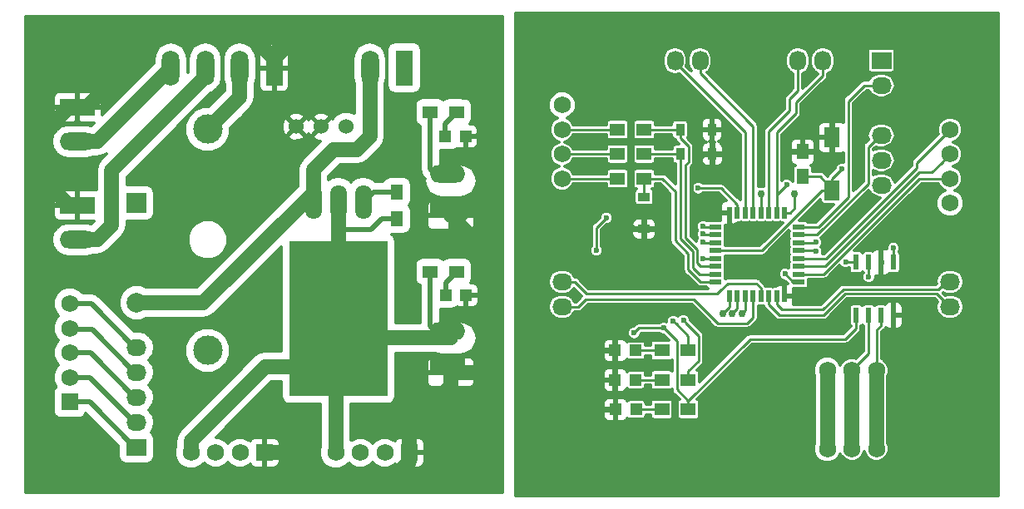
<source format=gbr>
G04 #@! TF.FileFunction,Copper,L1,Top,Signal*
%FSLAX46Y46*%
G04 Gerber Fmt 4.6, Leading zero omitted, Abs format (unit mm)*
G04 Created by KiCad (PCBNEW 4.0.5) date Thu Feb 16 15:30:16 2017*
%MOMM*%
%LPD*%
G01*
G04 APERTURE LIST*
%ADD10C,0.100000*%
%ADD11R,1.750000X1.750000*%
%ADD12C,1.750000*%
%ADD13C,0.600000*%
%ADD14O,1.699260X3.500120*%
%ADD15R,10.000000X15.750000*%
%ADD16C,1.524000*%
%ADD17C,3.000000*%
%ADD18R,3.600000X1.800000*%
%ADD19O,3.600000X1.800000*%
%ADD20C,1.998980*%
%ADD21R,1.998980X1.998980*%
%ADD22R,1.198880X1.198880*%
%ADD23R,2.032000X1.727200*%
%ADD24O,2.032000X1.727200*%
%ADD25R,1.500000X1.300000*%
%ADD26R,1.300000X1.500000*%
%ADD27R,1.800000X3.600000*%
%ADD28O,1.800000X3.600000*%
%ADD29C,4.064000*%
%ADD30R,0.600000X1.550000*%
%ADD31C,0.750000*%
%ADD32R,1.250000X1.500000*%
%ADD33R,0.910000X1.220000*%
%ADD34R,1.220000X0.910000*%
%ADD35R,1.727200X2.032000*%
%ADD36O,1.727200X2.032000*%
%ADD37R,1.600000X2.000000*%
%ADD38R,1.200000X0.600000*%
%ADD39R,0.600000X1.200000*%
%ADD40C,1.500000*%
%ADD41C,0.500000*%
%ADD42C,0.250000*%
%ADD43C,0.350000*%
%ADD44C,0.300000*%
G04 APERTURE END LIST*
D10*
D11*
X125050000Y-95175000D03*
D12*
X122550000Y-95175000D03*
X120050000Y-95175000D03*
X117550000Y-95175000D03*
D13*
X115000000Y-95000000D03*
X110000000Y-95000000D03*
X145000000Y-90000000D03*
X140000000Y-90000000D03*
X125000000Y-90000000D03*
X115000000Y-90000000D03*
X115000000Y-85000000D03*
X140000000Y-80000000D03*
X125000000Y-80000000D03*
X110000000Y-80000000D03*
X140000000Y-75000000D03*
X110000000Y-75000000D03*
X125000000Y-70000000D03*
X120000000Y-70000000D03*
X115000000Y-70000000D03*
X145000000Y-65000000D03*
X125000000Y-65000000D03*
X120000000Y-65000000D03*
X115000000Y-65000000D03*
X130000000Y-60000000D03*
X125000000Y-60000000D03*
X130000000Y-55000000D03*
X110000000Y-55000000D03*
D14*
X132550000Y-69636000D03*
X135090000Y-69636000D03*
X130010000Y-69636000D03*
D15*
X132550000Y-81550000D03*
D16*
X135550000Y-83136000D03*
X135550000Y-81136000D03*
X135550000Y-79136000D03*
X135550000Y-77136000D03*
X135550000Y-75136000D03*
X133550000Y-77136000D03*
X133550000Y-75136000D03*
X133550000Y-79136000D03*
X133550000Y-81136000D03*
X133550000Y-83136000D03*
X131550000Y-75136000D03*
X129550000Y-79136000D03*
X131550000Y-79136000D03*
X131550000Y-77136000D03*
X129550000Y-75136000D03*
X129550000Y-77136000D03*
X129550000Y-81136000D03*
X131550000Y-83136000D03*
X131550000Y-81136000D03*
X129550000Y-83136000D03*
X135550000Y-85136000D03*
X135550000Y-87636000D03*
X129550000Y-85136000D03*
X129550000Y-87636000D03*
D17*
X119250000Y-84750000D03*
X119250000Y-62250000D03*
D18*
X143650000Y-86250000D03*
D19*
X143650000Y-82750000D03*
D11*
X139775000Y-95175000D03*
D12*
X137275000Y-95175000D03*
X134775000Y-95175000D03*
X132275000Y-95175000D03*
D11*
X105200000Y-90000000D03*
D12*
X105200000Y-87500000D03*
X105200000Y-85000000D03*
X105200000Y-82500000D03*
X105200000Y-80000000D03*
D20*
X112007620Y-79910000D03*
D21*
X112007620Y-69750000D03*
D22*
X143450980Y-79150000D03*
X145549020Y-79150000D03*
X143401960Y-63000000D03*
X145500000Y-63000000D03*
D23*
X112000000Y-94620000D03*
D24*
X112000000Y-92080000D03*
X112000000Y-89540000D03*
X112000000Y-87000000D03*
X112000000Y-84460000D03*
D25*
X141900000Y-76750000D03*
X144600000Y-76750000D03*
X141900000Y-60500000D03*
X144600000Y-60500000D03*
D16*
X130790000Y-62000000D03*
X128250000Y-62000000D03*
X133330000Y-62000000D03*
D26*
X138500000Y-71350000D03*
X138500000Y-68650000D03*
D18*
X106000000Y-60000000D03*
D19*
X106000000Y-63500000D03*
D18*
X106000000Y-70000000D03*
D19*
X106000000Y-73500000D03*
D27*
X126000000Y-56000000D03*
D28*
X122500000Y-56000000D03*
X119000000Y-56000000D03*
X115500000Y-56000000D03*
D27*
X139250000Y-56000000D03*
D28*
X135750000Y-56000000D03*
D18*
X143650000Y-70250000D03*
D19*
X143650000Y-66750000D03*
D29*
X104000000Y-96000000D03*
X104000000Y-54000000D03*
X146000000Y-96000000D03*
X146000000Y-54000000D03*
D13*
X180150000Y-62500000D03*
X185150000Y-57500000D03*
X177650000Y-60000000D03*
X182650000Y-60000000D03*
X180150000Y-60000000D03*
X185150000Y-62500000D03*
X185150000Y-60000000D03*
X185150000Y-65000000D03*
X192650000Y-68500000D03*
X185150000Y-70800000D03*
X192650000Y-62500000D03*
X181400000Y-79500000D03*
X187650000Y-77500000D03*
X190150000Y-77500000D03*
X190150000Y-80000000D03*
X192650000Y-80000000D03*
X192650000Y-77500000D03*
X175150000Y-85000000D03*
X177650000Y-85000000D03*
X170150000Y-82500000D03*
X175150000Y-82500000D03*
X177650000Y-82500000D03*
X180150000Y-82500000D03*
X182650000Y-82500000D03*
X185150000Y-77500000D03*
X182650000Y-77500000D03*
X187650000Y-72500000D03*
X190150000Y-75000000D03*
X192650000Y-72500000D03*
X190150000Y-72500000D03*
X183150000Y-72500000D03*
X190150000Y-82500000D03*
X185150000Y-85000000D03*
D30*
X189055000Y-75800000D03*
X187785000Y-75800000D03*
X186515000Y-75800000D03*
X185245000Y-75800000D03*
X185245000Y-81200000D03*
X186515000Y-81200000D03*
X187785000Y-81200000D03*
X189055000Y-81200000D03*
D31*
X175550000Y-68800000D03*
X178950000Y-68800000D03*
X173650000Y-81000000D03*
X172650000Y-81000000D03*
D13*
X156650000Y-66000000D03*
X156650000Y-63500000D03*
X159150000Y-66000000D03*
X159150000Y-63500000D03*
X181150000Y-71000000D03*
X176150000Y-77000000D03*
X178150000Y-66000000D03*
X165650000Y-66000000D03*
X165650000Y-63500000D03*
X182650000Y-57500000D03*
X192650000Y-97500000D03*
X190150000Y-97500000D03*
X187650000Y-97500000D03*
X185150000Y-97500000D03*
X182650000Y-97500000D03*
X180150000Y-97500000D03*
X177650000Y-97500000D03*
X175150000Y-97500000D03*
X172650000Y-97500000D03*
X170150000Y-97500000D03*
X167650000Y-97500000D03*
X165150000Y-97500000D03*
X162650000Y-97500000D03*
X160150000Y-97500000D03*
X157650000Y-97500000D03*
X192650000Y-95000000D03*
X180150000Y-95000000D03*
X177650000Y-95000000D03*
X175150000Y-95000000D03*
X167650000Y-95000000D03*
X165150000Y-95000000D03*
X157650000Y-95000000D03*
X197650000Y-92500000D03*
X195150000Y-92500000D03*
X192650000Y-92500000D03*
X180150000Y-92500000D03*
X177650000Y-92500000D03*
X175150000Y-92500000D03*
X170150000Y-92500000D03*
X167650000Y-92500000D03*
X165150000Y-92500000D03*
X162650000Y-92500000D03*
X160150000Y-92500000D03*
X157650000Y-92500000D03*
X155150000Y-92500000D03*
X152650000Y-92500000D03*
X197650000Y-90000000D03*
X195150000Y-90000000D03*
X192650000Y-90000000D03*
X180150000Y-90000000D03*
X175150000Y-90000000D03*
X170150000Y-90000000D03*
X157650000Y-90000000D03*
X155150000Y-90000000D03*
X152650000Y-90000000D03*
X197650000Y-87500000D03*
X195150000Y-87500000D03*
X192650000Y-87500000D03*
X157650000Y-87500000D03*
X155150000Y-87500000D03*
X152650000Y-87500000D03*
X197650000Y-85000000D03*
X195150000Y-85000000D03*
X192650000Y-85000000D03*
X190150000Y-85000000D03*
X182650000Y-85000000D03*
X180150000Y-85000000D03*
X157650000Y-85000000D03*
X155150000Y-85000000D03*
X152650000Y-85000000D03*
X197650000Y-82500000D03*
X195150000Y-82500000D03*
X192650000Y-82500000D03*
X160150000Y-82500000D03*
X157650000Y-82500000D03*
X155150000Y-82500000D03*
X152650000Y-82500000D03*
X197650000Y-80000000D03*
X152650000Y-80000000D03*
X197650000Y-77500000D03*
X157650000Y-77500000D03*
X152650000Y-77500000D03*
X197650000Y-75000000D03*
X192650000Y-75000000D03*
X157650000Y-75000000D03*
X155150000Y-75000000D03*
X152650000Y-75000000D03*
X197650000Y-72500000D03*
X195150000Y-72500000D03*
X175150000Y-72500000D03*
X157650000Y-72500000D03*
X155150000Y-72500000D03*
X152650000Y-72500000D03*
X197650000Y-70000000D03*
X162650000Y-70000000D03*
X152650000Y-70000000D03*
X197650000Y-67500000D03*
X172650000Y-67500000D03*
X152650000Y-67500000D03*
X197650000Y-65000000D03*
X190150000Y-65000000D03*
X182650000Y-65000000D03*
X152650000Y-65000000D03*
X197650000Y-62500000D03*
X190150000Y-62500000D03*
X152650000Y-62500000D03*
X197650000Y-60000000D03*
X192650000Y-60000000D03*
X190150000Y-60000000D03*
X175150000Y-60000000D03*
X170150000Y-60000000D03*
X167650000Y-60000000D03*
X165150000Y-60000000D03*
X162650000Y-60000000D03*
X160150000Y-60000000D03*
X157650000Y-60000000D03*
X152650000Y-60000000D03*
X197650000Y-57500000D03*
X195150000Y-57500000D03*
X192650000Y-57500000D03*
X190150000Y-57500000D03*
X177650000Y-57500000D03*
X175150000Y-57500000D03*
X172650000Y-57500000D03*
X167650000Y-57500000D03*
X165150000Y-57500000D03*
X162650000Y-57500000D03*
X160150000Y-57500000D03*
X157650000Y-57500000D03*
X155150000Y-57500000D03*
X152650000Y-57500000D03*
X192650000Y-55000000D03*
X190150000Y-55000000D03*
X185150000Y-55000000D03*
X175150000Y-55000000D03*
X172650000Y-55000000D03*
X162650000Y-55000000D03*
X160150000Y-55000000D03*
X157650000Y-55000000D03*
X192650000Y-52500000D03*
X190150000Y-52500000D03*
X187650000Y-52500000D03*
X185150000Y-52500000D03*
X182650000Y-52500000D03*
X180150000Y-52500000D03*
X177650000Y-52500000D03*
X175150000Y-52500000D03*
X172650000Y-52500000D03*
X170150000Y-52500000D03*
X167650000Y-52500000D03*
X165150000Y-52500000D03*
X162650000Y-52500000D03*
X160150000Y-52500000D03*
X157650000Y-52500000D03*
D29*
X196150000Y-54000000D03*
X154150000Y-54000000D03*
X154150000Y-96000000D03*
X196150000Y-96000000D03*
D11*
X189810000Y-86780000D03*
D12*
X187310000Y-86780000D03*
X184810000Y-86780000D03*
X182310000Y-86780000D03*
D32*
X179810000Y-67030000D03*
X179810000Y-64530000D03*
D33*
X167325000Y-62280000D03*
X170595000Y-62280000D03*
X167340000Y-64780000D03*
X170610000Y-64780000D03*
D34*
X163660000Y-69145000D03*
X163660000Y-72415000D03*
D22*
X162859020Y-90780000D03*
X160760980Y-90780000D03*
X162810000Y-84780000D03*
X160711960Y-84780000D03*
X162810000Y-87780000D03*
X160711960Y-87780000D03*
D11*
X155310000Y-69780000D03*
D12*
X155310000Y-67280000D03*
X155310000Y-64780000D03*
X155310000Y-62280000D03*
X155310000Y-59780000D03*
D23*
X155310000Y-75240000D03*
D24*
X155310000Y-77780000D03*
X155310000Y-80320000D03*
D11*
X194810000Y-59780000D03*
D12*
X194810000Y-62280000D03*
X194810000Y-64780000D03*
X194810000Y-67280000D03*
X194810000Y-69780000D03*
D23*
X194810000Y-75240000D03*
D24*
X194810000Y-77780000D03*
X194810000Y-80320000D03*
D23*
X187810000Y-55240000D03*
D24*
X187810000Y-57780000D03*
X187810000Y-60320000D03*
X187810000Y-62860000D03*
X187810000Y-65400000D03*
X187810000Y-67940000D03*
D11*
X189810000Y-94780000D03*
D12*
X187310000Y-94780000D03*
X184810000Y-94780000D03*
X182310000Y-94780000D03*
D35*
X164270000Y-55280000D03*
D36*
X166810000Y-55280000D03*
X169350000Y-55280000D03*
D35*
X176770000Y-55280000D03*
D36*
X179310000Y-55280000D03*
X181850000Y-55280000D03*
D25*
X163660000Y-62280000D03*
X160960000Y-62280000D03*
X163660000Y-64780000D03*
X160960000Y-64780000D03*
X163660000Y-67280000D03*
X160960000Y-67280000D03*
X168160000Y-90780000D03*
X165460000Y-90780000D03*
X168160000Y-84780000D03*
X165460000Y-84780000D03*
X168160000Y-87780000D03*
X165460000Y-87780000D03*
D37*
X182810000Y-63080000D03*
X182810000Y-68480000D03*
D38*
X170900000Y-72200000D03*
X170900000Y-73000000D03*
X170900000Y-73800000D03*
X170900000Y-74600000D03*
X170900000Y-75400000D03*
X170900000Y-76200000D03*
X170900000Y-77000000D03*
X170900000Y-77800000D03*
D39*
X172350000Y-79250000D03*
X173150000Y-79250000D03*
X173950000Y-79250000D03*
X174750000Y-79250000D03*
X175550000Y-79250000D03*
X176350000Y-79250000D03*
X177150000Y-79250000D03*
X177950000Y-79250000D03*
D38*
X179400000Y-77800000D03*
X179400000Y-77000000D03*
X179400000Y-76200000D03*
X179400000Y-75400000D03*
X179400000Y-74600000D03*
X179400000Y-73800000D03*
X179400000Y-73000000D03*
X179400000Y-72200000D03*
D39*
X177950000Y-70750000D03*
X177150000Y-70750000D03*
X176350000Y-70750000D03*
X175550000Y-70750000D03*
X174750000Y-70750000D03*
X173950000Y-70750000D03*
X173150000Y-70750000D03*
X172350000Y-70750000D03*
D31*
X171650000Y-81000000D03*
D13*
X166166678Y-76338172D03*
X177658008Y-75005888D03*
X177660000Y-77955000D03*
X172410000Y-71980000D03*
X169682240Y-75426289D03*
X165680472Y-82487168D03*
X162650000Y-83000000D03*
X169666550Y-72122754D03*
X159810000Y-71280000D03*
X158810000Y-74580000D03*
X178010000Y-76980000D03*
X186519941Y-77291929D03*
X183810000Y-66280000D03*
X189040546Y-74340150D03*
X181149998Y-73773183D03*
X184183014Y-75779825D03*
X181150000Y-74642647D03*
X178161882Y-67927110D03*
X167658134Y-81731526D03*
X169672917Y-73722755D03*
X169175010Y-68249990D03*
X166634752Y-81768740D03*
X169660686Y-72922744D03*
D40*
X117550000Y-93937564D02*
X117550000Y-95175000D01*
X132275000Y-86675000D02*
X132275000Y-95175000D01*
X132550000Y-86400000D02*
X132275000Y-86675000D01*
X132550000Y-86400000D02*
X125087564Y-86400000D01*
X125087564Y-86400000D02*
X117550000Y-93937564D01*
D41*
X144000000Y-83500000D02*
X143100000Y-83500000D01*
X143100000Y-83500000D02*
X141900000Y-82300000D01*
X141900000Y-82300000D02*
X141900000Y-77900000D01*
X141900000Y-77900000D02*
X141900000Y-76750000D01*
D40*
X132550000Y-86400000D02*
X132550000Y-69636000D01*
X144000000Y-83500000D02*
X135450000Y-83500000D01*
X135450000Y-83500000D02*
X132550000Y-86400000D01*
D41*
X135876856Y-72436070D02*
X133100010Y-72436070D01*
X138500000Y-71350000D02*
X136962926Y-71350000D01*
X136962926Y-71350000D02*
X135876856Y-72436070D01*
X133100010Y-72436070D02*
X132550000Y-71886060D01*
X132550000Y-71886060D02*
X132550000Y-69636000D01*
X143000000Y-83500000D02*
X144000000Y-83500000D01*
X138500000Y-71350000D02*
X137350000Y-71350000D01*
D40*
X182310000Y-94780000D02*
X182310000Y-86780000D01*
D42*
X181810000Y-86280000D02*
X182310000Y-86780000D01*
X184810000Y-86780000D02*
X186515000Y-85075000D01*
X186515000Y-85075000D02*
X186515000Y-83669125D01*
X186515000Y-83669125D02*
X186515000Y-81200000D01*
D40*
X184810000Y-86780000D02*
X184810000Y-94780000D01*
D42*
X187310000Y-86780000D02*
X187310000Y-82700000D01*
X187310000Y-82700000D02*
X187785000Y-82225000D01*
X187785000Y-82225000D02*
X187785000Y-81200000D01*
D40*
X187310000Y-86780000D02*
X187310000Y-94780000D01*
X139775000Y-95175000D02*
X139775000Y-96042002D01*
X139775000Y-96042002D02*
X138367001Y-97450001D01*
X138367001Y-97450001D02*
X129700001Y-97450001D01*
X129700001Y-97450001D02*
X127425000Y-95175000D01*
X127425000Y-95175000D02*
X125050000Y-95175000D01*
X144000000Y-87000000D02*
X144000000Y-88392000D01*
X139775000Y-95175000D02*
X139775000Y-92617000D01*
X139775000Y-92617000D02*
X144000000Y-88392000D01*
X126000000Y-56000000D02*
X126000000Y-55000000D01*
X141119992Y-52649990D02*
X142567999Y-54097997D01*
X148450001Y-60159999D02*
X148450001Y-66500000D01*
X126000000Y-55000000D02*
X128350010Y-52649990D01*
X128350010Y-52649990D02*
X141119992Y-52649990D01*
X142567999Y-54097997D02*
X142567999Y-55647361D01*
X142567999Y-55647361D02*
X145370637Y-58449999D01*
X145370637Y-58449999D02*
X146740001Y-58449999D01*
X146740001Y-58449999D02*
X148450001Y-60159999D01*
D41*
X126000000Y-56000000D02*
X126000000Y-59750000D01*
X126000000Y-59750000D02*
X128250000Y-62000000D01*
X126000000Y-56000000D02*
X126000000Y-56900000D01*
D40*
X148500000Y-85800000D02*
X148500000Y-75600000D01*
X148450001Y-64000000D02*
X148450001Y-66500000D01*
X148450001Y-66500000D02*
X148450001Y-67449999D01*
X114250010Y-52649990D02*
X123549990Y-52649990D01*
X123549990Y-52649990D02*
X126000000Y-55100000D01*
X126000000Y-55100000D02*
X126000000Y-56000000D01*
X114250010Y-52649990D02*
X111000000Y-55900000D01*
X106000000Y-70000000D02*
X105100000Y-70000000D01*
X105100000Y-60000000D02*
X106000000Y-60000000D01*
X105100000Y-70000000D02*
X102649990Y-67549990D01*
X102649990Y-62450010D02*
X105100000Y-60000000D01*
X102649990Y-67549990D02*
X102649990Y-62450010D01*
X106900000Y-60000000D02*
X111000000Y-55900000D01*
X111000000Y-55900000D02*
X113000000Y-53900000D01*
X106000000Y-60000000D02*
X106900000Y-60000000D01*
D41*
X145500000Y-63000000D02*
X146599440Y-63000000D01*
X146599440Y-63000000D02*
X148450001Y-61149439D01*
X148450001Y-61149439D02*
X148450001Y-60600000D01*
D40*
X144900000Y-71000000D02*
X144000000Y-71000000D01*
X148450001Y-67449999D02*
X144900000Y-71000000D01*
D41*
X145549020Y-79150000D02*
X147150000Y-79150000D01*
X147150000Y-79150000D02*
X148500000Y-80500000D01*
D40*
X144900000Y-72000000D02*
X148500000Y-75600000D01*
X144000000Y-87000000D02*
X147300000Y-87000000D01*
X147300000Y-87000000D02*
X148500000Y-85800000D01*
D42*
X163660000Y-73831494D02*
X165866679Y-76038173D01*
X163660000Y-72415000D02*
X163660000Y-73831494D01*
X165866679Y-76038173D02*
X166166678Y-76338172D01*
X189810000Y-85300000D02*
X189810000Y-86780000D01*
X189050000Y-82230000D02*
X189050000Y-84540000D01*
X189050000Y-84540000D02*
X189810000Y-85300000D01*
X189055000Y-81200000D02*
X189055000Y-82225000D01*
X189055000Y-82225000D02*
X189050000Y-82230000D01*
X179850000Y-63100000D02*
X179810000Y-63140000D01*
X179810000Y-63140000D02*
X179810000Y-64530000D01*
X181115000Y-63100000D02*
X179850000Y-63100000D01*
X182810000Y-63080000D02*
X181135000Y-63080000D01*
X181135000Y-63080000D02*
X181115000Y-63100000D01*
X167537600Y-58700000D02*
X169437600Y-60600000D01*
X170595000Y-60845000D02*
X170350000Y-60600000D01*
X170350000Y-60600000D02*
X169437600Y-60600000D01*
X170595000Y-62280000D02*
X170595000Y-60845000D01*
X189810000Y-95905000D02*
X189750000Y-95965000D01*
X153560000Y-76200000D02*
X153560000Y-83780000D01*
X153550000Y-75300000D02*
X153560000Y-75310000D01*
X153560000Y-75310000D02*
X153560000Y-76200000D01*
X153610000Y-75240000D02*
X153550000Y-75300000D01*
X155310000Y-75240000D02*
X153610000Y-75240000D01*
X155310000Y-69780000D02*
X153670000Y-69780000D01*
X153670000Y-69780000D02*
X153550000Y-69660000D01*
X153550000Y-69660000D02*
X153550000Y-59540000D01*
X153550000Y-59540000D02*
X157810000Y-55280000D01*
X157810000Y-55280000D02*
X164270000Y-55280000D01*
X164270000Y-55280000D02*
X164270000Y-57920000D01*
X164270000Y-57920000D02*
X165050000Y-58700000D01*
X165050000Y-58700000D02*
X167537600Y-58700000D01*
X164270000Y-55280000D02*
X164270000Y-53320000D01*
X164270000Y-53320000D02*
X164290000Y-53300000D01*
X164290000Y-53300000D02*
X176650000Y-53300000D01*
X176650000Y-53300000D02*
X176770000Y-53420000D01*
X176770000Y-53420000D02*
X176770000Y-55280000D01*
X191850000Y-59780000D02*
X191850000Y-57300000D01*
X191850000Y-57300000D02*
X191850000Y-56700000D01*
X191850000Y-55900000D02*
X191850000Y-57300000D01*
X188850000Y-52900000D02*
X191850000Y-55900000D01*
X188750000Y-52900000D02*
X188850000Y-52900000D01*
X189550000Y-53700000D02*
X188850000Y-53000000D01*
X188850000Y-53000000D02*
X188750000Y-52900000D01*
X187810000Y-60320000D02*
X189076000Y-60320000D01*
X188750000Y-52900000D02*
X186450000Y-52900000D01*
X183750000Y-55600000D02*
X183750000Y-56835398D01*
X186450000Y-52900000D02*
X183750000Y-55600000D01*
X183750000Y-56835398D02*
X182810000Y-57775398D01*
X182810000Y-57775398D02*
X182810000Y-63080000D01*
X194810000Y-75240000D02*
X193110000Y-75240000D01*
X193110000Y-75240000D02*
X192650000Y-75700000D01*
X192650000Y-75700000D02*
X192750000Y-75600000D01*
X191550000Y-77600000D02*
X192650000Y-76500000D01*
X192650000Y-76500000D02*
X192650000Y-75700000D01*
X188020000Y-77600000D02*
X191550000Y-77600000D01*
X187785000Y-77365000D02*
X188020000Y-77600000D01*
X187785000Y-75800000D02*
X187785000Y-77365000D01*
X177950000Y-79250000D02*
X177950000Y-79550000D01*
X177360001Y-75303895D02*
X177658008Y-75005888D01*
X177360001Y-77655001D02*
X177360001Y-75303895D01*
X177660000Y-77955000D02*
X177360001Y-77655001D01*
X168550000Y-69200000D02*
X170100000Y-70750000D01*
X170100000Y-70750000D02*
X172350000Y-70750000D01*
X168550000Y-66135000D02*
X168550000Y-69200000D01*
X170610000Y-64780000D02*
X169905000Y-64780000D01*
X169905000Y-64780000D02*
X168550000Y-66135000D01*
X189810000Y-94780000D02*
X190935000Y-94780000D01*
X190935000Y-94780000D02*
X197310000Y-88405000D01*
X189810000Y-95905000D02*
X189810000Y-94780000D01*
D40*
X189810000Y-94780000D02*
X189810000Y-86780000D01*
D42*
X197310000Y-88405000D02*
X197310000Y-87462000D01*
X188093000Y-97622000D02*
X189810000Y-95905000D01*
X156435000Y-69780000D02*
X155310000Y-69780000D01*
X160165000Y-69780000D02*
X156435000Y-69780000D01*
X162800000Y-72415000D02*
X160165000Y-69780000D01*
X163660000Y-72415000D02*
X162800000Y-72415000D01*
X177950000Y-79250000D02*
X177950000Y-78245000D01*
X177950000Y-78245000D02*
X177660000Y-77955000D01*
X172410000Y-71980000D02*
X172410000Y-70810000D01*
X172410000Y-70810000D02*
X172350000Y-70750000D01*
X159430000Y-97622000D02*
X180004000Y-97622000D01*
X180004000Y-97622000D02*
X188093000Y-97622000D01*
X197310000Y-87462000D02*
X197310000Y-84780000D01*
X153560000Y-83780000D02*
X153560000Y-91752000D01*
X153560000Y-91752000D02*
X159430000Y-97622000D01*
X170595000Y-62280000D02*
X170595000Y-64765000D01*
X170595000Y-64765000D02*
X170610000Y-64780000D01*
X160711960Y-84780000D02*
X154560000Y-84780000D01*
X154560000Y-84780000D02*
X153560000Y-83780000D01*
X197310000Y-84780000D02*
X197310000Y-77587600D01*
X160711960Y-87780000D02*
X160711960Y-90730980D01*
X160711960Y-90730980D02*
X160760980Y-90780000D01*
X160711960Y-84780000D02*
X160711960Y-87780000D01*
X197310000Y-77587600D02*
X194962400Y-75240000D01*
X194962400Y-75240000D02*
X194810000Y-75240000D01*
X187810000Y-60320000D02*
X191310000Y-60320000D01*
X194810000Y-59780000D02*
X191850000Y-59780000D01*
X191850000Y-59780000D02*
X191310000Y-60320000D01*
X197560000Y-72642400D02*
X197560000Y-61405000D01*
X197560000Y-61405000D02*
X195935000Y-59780000D01*
X195935000Y-59780000D02*
X194810000Y-59780000D01*
X194962400Y-75240000D02*
X197560000Y-72642400D01*
X155310000Y-75240000D02*
X155310000Y-69780000D01*
D41*
X143450980Y-79150000D02*
X143450980Y-77899020D01*
X143450980Y-77899020D02*
X144600000Y-76750000D01*
X143401960Y-63000000D02*
X143401960Y-61698040D01*
X143401960Y-61698040D02*
X144600000Y-60500000D01*
D40*
X119250000Y-62250000D02*
X122500000Y-59000000D01*
X122500000Y-59000000D02*
X122500000Y-56000000D01*
D41*
X105200000Y-90000000D02*
X107227600Y-90000000D01*
X107227600Y-90000000D02*
X111847600Y-94620000D01*
X111847600Y-94620000D02*
X112000000Y-94620000D01*
X112000000Y-92080000D02*
X111847600Y-92080000D01*
X106437436Y-87500000D02*
X105200000Y-87500000D01*
X111847600Y-92080000D02*
X107267600Y-87500000D01*
X107267600Y-87500000D02*
X106437436Y-87500000D01*
X106437436Y-85000000D02*
X105200000Y-85000000D01*
X112000000Y-89540000D02*
X111847600Y-89540000D01*
X111847600Y-89540000D02*
X107307600Y-85000000D01*
X107307600Y-85000000D02*
X106437436Y-85000000D01*
X111847600Y-87000000D02*
X107497610Y-82650010D01*
X107497610Y-82650010D02*
X105200000Y-82650010D01*
X112000000Y-87000000D02*
X111847600Y-87000000D01*
X106437436Y-80000000D02*
X105200000Y-80000000D01*
X112000000Y-84460000D02*
X111847600Y-84460000D01*
X111847600Y-84460000D02*
X107387600Y-80000000D01*
X107387600Y-80000000D02*
X106437436Y-80000000D01*
D40*
X106000000Y-63500000D02*
X108000000Y-63500000D01*
X108000000Y-63500000D02*
X115500000Y-56000000D01*
X119000000Y-56000000D02*
X119000000Y-56900000D01*
X119000000Y-56900000D02*
X109458129Y-66441871D01*
X109458129Y-66441871D02*
X109458129Y-72041871D01*
X108000000Y-73500000D02*
X106000000Y-73500000D01*
X109458129Y-72041871D02*
X108000000Y-73500000D01*
D41*
X144000000Y-67500000D02*
X143100000Y-67500000D01*
X143100000Y-67500000D02*
X141900000Y-66300000D01*
X141900000Y-66300000D02*
X141900000Y-61650000D01*
X141900000Y-61650000D02*
X141900000Y-60500000D01*
X135090000Y-69636000D02*
X136076000Y-68650000D01*
X136076000Y-68650000D02*
X138500000Y-68650000D01*
D40*
X130010000Y-69636000D02*
X130010000Y-67500000D01*
X130010000Y-67500000D02*
X130010000Y-66385940D01*
X112007620Y-79910000D02*
X118794998Y-79910000D01*
X118794998Y-79910000D02*
X130010000Y-68694998D01*
X130010000Y-68694998D02*
X130010000Y-67500000D01*
X118794998Y-79910000D02*
X126954998Y-71750000D01*
X118794998Y-79910000D02*
X129068998Y-69636000D01*
X129068998Y-69636000D02*
X130010000Y-69636000D01*
X135750000Y-56000000D02*
X135750000Y-63001762D01*
X135750000Y-63001762D02*
X134439761Y-64312001D01*
X130010000Y-66385940D02*
X132083939Y-64312001D01*
X134439761Y-64312001D02*
X135642001Y-63109761D01*
X132083939Y-64312001D02*
X134439761Y-64312001D01*
D42*
X169708529Y-75400000D02*
X169682240Y-75426289D01*
X170900000Y-75400000D02*
X169708529Y-75400000D01*
X168160000Y-89880000D02*
X174440000Y-83600000D01*
X174440000Y-83600000D02*
X184145000Y-83600000D01*
X184145000Y-83600000D02*
X185245000Y-82500000D01*
X185245000Y-82500000D02*
X185245000Y-81200000D01*
X168160000Y-90780000D02*
X168160000Y-89880000D01*
X165980471Y-82787167D02*
X165680472Y-82487168D01*
X162650000Y-83000000D02*
X163162832Y-82487168D01*
X165256208Y-82487168D02*
X165680472Y-82487168D01*
X167010000Y-88730000D02*
X167010000Y-83816696D01*
X163162832Y-82487168D02*
X165256208Y-82487168D01*
X167010000Y-83816696D02*
X165980471Y-82787167D01*
X168160000Y-89880000D02*
X167010000Y-88730000D01*
X170900000Y-72200000D02*
X169743796Y-72200000D01*
X169743796Y-72200000D02*
X169666550Y-72122754D01*
X158810000Y-74580000D02*
X158810000Y-72280000D01*
X158810000Y-72280000D02*
X159810000Y-71280000D01*
X178010000Y-76980000D02*
X178830000Y-77800000D01*
X178830000Y-77800000D02*
X179400000Y-77800000D01*
X186515000Y-77286988D02*
X186519941Y-77291929D01*
X186515000Y-75800000D02*
X186515000Y-77286988D01*
X175634999Y-74605001D02*
X181760000Y-68480000D01*
X170900000Y-74600000D02*
X171750000Y-74600000D01*
X171755001Y-74605001D02*
X175634999Y-74605001D01*
X171750000Y-74600000D02*
X171755001Y-74605001D01*
X181760000Y-68480000D02*
X182810000Y-68480000D01*
X183810000Y-66280000D02*
X182810000Y-67280000D01*
X182810000Y-67280000D02*
X182810000Y-68480000D01*
X179810000Y-67030000D02*
X181560000Y-67030000D01*
X181560000Y-67030000D02*
X182810000Y-68280000D01*
X182810000Y-68280000D02*
X182810000Y-68480000D01*
X168645889Y-74080000D02*
X169057230Y-74491341D01*
X169057230Y-74491341D02*
X169057230Y-75836945D01*
X169420285Y-76200000D02*
X170900000Y-76200000D01*
X169057230Y-75836945D02*
X169420285Y-76200000D01*
X167899991Y-65890009D02*
X167899991Y-73334102D01*
X168210000Y-65580000D02*
X167899991Y-65890009D01*
X168210000Y-64025000D02*
X168210000Y-65580000D01*
X167899991Y-73334102D02*
X168645889Y-74080000D01*
X167325000Y-63140000D02*
X168210000Y-64025000D01*
X167325000Y-62280000D02*
X167325000Y-63140000D01*
X168645889Y-74080000D02*
X168645888Y-74080000D01*
X163660000Y-62280000D02*
X167325000Y-62280000D01*
X168607219Y-74677741D02*
X168607219Y-76316183D01*
X167340000Y-73410522D02*
X168607219Y-74677741D01*
X167340000Y-64780000D02*
X167340000Y-73410522D01*
X169291036Y-77000000D02*
X170050000Y-77000000D01*
X168607219Y-76316183D02*
X169291036Y-77000000D01*
X170050000Y-77000000D02*
X170900000Y-77000000D01*
X163660000Y-64780000D02*
X167340000Y-64780000D01*
X166810000Y-68580000D02*
X165510000Y-67280000D01*
X168157208Y-74927208D02*
X166810000Y-73580000D01*
X170900000Y-77800000D02*
X169404996Y-77800000D01*
X168157208Y-76552212D02*
X168157208Y-74927208D01*
X169404996Y-77800000D02*
X168157208Y-76552212D01*
X166810000Y-73580000D02*
X166810000Y-68580000D01*
X165510000Y-67280000D02*
X163660000Y-67280000D01*
X163660000Y-69145000D02*
X163660000Y-67280000D01*
X165460000Y-87780000D02*
X162810000Y-87780000D01*
X189055000Y-74354604D02*
X189040546Y-74340150D01*
X189055000Y-75800000D02*
X189055000Y-74354604D01*
X181123181Y-73800000D02*
X181149998Y-73773183D01*
X179400000Y-73800000D02*
X181123181Y-73800000D01*
X185245000Y-75800000D02*
X184203189Y-75800000D01*
X184203189Y-75800000D02*
X184183014Y-75779825D01*
X181107353Y-74600000D02*
X181150000Y-74642647D01*
X179400000Y-74600000D02*
X181107353Y-74600000D01*
X160960000Y-62280000D02*
X155310000Y-62280000D01*
X155310000Y-64780000D02*
X160960000Y-64780000D01*
X155310000Y-67280000D02*
X160960000Y-67280000D01*
X179400000Y-72200000D02*
X181400811Y-72200000D01*
X181400811Y-72200000D02*
X184450000Y-69150811D01*
X184450000Y-69150811D02*
X184450000Y-59400000D01*
X184450000Y-59400000D02*
X186070000Y-57780000D01*
X186070000Y-57780000D02*
X187810000Y-57780000D01*
X179400000Y-73000000D02*
X181237222Y-73000000D01*
X181237222Y-73000000D02*
X186468990Y-67768232D01*
X186468990Y-67768232D02*
X186468990Y-64048610D01*
X186468990Y-64048610D02*
X187657600Y-62860000D01*
X187657600Y-62860000D02*
X187810000Y-62860000D01*
X177150000Y-70750000D02*
X177150000Y-62590000D01*
X177150000Y-62590000D02*
X179150000Y-60590000D01*
X179150000Y-60590000D02*
X179150000Y-59500000D01*
X179150000Y-59500000D02*
X181850000Y-56800000D01*
X181850000Y-56800000D02*
X181850000Y-55280000D01*
X177861883Y-68227109D02*
X178161882Y-67927110D01*
X177150000Y-68938992D02*
X177861883Y-68227109D01*
X177150000Y-70750000D02*
X177150000Y-68938992D01*
X155310000Y-80320000D02*
X156970000Y-80320000D01*
X156970000Y-80320000D02*
X157710000Y-79580000D01*
X157710000Y-79580000D02*
X168730000Y-79580000D01*
X168730000Y-79580000D02*
X171150000Y-82000000D01*
X171150000Y-82000000D02*
X174150000Y-82000000D01*
X174150000Y-82000000D02*
X174750000Y-81400000D01*
X174750000Y-81400000D02*
X174750000Y-79250000D01*
X175550000Y-79250000D02*
X175550000Y-78400000D01*
X175550000Y-78400000D02*
X175080000Y-77930000D01*
X157776000Y-78980000D02*
X156576000Y-77780000D01*
X175080000Y-77930000D02*
X172184998Y-77930000D01*
X172184998Y-77930000D02*
X171434998Y-78680000D01*
X171434998Y-78680000D02*
X171410000Y-78680000D01*
X171410000Y-78680000D02*
X171110000Y-78980000D01*
X171110000Y-78980000D02*
X157776000Y-78980000D01*
X156576000Y-77780000D02*
X155310000Y-77780000D01*
X194810000Y-67280000D02*
X191670000Y-67280000D01*
X191670000Y-67280000D02*
X181950000Y-77000000D01*
X181950000Y-77000000D02*
X179400000Y-77000000D01*
X193935001Y-65654999D02*
X194810000Y-64780000D01*
X192939989Y-66650011D02*
X193935001Y-65654999D01*
X191663579Y-66650011D02*
X192939989Y-66650011D01*
X182113590Y-76200000D02*
X191663579Y-66650011D01*
X179400000Y-76200000D02*
X182113590Y-76200000D01*
X182183348Y-75400000D02*
X179400000Y-75400000D01*
X191383348Y-66200000D02*
X182183348Y-75400000D01*
X194810000Y-62280000D02*
X191383348Y-65706652D01*
X191383348Y-65706652D02*
X191383348Y-66200000D01*
X179400000Y-75400000D02*
X181754011Y-75400000D01*
X176350000Y-79250000D02*
X176350000Y-80100000D01*
X177450000Y-81200000D02*
X181900000Y-81200000D01*
X176350000Y-80100000D02*
X177450000Y-81200000D01*
X181900000Y-81200000D02*
X184100000Y-79000000D01*
X184100000Y-79000000D02*
X193450000Y-79000000D01*
X194770000Y-80320000D02*
X194810000Y-80320000D01*
X193450000Y-79000000D02*
X194770000Y-80320000D01*
X194810000Y-80320000D02*
X194810000Y-80160000D01*
X194810000Y-77780000D02*
X194370000Y-77780000D01*
X177650000Y-80600000D02*
X177150000Y-80100000D01*
X194370000Y-77780000D02*
X193600011Y-78549989D01*
X183913600Y-78549989D02*
X181863590Y-80600000D01*
X193600011Y-78549989D02*
X183913600Y-78549989D01*
X181863590Y-80600000D02*
X177650000Y-80600000D01*
X177150000Y-80100000D02*
X177150000Y-79250000D01*
X179310000Y-55280000D02*
X179310000Y-58300000D01*
X178450000Y-60390000D02*
X178450000Y-59160000D01*
X178450000Y-59160000D02*
X179310000Y-58300000D01*
X178450000Y-60390000D02*
X176350000Y-62490000D01*
X176350000Y-62490000D02*
X176350000Y-70750000D01*
X167958133Y-82031525D02*
X167658134Y-81731526D01*
X169235001Y-83308393D02*
X167958133Y-82031525D01*
X169235001Y-85804999D02*
X169235001Y-83308393D01*
X168160000Y-86880000D02*
X169235001Y-85804999D01*
X168160000Y-87780000D02*
X168160000Y-86880000D01*
X170900000Y-73800000D02*
X169750162Y-73800000D01*
X169750162Y-73800000D02*
X169672917Y-73722755D01*
X169599274Y-68249990D02*
X169175010Y-68249990D01*
X173150000Y-69900000D02*
X171499990Y-68249990D01*
X173150000Y-70750000D02*
X173150000Y-69900000D01*
X171499990Y-68249990D02*
X169599274Y-68249990D01*
X166934751Y-82068739D02*
X166634752Y-81768740D01*
X168160000Y-83293988D02*
X166934751Y-82068739D01*
X168160000Y-84780000D02*
X168160000Y-83293988D01*
X169737942Y-73000000D02*
X169660686Y-72922744D01*
X170900000Y-73000000D02*
X169737942Y-73000000D01*
X169350000Y-56546000D02*
X174750000Y-61946000D01*
X174750000Y-70750000D02*
X174750000Y-64430000D01*
X169350000Y-55280000D02*
X169350000Y-56546000D01*
X174750000Y-61946000D02*
X174750000Y-64430000D01*
X166810000Y-55280000D02*
X166810000Y-55432400D01*
X166810000Y-55432400D02*
X173950000Y-62572400D01*
X173950000Y-62572400D02*
X173950000Y-69900000D01*
X173950000Y-69900000D02*
X173950000Y-70750000D01*
X162859020Y-90780000D02*
X165460000Y-90780000D01*
X165460000Y-84780000D02*
X162810000Y-84780000D01*
X172350000Y-79250000D02*
X172350000Y-80300000D01*
X172350000Y-80300000D02*
X171650000Y-81000000D01*
X173150000Y-80500000D02*
X173150000Y-79250000D01*
X172650000Y-81000000D02*
X173150000Y-80500000D01*
X173950000Y-79250000D02*
X173950000Y-80700000D01*
X173950000Y-80700000D02*
X173650000Y-81000000D01*
X178950000Y-68800000D02*
X178950000Y-70300000D01*
X178950000Y-70300000D02*
X178500000Y-70750000D01*
X178500000Y-70750000D02*
X177950000Y-70750000D01*
X175550000Y-70750000D02*
X175550000Y-68800000D01*
D43*
G36*
X149242000Y-99242000D02*
X100758000Y-99242000D01*
X100758000Y-89125000D01*
X103483838Y-89125000D01*
X103483838Y-90875000D01*
X103541364Y-91180727D01*
X103722049Y-91461518D01*
X103997741Y-91649890D01*
X104325000Y-91716162D01*
X106075000Y-91716162D01*
X106380727Y-91658636D01*
X106661518Y-91477951D01*
X106849890Y-91202259D01*
X106859942Y-91152622D01*
X110142838Y-94435518D01*
X110142838Y-95483600D01*
X110200364Y-95789327D01*
X110381049Y-96070118D01*
X110656741Y-96258490D01*
X110984000Y-96324762D01*
X113016000Y-96324762D01*
X113321727Y-96267236D01*
X113602518Y-96086551D01*
X113790890Y-95810859D01*
X113857162Y-95483600D01*
X113857162Y-93756400D01*
X113799636Y-93450673D01*
X113618951Y-93169882D01*
X113504379Y-93091598D01*
X113748530Y-92726199D01*
X113877067Y-92080000D01*
X113748530Y-91433801D01*
X113382488Y-90885979D01*
X113268777Y-90810000D01*
X113382488Y-90734021D01*
X113748530Y-90186199D01*
X113877067Y-89540000D01*
X113748530Y-88893801D01*
X113382488Y-88345979D01*
X113268777Y-88270000D01*
X113382488Y-88194021D01*
X113748530Y-87646199D01*
X113877067Y-87000000D01*
X113748530Y-86353801D01*
X113382488Y-85805979D01*
X113268777Y-85730000D01*
X113382488Y-85654021D01*
X113678877Y-85210442D01*
X116924598Y-85210442D01*
X117277812Y-86065286D01*
X117931274Y-86719889D01*
X118785500Y-87074595D01*
X119710442Y-87075402D01*
X120565286Y-86722188D01*
X121219889Y-86068726D01*
X121574595Y-85214500D01*
X121575402Y-84289558D01*
X121222188Y-83434714D01*
X120568726Y-82780111D01*
X119714500Y-82425405D01*
X118789558Y-82424598D01*
X117934714Y-82777812D01*
X117280111Y-83431274D01*
X116925405Y-84285500D01*
X116924598Y-85210442D01*
X113678877Y-85210442D01*
X113748530Y-85106199D01*
X113877067Y-84460000D01*
X113748530Y-83813801D01*
X113382488Y-83265979D01*
X112834666Y-82899937D01*
X112188467Y-82771400D01*
X111811533Y-82771400D01*
X111701222Y-82793342D01*
X109179201Y-80271321D01*
X110182814Y-80271321D01*
X110459991Y-80942140D01*
X110972780Y-81455826D01*
X111643114Y-81734173D01*
X112368941Y-81734806D01*
X112973517Y-81485000D01*
X118794998Y-81485000D01*
X119397725Y-81365110D01*
X119908691Y-81023693D01*
X126708838Y-74223546D01*
X126708838Y-84825000D01*
X125087564Y-84825000D01*
X124484837Y-84944890D01*
X123973871Y-85286307D01*
X116436307Y-92823871D01*
X116094890Y-93334837D01*
X116094890Y-93334838D01*
X115975000Y-93937564D01*
X115975000Y-94535044D01*
X115850296Y-94835366D01*
X115849706Y-95511667D01*
X116107970Y-96136715D01*
X116585770Y-96615350D01*
X117210366Y-96874704D01*
X117886667Y-96875294D01*
X118511715Y-96617030D01*
X118900581Y-96228843D01*
X119166312Y-96495038D01*
X119738735Y-96732729D01*
X120358546Y-96733270D01*
X120931383Y-96496578D01*
X121300259Y-96128345D01*
X121666312Y-96495038D01*
X122238735Y-96732729D01*
X122858546Y-96733270D01*
X123431383Y-96496578D01*
X123565322Y-96362872D01*
X123595981Y-96436889D01*
X123788112Y-96629019D01*
X124039143Y-96733000D01*
X124800250Y-96733000D01*
X124971000Y-96562250D01*
X124971000Y-95254000D01*
X125129000Y-95254000D01*
X125129000Y-96562250D01*
X125299750Y-96733000D01*
X126060857Y-96733000D01*
X126311888Y-96629019D01*
X126504019Y-96436889D01*
X126608000Y-96185857D01*
X126608000Y-95424750D01*
X126437250Y-95254000D01*
X125129000Y-95254000D01*
X124971000Y-95254000D01*
X124951000Y-95254000D01*
X124951000Y-95096000D01*
X124971000Y-95096000D01*
X124971000Y-93787750D01*
X125129000Y-93787750D01*
X125129000Y-95096000D01*
X126437250Y-95096000D01*
X126608000Y-94925250D01*
X126608000Y-94164143D01*
X126504019Y-93913111D01*
X126311888Y-93720981D01*
X126060857Y-93617000D01*
X125299750Y-93617000D01*
X125129000Y-93787750D01*
X124971000Y-93787750D01*
X124800250Y-93617000D01*
X124039143Y-93617000D01*
X123788112Y-93720981D01*
X123595981Y-93913111D01*
X123565410Y-93986915D01*
X123433688Y-93854962D01*
X122861265Y-93617271D01*
X122241454Y-93616730D01*
X121668617Y-93853422D01*
X121299741Y-94221655D01*
X120933688Y-93854962D01*
X120361265Y-93617271D01*
X120097909Y-93617041D01*
X125739950Y-87975000D01*
X126708838Y-87975000D01*
X126708838Y-89425000D01*
X126766364Y-89730727D01*
X126947049Y-90011518D01*
X127222741Y-90199890D01*
X127550000Y-90266162D01*
X130700000Y-90266162D01*
X130700000Y-94535044D01*
X130575296Y-94835366D01*
X130574706Y-95511667D01*
X130832970Y-96136715D01*
X131310770Y-96615350D01*
X131935366Y-96874704D01*
X132611667Y-96875294D01*
X133236715Y-96617030D01*
X133625581Y-96228843D01*
X133891312Y-96495038D01*
X134463735Y-96732729D01*
X135083546Y-96733270D01*
X135656383Y-96496578D01*
X136025259Y-96128345D01*
X136391312Y-96495038D01*
X136963735Y-96732729D01*
X137583546Y-96733270D01*
X138156383Y-96496578D01*
X138290322Y-96362872D01*
X138320981Y-96436889D01*
X138513112Y-96629019D01*
X138764143Y-96733000D01*
X139525250Y-96733000D01*
X139696000Y-96562250D01*
X139696000Y-95254000D01*
X139854000Y-95254000D01*
X139854000Y-96562250D01*
X140024750Y-96733000D01*
X140785857Y-96733000D01*
X141036888Y-96629019D01*
X141229019Y-96436889D01*
X141333000Y-96185857D01*
X141333000Y-95424750D01*
X141162250Y-95254000D01*
X139854000Y-95254000D01*
X139696000Y-95254000D01*
X139676000Y-95254000D01*
X139676000Y-95096000D01*
X139696000Y-95096000D01*
X139696000Y-93787750D01*
X139854000Y-93787750D01*
X139854000Y-95096000D01*
X141162250Y-95096000D01*
X141333000Y-94925250D01*
X141333000Y-94164143D01*
X141229019Y-93913111D01*
X141036888Y-93720981D01*
X140785857Y-93617000D01*
X140024750Y-93617000D01*
X139854000Y-93787750D01*
X139696000Y-93787750D01*
X139525250Y-93617000D01*
X138764143Y-93617000D01*
X138513112Y-93720981D01*
X138320981Y-93913111D01*
X138290410Y-93986915D01*
X138158688Y-93854962D01*
X137586265Y-93617271D01*
X136966454Y-93616730D01*
X136393617Y-93853422D01*
X136024741Y-94221655D01*
X135658688Y-93854962D01*
X135086265Y-93617271D01*
X134466454Y-93616730D01*
X133893617Y-93853422D01*
X133850000Y-93896963D01*
X133850000Y-90266162D01*
X137550000Y-90266162D01*
X137855727Y-90208636D01*
X138136518Y-90027951D01*
X138324890Y-89752259D01*
X138391162Y-89425000D01*
X138391162Y-87249750D01*
X141517000Y-87249750D01*
X141517000Y-88035857D01*
X141620981Y-88286888D01*
X141813111Y-88479019D01*
X142064143Y-88583000D01*
X143750250Y-88583000D01*
X143921000Y-88412250D01*
X143921000Y-87079000D01*
X144079000Y-87079000D01*
X144079000Y-88412250D01*
X144249750Y-88583000D01*
X145935857Y-88583000D01*
X146186889Y-88479019D01*
X146379019Y-88286888D01*
X146483000Y-88035857D01*
X146483000Y-87249750D01*
X146312250Y-87079000D01*
X144079000Y-87079000D01*
X143921000Y-87079000D01*
X141687750Y-87079000D01*
X141517000Y-87249750D01*
X138391162Y-87249750D01*
X138391162Y-85964143D01*
X141517000Y-85964143D01*
X141517000Y-86750250D01*
X141687750Y-86921000D01*
X143921000Y-86921000D01*
X143921000Y-85587750D01*
X144079000Y-85587750D01*
X144079000Y-86921000D01*
X146312250Y-86921000D01*
X146483000Y-86750250D01*
X146483000Y-85964143D01*
X146379019Y-85713112D01*
X146186889Y-85520981D01*
X145935857Y-85417000D01*
X144249750Y-85417000D01*
X144079000Y-85587750D01*
X143921000Y-85587750D01*
X143750250Y-85417000D01*
X142064143Y-85417000D01*
X141813111Y-85520981D01*
X141620981Y-85713112D01*
X141517000Y-85964143D01*
X138391162Y-85964143D01*
X138391162Y-85075000D01*
X142360469Y-85075000D01*
X142388444Y-85093692D01*
X143048573Y-85225000D01*
X144951427Y-85225000D01*
X145611556Y-85093692D01*
X146171186Y-84719759D01*
X146545119Y-84160129D01*
X146676427Y-83500000D01*
X146545119Y-82839871D01*
X146171186Y-82280241D01*
X145611556Y-81906308D01*
X144951427Y-81775000D01*
X143048573Y-81775000D01*
X142975000Y-81789635D01*
X142975000Y-80590602D01*
X144050420Y-80590602D01*
X144356147Y-80533076D01*
X144630488Y-80356541D01*
X144813723Y-80432440D01*
X145299270Y-80432440D01*
X145470020Y-80261690D01*
X145470020Y-79229000D01*
X145628020Y-79229000D01*
X145628020Y-80261690D01*
X145798770Y-80432440D01*
X146284317Y-80432440D01*
X146535348Y-80328459D01*
X146727479Y-80136329D01*
X146831460Y-79885297D01*
X146831460Y-79399750D01*
X146660710Y-79229000D01*
X145628020Y-79229000D01*
X145470020Y-79229000D01*
X145450020Y-79229000D01*
X145450020Y-79071000D01*
X145470020Y-79071000D01*
X145470020Y-79051000D01*
X145628020Y-79051000D01*
X145628020Y-79071000D01*
X146660710Y-79071000D01*
X146831460Y-78900250D01*
X146831460Y-78414703D01*
X146727479Y-78163671D01*
X146535348Y-77971541D01*
X146284317Y-77867560D01*
X146029027Y-77867560D01*
X146124890Y-77727259D01*
X146191162Y-77400000D01*
X146191162Y-76100000D01*
X146133636Y-75794273D01*
X145952951Y-75513482D01*
X145677259Y-75325110D01*
X145350000Y-75258838D01*
X143850000Y-75258838D01*
X143544273Y-75316364D01*
X143263482Y-75497049D01*
X143252476Y-75513157D01*
X142977259Y-75325110D01*
X142650000Y-75258838D01*
X141150000Y-75258838D01*
X140844273Y-75316364D01*
X140563482Y-75497049D01*
X140375110Y-75772741D01*
X140308838Y-76100000D01*
X140308838Y-77400000D01*
X140366364Y-77705727D01*
X140547049Y-77986518D01*
X140822741Y-78174890D01*
X140825000Y-78175347D01*
X140825000Y-81925000D01*
X138391162Y-81925000D01*
X138391162Y-73675000D01*
X138333636Y-73369273D01*
X138152951Y-73088482D01*
X137937341Y-72941162D01*
X139150000Y-72941162D01*
X139455727Y-72883636D01*
X139736518Y-72702951D01*
X139924890Y-72427259D01*
X139991162Y-72100000D01*
X139991162Y-71249750D01*
X141517000Y-71249750D01*
X141517000Y-72035857D01*
X141620981Y-72286888D01*
X141813111Y-72479019D01*
X142064143Y-72583000D01*
X143750250Y-72583000D01*
X143921000Y-72412250D01*
X143921000Y-71079000D01*
X144079000Y-71079000D01*
X144079000Y-72412250D01*
X144249750Y-72583000D01*
X145935857Y-72583000D01*
X146186889Y-72479019D01*
X146379019Y-72286888D01*
X146483000Y-72035857D01*
X146483000Y-71249750D01*
X146312250Y-71079000D01*
X144079000Y-71079000D01*
X143921000Y-71079000D01*
X141687750Y-71079000D01*
X141517000Y-71249750D01*
X139991162Y-71249750D01*
X139991162Y-70600000D01*
X139933636Y-70294273D01*
X139752951Y-70013482D01*
X139736843Y-70002476D01*
X139763034Y-69964143D01*
X141517000Y-69964143D01*
X141517000Y-70750250D01*
X141687750Y-70921000D01*
X143921000Y-70921000D01*
X143921000Y-69587750D01*
X144079000Y-69587750D01*
X144079000Y-70921000D01*
X146312250Y-70921000D01*
X146483000Y-70750250D01*
X146483000Y-69964143D01*
X146379019Y-69713112D01*
X146186889Y-69520981D01*
X145935857Y-69417000D01*
X144249750Y-69417000D01*
X144079000Y-69587750D01*
X143921000Y-69587750D01*
X143750250Y-69417000D01*
X142064143Y-69417000D01*
X141813111Y-69520981D01*
X141620981Y-69713112D01*
X141517000Y-69964143D01*
X139763034Y-69964143D01*
X139924890Y-69727259D01*
X139991162Y-69400000D01*
X139991162Y-67900000D01*
X139933636Y-67594273D01*
X139752951Y-67313482D01*
X139477259Y-67125110D01*
X139150000Y-67058838D01*
X137850000Y-67058838D01*
X137544273Y-67116364D01*
X137263482Y-67297049D01*
X137075110Y-67572741D01*
X137074653Y-67575000D01*
X136323601Y-67575000D01*
X136274142Y-67500980D01*
X135730853Y-67137966D01*
X135090000Y-67010492D01*
X134449147Y-67137966D01*
X133905858Y-67500980D01*
X133820000Y-67629476D01*
X133734142Y-67500980D01*
X133190853Y-67137966D01*
X132550000Y-67010492D01*
X131909147Y-67137966D01*
X131585000Y-67354554D01*
X131585000Y-67038326D01*
X132736325Y-65887001D01*
X134439761Y-65887001D01*
X135042488Y-65767111D01*
X135553454Y-65425694D01*
X136863693Y-64115455D01*
X137205110Y-63604488D01*
X137325000Y-63001762D01*
X137325000Y-59850000D01*
X140308838Y-59850000D01*
X140308838Y-61150000D01*
X140366364Y-61455727D01*
X140547049Y-61736518D01*
X140822741Y-61924890D01*
X140825000Y-61925347D01*
X140825000Y-66300000D01*
X140906830Y-66711385D01*
X141106686Y-67010492D01*
X141139860Y-67060140D01*
X141366071Y-67286351D01*
X141323573Y-67500000D01*
X141454881Y-68160129D01*
X141828814Y-68719759D01*
X142388444Y-69093692D01*
X143048573Y-69225000D01*
X144951427Y-69225000D01*
X145611556Y-69093692D01*
X146171186Y-68719759D01*
X146545119Y-68160129D01*
X146676427Y-67500000D01*
X146545119Y-66839871D01*
X146171186Y-66280241D01*
X145611556Y-65906308D01*
X144951427Y-65775000D01*
X143048573Y-65775000D01*
X142975000Y-65789635D01*
X142975000Y-64440602D01*
X144001400Y-64440602D01*
X144307127Y-64383076D01*
X144581468Y-64206541D01*
X144764703Y-64282440D01*
X145250250Y-64282440D01*
X145421000Y-64111690D01*
X145421000Y-63079000D01*
X145579000Y-63079000D01*
X145579000Y-64111690D01*
X145749750Y-64282440D01*
X146235297Y-64282440D01*
X146486328Y-64178459D01*
X146678459Y-63986329D01*
X146782440Y-63735297D01*
X146782440Y-63249750D01*
X146611690Y-63079000D01*
X145579000Y-63079000D01*
X145421000Y-63079000D01*
X145401000Y-63079000D01*
X145401000Y-62921000D01*
X145421000Y-62921000D01*
X145421000Y-62901000D01*
X145579000Y-62901000D01*
X145579000Y-62921000D01*
X146611690Y-62921000D01*
X146782440Y-62750250D01*
X146782440Y-62264703D01*
X146678459Y-62013671D01*
X146486328Y-61821541D01*
X146235297Y-61717560D01*
X145960700Y-61717560D01*
X146124890Y-61477259D01*
X146191162Y-61150000D01*
X146191162Y-59850000D01*
X146133636Y-59544273D01*
X145952951Y-59263482D01*
X145677259Y-59075110D01*
X145350000Y-59008838D01*
X143850000Y-59008838D01*
X143544273Y-59066364D01*
X143263482Y-59247049D01*
X143252476Y-59263157D01*
X142977259Y-59075110D01*
X142650000Y-59008838D01*
X141150000Y-59008838D01*
X140844273Y-59066364D01*
X140563482Y-59247049D01*
X140375110Y-59522741D01*
X140308838Y-59850000D01*
X137325000Y-59850000D01*
X137325000Y-57639531D01*
X137343692Y-57611556D01*
X137475000Y-56951427D01*
X137475000Y-55048573D01*
X137343692Y-54388444D01*
X137217778Y-54200000D01*
X137508838Y-54200000D01*
X137508838Y-57800000D01*
X137566364Y-58105727D01*
X137747049Y-58386518D01*
X138022741Y-58574890D01*
X138350000Y-58641162D01*
X140150000Y-58641162D01*
X140455727Y-58583636D01*
X140736518Y-58402951D01*
X140924890Y-58127259D01*
X140991162Y-57800000D01*
X140991162Y-54200000D01*
X140933636Y-53894273D01*
X140752951Y-53613482D01*
X140477259Y-53425110D01*
X140150000Y-53358838D01*
X138350000Y-53358838D01*
X138044273Y-53416364D01*
X137763482Y-53597049D01*
X137575110Y-53872741D01*
X137508838Y-54200000D01*
X137217778Y-54200000D01*
X136969759Y-53828814D01*
X136410129Y-53454881D01*
X135750000Y-53323573D01*
X135089871Y-53454881D01*
X134530241Y-53828814D01*
X134156308Y-54388444D01*
X134025000Y-55048573D01*
X134025000Y-56951427D01*
X134156308Y-57611556D01*
X134175000Y-57639531D01*
X134175000Y-60632497D01*
X133647059Y-60413276D01*
X133015711Y-60412725D01*
X132432211Y-60653823D01*
X131985392Y-61099863D01*
X131951623Y-61181187D01*
X131765214Y-61136509D01*
X130901723Y-62000000D01*
X130915865Y-62014142D01*
X130804142Y-62125865D01*
X130790000Y-62111723D01*
X129926509Y-62975214D01*
X129989169Y-63236652D01*
X130523375Y-63448983D01*
X130722433Y-63446121D01*
X128896307Y-65272247D01*
X128554890Y-65783213D01*
X128534245Y-65887001D01*
X128435000Y-66385940D01*
X128435000Y-68042612D01*
X118142612Y-78335000D01*
X112972201Y-78335000D01*
X112372126Y-78085827D01*
X111646299Y-78085194D01*
X110975480Y-78362371D01*
X110461794Y-78875160D01*
X110183447Y-79545494D01*
X110182814Y-80271321D01*
X109179201Y-80271321D01*
X108147740Y-79239860D01*
X108131487Y-79229000D01*
X107798985Y-79006830D01*
X107387600Y-78925000D01*
X106528943Y-78925000D01*
X106164230Y-78559650D01*
X105539634Y-78300296D01*
X104863333Y-78299706D01*
X104238285Y-78557970D01*
X103759650Y-79035770D01*
X103500296Y-79660366D01*
X103499706Y-80336667D01*
X103757970Y-80961715D01*
X104045836Y-81250084D01*
X103759650Y-81535770D01*
X103500296Y-82160366D01*
X103499706Y-82836667D01*
X103757970Y-83461715D01*
X104045836Y-83750084D01*
X103759650Y-84035770D01*
X103500296Y-84660366D01*
X103499706Y-85336667D01*
X103757970Y-85961715D01*
X104045836Y-86250084D01*
X103759650Y-86535770D01*
X103500296Y-87160366D01*
X103499706Y-87836667D01*
X103757970Y-88461715D01*
X103787020Y-88490816D01*
X103738482Y-88522049D01*
X103550110Y-88797741D01*
X103483838Y-89125000D01*
X100758000Y-89125000D01*
X100758000Y-70249750D01*
X103517000Y-70249750D01*
X103517000Y-71035857D01*
X103620981Y-71286888D01*
X103813111Y-71479019D01*
X104064143Y-71583000D01*
X105750250Y-71583000D01*
X105921000Y-71412250D01*
X105921000Y-70079000D01*
X103687750Y-70079000D01*
X103517000Y-70249750D01*
X100758000Y-70249750D01*
X100758000Y-68964143D01*
X103517000Y-68964143D01*
X103517000Y-69750250D01*
X103687750Y-69921000D01*
X105921000Y-69921000D01*
X105921000Y-68587750D01*
X105750250Y-68417000D01*
X104064143Y-68417000D01*
X103813111Y-68520981D01*
X103620981Y-68713112D01*
X103517000Y-68964143D01*
X100758000Y-68964143D01*
X100758000Y-63500000D01*
X103323573Y-63500000D01*
X103454881Y-64160129D01*
X103828814Y-64719759D01*
X104388444Y-65093692D01*
X105048573Y-65225000D01*
X106951427Y-65225000D01*
X107611556Y-65093692D01*
X107639531Y-65075000D01*
X108000000Y-65075000D01*
X108602727Y-64955110D01*
X108948628Y-64723986D01*
X108344436Y-65328178D01*
X108003019Y-65839144D01*
X107989659Y-65906308D01*
X107883129Y-66441871D01*
X107883129Y-68417000D01*
X106249750Y-68417000D01*
X106079000Y-68587750D01*
X106079000Y-69921000D01*
X106099000Y-69921000D01*
X106099000Y-70079000D01*
X106079000Y-70079000D01*
X106079000Y-71412250D01*
X106249750Y-71583000D01*
X107689614Y-71583000D01*
X107406996Y-71865618D01*
X106951427Y-71775000D01*
X105048573Y-71775000D01*
X104388444Y-71906308D01*
X103828814Y-72280241D01*
X103454881Y-72839871D01*
X103323573Y-73500000D01*
X103454881Y-74160129D01*
X103828814Y-74719759D01*
X104388444Y-75093692D01*
X105048573Y-75225000D01*
X106951427Y-75225000D01*
X107611556Y-75093692D01*
X107639531Y-75075000D01*
X108000000Y-75075000D01*
X108602727Y-74955110D01*
X109113693Y-74613693D01*
X109824771Y-73902615D01*
X117216648Y-73902615D01*
X117525501Y-74650098D01*
X118096894Y-75222489D01*
X118843837Y-75532647D01*
X119652615Y-75533352D01*
X120400098Y-75224499D01*
X120972489Y-74653106D01*
X121282647Y-73906163D01*
X121283352Y-73097385D01*
X120974499Y-72349902D01*
X120403106Y-71777511D01*
X119656163Y-71467353D01*
X118847385Y-71466648D01*
X118099902Y-71775501D01*
X117527511Y-72346894D01*
X117217353Y-73093837D01*
X117216648Y-73902615D01*
X109824771Y-73902615D01*
X110571822Y-73155564D01*
X110913239Y-72644597D01*
X111033129Y-72041871D01*
X111033129Y-71590652D01*
X113007110Y-71590652D01*
X113312837Y-71533126D01*
X113593628Y-71352441D01*
X113782000Y-71076749D01*
X113848272Y-70749490D01*
X113848272Y-68750510D01*
X113790746Y-68444783D01*
X113610061Y-68163992D01*
X113334369Y-67975620D01*
X113007110Y-67909348D01*
X111033129Y-67909348D01*
X111033129Y-67094257D01*
X115416944Y-62710442D01*
X116924598Y-62710442D01*
X117277812Y-63565286D01*
X117931274Y-64219889D01*
X118785500Y-64574595D01*
X119710442Y-64575402D01*
X120565286Y-64222188D01*
X121219889Y-63568726D01*
X121466336Y-62975214D01*
X127386509Y-62975214D01*
X127449169Y-63236652D01*
X127983375Y-63448983D01*
X128558172Y-63440718D01*
X129050831Y-63236652D01*
X129113491Y-62975214D01*
X128250000Y-62111723D01*
X127386509Y-62975214D01*
X121466336Y-62975214D01*
X121574595Y-62714500D01*
X121575086Y-62152300D01*
X121994011Y-61733375D01*
X126801017Y-61733375D01*
X126809282Y-62308172D01*
X127013348Y-62800831D01*
X127274786Y-62863491D01*
X128138277Y-62000000D01*
X128361723Y-62000000D01*
X129225214Y-62863491D01*
X129486652Y-62800831D01*
X129519312Y-62718661D01*
X129553348Y-62800831D01*
X129814786Y-62863491D01*
X130678277Y-62000000D01*
X129814786Y-61136509D01*
X129553348Y-61199169D01*
X129520688Y-61281339D01*
X129486652Y-61199169D01*
X129225214Y-61136509D01*
X128361723Y-62000000D01*
X128138277Y-62000000D01*
X127274786Y-61136509D01*
X127013348Y-61199169D01*
X126801017Y-61733375D01*
X121994011Y-61733375D01*
X122702600Y-61024786D01*
X127386509Y-61024786D01*
X128250000Y-61888277D01*
X129113491Y-61024786D01*
X129926509Y-61024786D01*
X130790000Y-61888277D01*
X131653491Y-61024786D01*
X131590831Y-60763348D01*
X131056625Y-60551017D01*
X130481828Y-60559282D01*
X129989169Y-60763348D01*
X129926509Y-61024786D01*
X129113491Y-61024786D01*
X129050831Y-60763348D01*
X128516625Y-60551017D01*
X127941828Y-60559282D01*
X127449169Y-60763348D01*
X127386509Y-61024786D01*
X122702600Y-61024786D01*
X123613693Y-60113693D01*
X123955110Y-59602727D01*
X124075000Y-59000000D01*
X124075000Y-57639531D01*
X124093692Y-57611556D01*
X124225000Y-56951427D01*
X124225000Y-56249750D01*
X124417000Y-56249750D01*
X124417000Y-57935857D01*
X124520981Y-58186889D01*
X124713112Y-58379019D01*
X124964143Y-58483000D01*
X125750250Y-58483000D01*
X125921000Y-58312250D01*
X125921000Y-56079000D01*
X126079000Y-56079000D01*
X126079000Y-58312250D01*
X126249750Y-58483000D01*
X127035857Y-58483000D01*
X127286888Y-58379019D01*
X127479019Y-58186889D01*
X127583000Y-57935857D01*
X127583000Y-56249750D01*
X127412250Y-56079000D01*
X126079000Y-56079000D01*
X125921000Y-56079000D01*
X124587750Y-56079000D01*
X124417000Y-56249750D01*
X124225000Y-56249750D01*
X124225000Y-55048573D01*
X124093692Y-54388444D01*
X123877001Y-54064143D01*
X124417000Y-54064143D01*
X124417000Y-55750250D01*
X124587750Y-55921000D01*
X125921000Y-55921000D01*
X125921000Y-53687750D01*
X126079000Y-53687750D01*
X126079000Y-55921000D01*
X127412250Y-55921000D01*
X127583000Y-55750250D01*
X127583000Y-54064143D01*
X127479019Y-53813111D01*
X127286888Y-53620981D01*
X127035857Y-53517000D01*
X126249750Y-53517000D01*
X126079000Y-53687750D01*
X125921000Y-53687750D01*
X125750250Y-53517000D01*
X124964143Y-53517000D01*
X124713112Y-53620981D01*
X124520981Y-53813111D01*
X124417000Y-54064143D01*
X123877001Y-54064143D01*
X123719759Y-53828814D01*
X123160129Y-53454881D01*
X122500000Y-53323573D01*
X121839871Y-53454881D01*
X121280241Y-53828814D01*
X120906308Y-54388444D01*
X120775000Y-55048573D01*
X120775000Y-56951427D01*
X120906308Y-57611556D01*
X120925000Y-57639531D01*
X120925000Y-58347614D01*
X119347529Y-59925085D01*
X118789558Y-59924598D01*
X117934714Y-60277812D01*
X117280111Y-60931274D01*
X116925405Y-61785500D01*
X116924598Y-62710442D01*
X115416944Y-62710442D01*
X119562934Y-58564452D01*
X119660129Y-58545119D01*
X120219759Y-58171186D01*
X120593692Y-57611556D01*
X120725000Y-56951427D01*
X120725000Y-55048573D01*
X120593692Y-54388444D01*
X120219759Y-53828814D01*
X119660129Y-53454881D01*
X119000000Y-53323573D01*
X118339871Y-53454881D01*
X117780241Y-53828814D01*
X117406308Y-54388444D01*
X117275000Y-55048573D01*
X117275000Y-56397614D01*
X117225000Y-56447614D01*
X117225000Y-55048573D01*
X117093692Y-54388444D01*
X116719759Y-53828814D01*
X116160129Y-53454881D01*
X115500000Y-53323573D01*
X114839871Y-53454881D01*
X114280241Y-53828814D01*
X113906308Y-54388444D01*
X113775000Y-55048573D01*
X113775000Y-55497614D01*
X108483000Y-60789614D01*
X108483000Y-60249750D01*
X108312250Y-60079000D01*
X106079000Y-60079000D01*
X106079000Y-61412250D01*
X106249750Y-61583000D01*
X107689614Y-61583000D01*
X107406996Y-61865618D01*
X106951427Y-61775000D01*
X105048573Y-61775000D01*
X104388444Y-61906308D01*
X103828814Y-62280241D01*
X103454881Y-62839871D01*
X103323573Y-63500000D01*
X100758000Y-63500000D01*
X100758000Y-60249750D01*
X103517000Y-60249750D01*
X103517000Y-61035857D01*
X103620981Y-61286888D01*
X103813111Y-61479019D01*
X104064143Y-61583000D01*
X105750250Y-61583000D01*
X105921000Y-61412250D01*
X105921000Y-60079000D01*
X103687750Y-60079000D01*
X103517000Y-60249750D01*
X100758000Y-60249750D01*
X100758000Y-58964143D01*
X103517000Y-58964143D01*
X103517000Y-59750250D01*
X103687750Y-59921000D01*
X105921000Y-59921000D01*
X105921000Y-58587750D01*
X106079000Y-58587750D01*
X106079000Y-59921000D01*
X108312250Y-59921000D01*
X108483000Y-59750250D01*
X108483000Y-58964143D01*
X108379019Y-58713112D01*
X108186889Y-58520981D01*
X107935857Y-58417000D01*
X106249750Y-58417000D01*
X106079000Y-58587750D01*
X105921000Y-58587750D01*
X105750250Y-58417000D01*
X104064143Y-58417000D01*
X103813111Y-58520981D01*
X103620981Y-58713112D01*
X103517000Y-58964143D01*
X100758000Y-58964143D01*
X100758000Y-50758000D01*
X149242000Y-50758000D01*
X149242000Y-99242000D01*
X149242000Y-99242000D01*
G37*
X149242000Y-99242000D02*
X100758000Y-99242000D01*
X100758000Y-89125000D01*
X103483838Y-89125000D01*
X103483838Y-90875000D01*
X103541364Y-91180727D01*
X103722049Y-91461518D01*
X103997741Y-91649890D01*
X104325000Y-91716162D01*
X106075000Y-91716162D01*
X106380727Y-91658636D01*
X106661518Y-91477951D01*
X106849890Y-91202259D01*
X106859942Y-91152622D01*
X110142838Y-94435518D01*
X110142838Y-95483600D01*
X110200364Y-95789327D01*
X110381049Y-96070118D01*
X110656741Y-96258490D01*
X110984000Y-96324762D01*
X113016000Y-96324762D01*
X113321727Y-96267236D01*
X113602518Y-96086551D01*
X113790890Y-95810859D01*
X113857162Y-95483600D01*
X113857162Y-93756400D01*
X113799636Y-93450673D01*
X113618951Y-93169882D01*
X113504379Y-93091598D01*
X113748530Y-92726199D01*
X113877067Y-92080000D01*
X113748530Y-91433801D01*
X113382488Y-90885979D01*
X113268777Y-90810000D01*
X113382488Y-90734021D01*
X113748530Y-90186199D01*
X113877067Y-89540000D01*
X113748530Y-88893801D01*
X113382488Y-88345979D01*
X113268777Y-88270000D01*
X113382488Y-88194021D01*
X113748530Y-87646199D01*
X113877067Y-87000000D01*
X113748530Y-86353801D01*
X113382488Y-85805979D01*
X113268777Y-85730000D01*
X113382488Y-85654021D01*
X113678877Y-85210442D01*
X116924598Y-85210442D01*
X117277812Y-86065286D01*
X117931274Y-86719889D01*
X118785500Y-87074595D01*
X119710442Y-87075402D01*
X120565286Y-86722188D01*
X121219889Y-86068726D01*
X121574595Y-85214500D01*
X121575402Y-84289558D01*
X121222188Y-83434714D01*
X120568726Y-82780111D01*
X119714500Y-82425405D01*
X118789558Y-82424598D01*
X117934714Y-82777812D01*
X117280111Y-83431274D01*
X116925405Y-84285500D01*
X116924598Y-85210442D01*
X113678877Y-85210442D01*
X113748530Y-85106199D01*
X113877067Y-84460000D01*
X113748530Y-83813801D01*
X113382488Y-83265979D01*
X112834666Y-82899937D01*
X112188467Y-82771400D01*
X111811533Y-82771400D01*
X111701222Y-82793342D01*
X109179201Y-80271321D01*
X110182814Y-80271321D01*
X110459991Y-80942140D01*
X110972780Y-81455826D01*
X111643114Y-81734173D01*
X112368941Y-81734806D01*
X112973517Y-81485000D01*
X118794998Y-81485000D01*
X119397725Y-81365110D01*
X119908691Y-81023693D01*
X126708838Y-74223546D01*
X126708838Y-84825000D01*
X125087564Y-84825000D01*
X124484837Y-84944890D01*
X123973871Y-85286307D01*
X116436307Y-92823871D01*
X116094890Y-93334837D01*
X116094890Y-93334838D01*
X115975000Y-93937564D01*
X115975000Y-94535044D01*
X115850296Y-94835366D01*
X115849706Y-95511667D01*
X116107970Y-96136715D01*
X116585770Y-96615350D01*
X117210366Y-96874704D01*
X117886667Y-96875294D01*
X118511715Y-96617030D01*
X118900581Y-96228843D01*
X119166312Y-96495038D01*
X119738735Y-96732729D01*
X120358546Y-96733270D01*
X120931383Y-96496578D01*
X121300259Y-96128345D01*
X121666312Y-96495038D01*
X122238735Y-96732729D01*
X122858546Y-96733270D01*
X123431383Y-96496578D01*
X123565322Y-96362872D01*
X123595981Y-96436889D01*
X123788112Y-96629019D01*
X124039143Y-96733000D01*
X124800250Y-96733000D01*
X124971000Y-96562250D01*
X124971000Y-95254000D01*
X125129000Y-95254000D01*
X125129000Y-96562250D01*
X125299750Y-96733000D01*
X126060857Y-96733000D01*
X126311888Y-96629019D01*
X126504019Y-96436889D01*
X126608000Y-96185857D01*
X126608000Y-95424750D01*
X126437250Y-95254000D01*
X125129000Y-95254000D01*
X124971000Y-95254000D01*
X124951000Y-95254000D01*
X124951000Y-95096000D01*
X124971000Y-95096000D01*
X124971000Y-93787750D01*
X125129000Y-93787750D01*
X125129000Y-95096000D01*
X126437250Y-95096000D01*
X126608000Y-94925250D01*
X126608000Y-94164143D01*
X126504019Y-93913111D01*
X126311888Y-93720981D01*
X126060857Y-93617000D01*
X125299750Y-93617000D01*
X125129000Y-93787750D01*
X124971000Y-93787750D01*
X124800250Y-93617000D01*
X124039143Y-93617000D01*
X123788112Y-93720981D01*
X123595981Y-93913111D01*
X123565410Y-93986915D01*
X123433688Y-93854962D01*
X122861265Y-93617271D01*
X122241454Y-93616730D01*
X121668617Y-93853422D01*
X121299741Y-94221655D01*
X120933688Y-93854962D01*
X120361265Y-93617271D01*
X120097909Y-93617041D01*
X125739950Y-87975000D01*
X126708838Y-87975000D01*
X126708838Y-89425000D01*
X126766364Y-89730727D01*
X126947049Y-90011518D01*
X127222741Y-90199890D01*
X127550000Y-90266162D01*
X130700000Y-90266162D01*
X130700000Y-94535044D01*
X130575296Y-94835366D01*
X130574706Y-95511667D01*
X130832970Y-96136715D01*
X131310770Y-96615350D01*
X131935366Y-96874704D01*
X132611667Y-96875294D01*
X133236715Y-96617030D01*
X133625581Y-96228843D01*
X133891312Y-96495038D01*
X134463735Y-96732729D01*
X135083546Y-96733270D01*
X135656383Y-96496578D01*
X136025259Y-96128345D01*
X136391312Y-96495038D01*
X136963735Y-96732729D01*
X137583546Y-96733270D01*
X138156383Y-96496578D01*
X138290322Y-96362872D01*
X138320981Y-96436889D01*
X138513112Y-96629019D01*
X138764143Y-96733000D01*
X139525250Y-96733000D01*
X139696000Y-96562250D01*
X139696000Y-95254000D01*
X139854000Y-95254000D01*
X139854000Y-96562250D01*
X140024750Y-96733000D01*
X140785857Y-96733000D01*
X141036888Y-96629019D01*
X141229019Y-96436889D01*
X141333000Y-96185857D01*
X141333000Y-95424750D01*
X141162250Y-95254000D01*
X139854000Y-95254000D01*
X139696000Y-95254000D01*
X139676000Y-95254000D01*
X139676000Y-95096000D01*
X139696000Y-95096000D01*
X139696000Y-93787750D01*
X139854000Y-93787750D01*
X139854000Y-95096000D01*
X141162250Y-95096000D01*
X141333000Y-94925250D01*
X141333000Y-94164143D01*
X141229019Y-93913111D01*
X141036888Y-93720981D01*
X140785857Y-93617000D01*
X140024750Y-93617000D01*
X139854000Y-93787750D01*
X139696000Y-93787750D01*
X139525250Y-93617000D01*
X138764143Y-93617000D01*
X138513112Y-93720981D01*
X138320981Y-93913111D01*
X138290410Y-93986915D01*
X138158688Y-93854962D01*
X137586265Y-93617271D01*
X136966454Y-93616730D01*
X136393617Y-93853422D01*
X136024741Y-94221655D01*
X135658688Y-93854962D01*
X135086265Y-93617271D01*
X134466454Y-93616730D01*
X133893617Y-93853422D01*
X133850000Y-93896963D01*
X133850000Y-90266162D01*
X137550000Y-90266162D01*
X137855727Y-90208636D01*
X138136518Y-90027951D01*
X138324890Y-89752259D01*
X138391162Y-89425000D01*
X138391162Y-87249750D01*
X141517000Y-87249750D01*
X141517000Y-88035857D01*
X141620981Y-88286888D01*
X141813111Y-88479019D01*
X142064143Y-88583000D01*
X143750250Y-88583000D01*
X143921000Y-88412250D01*
X143921000Y-87079000D01*
X144079000Y-87079000D01*
X144079000Y-88412250D01*
X144249750Y-88583000D01*
X145935857Y-88583000D01*
X146186889Y-88479019D01*
X146379019Y-88286888D01*
X146483000Y-88035857D01*
X146483000Y-87249750D01*
X146312250Y-87079000D01*
X144079000Y-87079000D01*
X143921000Y-87079000D01*
X141687750Y-87079000D01*
X141517000Y-87249750D01*
X138391162Y-87249750D01*
X138391162Y-85964143D01*
X141517000Y-85964143D01*
X141517000Y-86750250D01*
X141687750Y-86921000D01*
X143921000Y-86921000D01*
X143921000Y-85587750D01*
X144079000Y-85587750D01*
X144079000Y-86921000D01*
X146312250Y-86921000D01*
X146483000Y-86750250D01*
X146483000Y-85964143D01*
X146379019Y-85713112D01*
X146186889Y-85520981D01*
X145935857Y-85417000D01*
X144249750Y-85417000D01*
X144079000Y-85587750D01*
X143921000Y-85587750D01*
X143750250Y-85417000D01*
X142064143Y-85417000D01*
X141813111Y-85520981D01*
X141620981Y-85713112D01*
X141517000Y-85964143D01*
X138391162Y-85964143D01*
X138391162Y-85075000D01*
X142360469Y-85075000D01*
X142388444Y-85093692D01*
X143048573Y-85225000D01*
X144951427Y-85225000D01*
X145611556Y-85093692D01*
X146171186Y-84719759D01*
X146545119Y-84160129D01*
X146676427Y-83500000D01*
X146545119Y-82839871D01*
X146171186Y-82280241D01*
X145611556Y-81906308D01*
X144951427Y-81775000D01*
X143048573Y-81775000D01*
X142975000Y-81789635D01*
X142975000Y-80590602D01*
X144050420Y-80590602D01*
X144356147Y-80533076D01*
X144630488Y-80356541D01*
X144813723Y-80432440D01*
X145299270Y-80432440D01*
X145470020Y-80261690D01*
X145470020Y-79229000D01*
X145628020Y-79229000D01*
X145628020Y-80261690D01*
X145798770Y-80432440D01*
X146284317Y-80432440D01*
X146535348Y-80328459D01*
X146727479Y-80136329D01*
X146831460Y-79885297D01*
X146831460Y-79399750D01*
X146660710Y-79229000D01*
X145628020Y-79229000D01*
X145470020Y-79229000D01*
X145450020Y-79229000D01*
X145450020Y-79071000D01*
X145470020Y-79071000D01*
X145470020Y-79051000D01*
X145628020Y-79051000D01*
X145628020Y-79071000D01*
X146660710Y-79071000D01*
X146831460Y-78900250D01*
X146831460Y-78414703D01*
X146727479Y-78163671D01*
X146535348Y-77971541D01*
X146284317Y-77867560D01*
X146029027Y-77867560D01*
X146124890Y-77727259D01*
X146191162Y-77400000D01*
X146191162Y-76100000D01*
X146133636Y-75794273D01*
X145952951Y-75513482D01*
X145677259Y-75325110D01*
X145350000Y-75258838D01*
X143850000Y-75258838D01*
X143544273Y-75316364D01*
X143263482Y-75497049D01*
X143252476Y-75513157D01*
X142977259Y-75325110D01*
X142650000Y-75258838D01*
X141150000Y-75258838D01*
X140844273Y-75316364D01*
X140563482Y-75497049D01*
X140375110Y-75772741D01*
X140308838Y-76100000D01*
X140308838Y-77400000D01*
X140366364Y-77705727D01*
X140547049Y-77986518D01*
X140822741Y-78174890D01*
X140825000Y-78175347D01*
X140825000Y-81925000D01*
X138391162Y-81925000D01*
X138391162Y-73675000D01*
X138333636Y-73369273D01*
X138152951Y-73088482D01*
X137937341Y-72941162D01*
X139150000Y-72941162D01*
X139455727Y-72883636D01*
X139736518Y-72702951D01*
X139924890Y-72427259D01*
X139991162Y-72100000D01*
X139991162Y-71249750D01*
X141517000Y-71249750D01*
X141517000Y-72035857D01*
X141620981Y-72286888D01*
X141813111Y-72479019D01*
X142064143Y-72583000D01*
X143750250Y-72583000D01*
X143921000Y-72412250D01*
X143921000Y-71079000D01*
X144079000Y-71079000D01*
X144079000Y-72412250D01*
X144249750Y-72583000D01*
X145935857Y-72583000D01*
X146186889Y-72479019D01*
X146379019Y-72286888D01*
X146483000Y-72035857D01*
X146483000Y-71249750D01*
X146312250Y-71079000D01*
X144079000Y-71079000D01*
X143921000Y-71079000D01*
X141687750Y-71079000D01*
X141517000Y-71249750D01*
X139991162Y-71249750D01*
X139991162Y-70600000D01*
X139933636Y-70294273D01*
X139752951Y-70013482D01*
X139736843Y-70002476D01*
X139763034Y-69964143D01*
X141517000Y-69964143D01*
X141517000Y-70750250D01*
X141687750Y-70921000D01*
X143921000Y-70921000D01*
X143921000Y-69587750D01*
X144079000Y-69587750D01*
X144079000Y-70921000D01*
X146312250Y-70921000D01*
X146483000Y-70750250D01*
X146483000Y-69964143D01*
X146379019Y-69713112D01*
X146186889Y-69520981D01*
X145935857Y-69417000D01*
X144249750Y-69417000D01*
X144079000Y-69587750D01*
X143921000Y-69587750D01*
X143750250Y-69417000D01*
X142064143Y-69417000D01*
X141813111Y-69520981D01*
X141620981Y-69713112D01*
X141517000Y-69964143D01*
X139763034Y-69964143D01*
X139924890Y-69727259D01*
X139991162Y-69400000D01*
X139991162Y-67900000D01*
X139933636Y-67594273D01*
X139752951Y-67313482D01*
X139477259Y-67125110D01*
X139150000Y-67058838D01*
X137850000Y-67058838D01*
X137544273Y-67116364D01*
X137263482Y-67297049D01*
X137075110Y-67572741D01*
X137074653Y-67575000D01*
X136323601Y-67575000D01*
X136274142Y-67500980D01*
X135730853Y-67137966D01*
X135090000Y-67010492D01*
X134449147Y-67137966D01*
X133905858Y-67500980D01*
X133820000Y-67629476D01*
X133734142Y-67500980D01*
X133190853Y-67137966D01*
X132550000Y-67010492D01*
X131909147Y-67137966D01*
X131585000Y-67354554D01*
X131585000Y-67038326D01*
X132736325Y-65887001D01*
X134439761Y-65887001D01*
X135042488Y-65767111D01*
X135553454Y-65425694D01*
X136863693Y-64115455D01*
X137205110Y-63604488D01*
X137325000Y-63001762D01*
X137325000Y-59850000D01*
X140308838Y-59850000D01*
X140308838Y-61150000D01*
X140366364Y-61455727D01*
X140547049Y-61736518D01*
X140822741Y-61924890D01*
X140825000Y-61925347D01*
X140825000Y-66300000D01*
X140906830Y-66711385D01*
X141106686Y-67010492D01*
X141139860Y-67060140D01*
X141366071Y-67286351D01*
X141323573Y-67500000D01*
X141454881Y-68160129D01*
X141828814Y-68719759D01*
X142388444Y-69093692D01*
X143048573Y-69225000D01*
X144951427Y-69225000D01*
X145611556Y-69093692D01*
X146171186Y-68719759D01*
X146545119Y-68160129D01*
X146676427Y-67500000D01*
X146545119Y-66839871D01*
X146171186Y-66280241D01*
X145611556Y-65906308D01*
X144951427Y-65775000D01*
X143048573Y-65775000D01*
X142975000Y-65789635D01*
X142975000Y-64440602D01*
X144001400Y-64440602D01*
X144307127Y-64383076D01*
X144581468Y-64206541D01*
X144764703Y-64282440D01*
X145250250Y-64282440D01*
X145421000Y-64111690D01*
X145421000Y-63079000D01*
X145579000Y-63079000D01*
X145579000Y-64111690D01*
X145749750Y-64282440D01*
X146235297Y-64282440D01*
X146486328Y-64178459D01*
X146678459Y-63986329D01*
X146782440Y-63735297D01*
X146782440Y-63249750D01*
X146611690Y-63079000D01*
X145579000Y-63079000D01*
X145421000Y-63079000D01*
X145401000Y-63079000D01*
X145401000Y-62921000D01*
X145421000Y-62921000D01*
X145421000Y-62901000D01*
X145579000Y-62901000D01*
X145579000Y-62921000D01*
X146611690Y-62921000D01*
X146782440Y-62750250D01*
X146782440Y-62264703D01*
X146678459Y-62013671D01*
X146486328Y-61821541D01*
X146235297Y-61717560D01*
X145960700Y-61717560D01*
X146124890Y-61477259D01*
X146191162Y-61150000D01*
X146191162Y-59850000D01*
X146133636Y-59544273D01*
X145952951Y-59263482D01*
X145677259Y-59075110D01*
X145350000Y-59008838D01*
X143850000Y-59008838D01*
X143544273Y-59066364D01*
X143263482Y-59247049D01*
X143252476Y-59263157D01*
X142977259Y-59075110D01*
X142650000Y-59008838D01*
X141150000Y-59008838D01*
X140844273Y-59066364D01*
X140563482Y-59247049D01*
X140375110Y-59522741D01*
X140308838Y-59850000D01*
X137325000Y-59850000D01*
X137325000Y-57639531D01*
X137343692Y-57611556D01*
X137475000Y-56951427D01*
X137475000Y-55048573D01*
X137343692Y-54388444D01*
X137217778Y-54200000D01*
X137508838Y-54200000D01*
X137508838Y-57800000D01*
X137566364Y-58105727D01*
X137747049Y-58386518D01*
X138022741Y-58574890D01*
X138350000Y-58641162D01*
X140150000Y-58641162D01*
X140455727Y-58583636D01*
X140736518Y-58402951D01*
X140924890Y-58127259D01*
X140991162Y-57800000D01*
X140991162Y-54200000D01*
X140933636Y-53894273D01*
X140752951Y-53613482D01*
X140477259Y-53425110D01*
X140150000Y-53358838D01*
X138350000Y-53358838D01*
X138044273Y-53416364D01*
X137763482Y-53597049D01*
X137575110Y-53872741D01*
X137508838Y-54200000D01*
X137217778Y-54200000D01*
X136969759Y-53828814D01*
X136410129Y-53454881D01*
X135750000Y-53323573D01*
X135089871Y-53454881D01*
X134530241Y-53828814D01*
X134156308Y-54388444D01*
X134025000Y-55048573D01*
X134025000Y-56951427D01*
X134156308Y-57611556D01*
X134175000Y-57639531D01*
X134175000Y-60632497D01*
X133647059Y-60413276D01*
X133015711Y-60412725D01*
X132432211Y-60653823D01*
X131985392Y-61099863D01*
X131951623Y-61181187D01*
X131765214Y-61136509D01*
X130901723Y-62000000D01*
X130915865Y-62014142D01*
X130804142Y-62125865D01*
X130790000Y-62111723D01*
X129926509Y-62975214D01*
X129989169Y-63236652D01*
X130523375Y-63448983D01*
X130722433Y-63446121D01*
X128896307Y-65272247D01*
X128554890Y-65783213D01*
X128534245Y-65887001D01*
X128435000Y-66385940D01*
X128435000Y-68042612D01*
X118142612Y-78335000D01*
X112972201Y-78335000D01*
X112372126Y-78085827D01*
X111646299Y-78085194D01*
X110975480Y-78362371D01*
X110461794Y-78875160D01*
X110183447Y-79545494D01*
X110182814Y-80271321D01*
X109179201Y-80271321D01*
X108147740Y-79239860D01*
X108131487Y-79229000D01*
X107798985Y-79006830D01*
X107387600Y-78925000D01*
X106528943Y-78925000D01*
X106164230Y-78559650D01*
X105539634Y-78300296D01*
X104863333Y-78299706D01*
X104238285Y-78557970D01*
X103759650Y-79035770D01*
X103500296Y-79660366D01*
X103499706Y-80336667D01*
X103757970Y-80961715D01*
X104045836Y-81250084D01*
X103759650Y-81535770D01*
X103500296Y-82160366D01*
X103499706Y-82836667D01*
X103757970Y-83461715D01*
X104045836Y-83750084D01*
X103759650Y-84035770D01*
X103500296Y-84660366D01*
X103499706Y-85336667D01*
X103757970Y-85961715D01*
X104045836Y-86250084D01*
X103759650Y-86535770D01*
X103500296Y-87160366D01*
X103499706Y-87836667D01*
X103757970Y-88461715D01*
X103787020Y-88490816D01*
X103738482Y-88522049D01*
X103550110Y-88797741D01*
X103483838Y-89125000D01*
X100758000Y-89125000D01*
X100758000Y-70249750D01*
X103517000Y-70249750D01*
X103517000Y-71035857D01*
X103620981Y-71286888D01*
X103813111Y-71479019D01*
X104064143Y-71583000D01*
X105750250Y-71583000D01*
X105921000Y-71412250D01*
X105921000Y-70079000D01*
X103687750Y-70079000D01*
X103517000Y-70249750D01*
X100758000Y-70249750D01*
X100758000Y-68964143D01*
X103517000Y-68964143D01*
X103517000Y-69750250D01*
X103687750Y-69921000D01*
X105921000Y-69921000D01*
X105921000Y-68587750D01*
X105750250Y-68417000D01*
X104064143Y-68417000D01*
X103813111Y-68520981D01*
X103620981Y-68713112D01*
X103517000Y-68964143D01*
X100758000Y-68964143D01*
X100758000Y-63500000D01*
X103323573Y-63500000D01*
X103454881Y-64160129D01*
X103828814Y-64719759D01*
X104388444Y-65093692D01*
X105048573Y-65225000D01*
X106951427Y-65225000D01*
X107611556Y-65093692D01*
X107639531Y-65075000D01*
X108000000Y-65075000D01*
X108602727Y-64955110D01*
X108948628Y-64723986D01*
X108344436Y-65328178D01*
X108003019Y-65839144D01*
X107989659Y-65906308D01*
X107883129Y-66441871D01*
X107883129Y-68417000D01*
X106249750Y-68417000D01*
X106079000Y-68587750D01*
X106079000Y-69921000D01*
X106099000Y-69921000D01*
X106099000Y-70079000D01*
X106079000Y-70079000D01*
X106079000Y-71412250D01*
X106249750Y-71583000D01*
X107689614Y-71583000D01*
X107406996Y-71865618D01*
X106951427Y-71775000D01*
X105048573Y-71775000D01*
X104388444Y-71906308D01*
X103828814Y-72280241D01*
X103454881Y-72839871D01*
X103323573Y-73500000D01*
X103454881Y-74160129D01*
X103828814Y-74719759D01*
X104388444Y-75093692D01*
X105048573Y-75225000D01*
X106951427Y-75225000D01*
X107611556Y-75093692D01*
X107639531Y-75075000D01*
X108000000Y-75075000D01*
X108602727Y-74955110D01*
X109113693Y-74613693D01*
X109824771Y-73902615D01*
X117216648Y-73902615D01*
X117525501Y-74650098D01*
X118096894Y-75222489D01*
X118843837Y-75532647D01*
X119652615Y-75533352D01*
X120400098Y-75224499D01*
X120972489Y-74653106D01*
X121282647Y-73906163D01*
X121283352Y-73097385D01*
X120974499Y-72349902D01*
X120403106Y-71777511D01*
X119656163Y-71467353D01*
X118847385Y-71466648D01*
X118099902Y-71775501D01*
X117527511Y-72346894D01*
X117217353Y-73093837D01*
X117216648Y-73902615D01*
X109824771Y-73902615D01*
X110571822Y-73155564D01*
X110913239Y-72644597D01*
X111033129Y-72041871D01*
X111033129Y-71590652D01*
X113007110Y-71590652D01*
X113312837Y-71533126D01*
X113593628Y-71352441D01*
X113782000Y-71076749D01*
X113848272Y-70749490D01*
X113848272Y-68750510D01*
X113790746Y-68444783D01*
X113610061Y-68163992D01*
X113334369Y-67975620D01*
X113007110Y-67909348D01*
X111033129Y-67909348D01*
X111033129Y-67094257D01*
X115416944Y-62710442D01*
X116924598Y-62710442D01*
X117277812Y-63565286D01*
X117931274Y-64219889D01*
X118785500Y-64574595D01*
X119710442Y-64575402D01*
X120565286Y-64222188D01*
X121219889Y-63568726D01*
X121466336Y-62975214D01*
X127386509Y-62975214D01*
X127449169Y-63236652D01*
X127983375Y-63448983D01*
X128558172Y-63440718D01*
X129050831Y-63236652D01*
X129113491Y-62975214D01*
X128250000Y-62111723D01*
X127386509Y-62975214D01*
X121466336Y-62975214D01*
X121574595Y-62714500D01*
X121575086Y-62152300D01*
X121994011Y-61733375D01*
X126801017Y-61733375D01*
X126809282Y-62308172D01*
X127013348Y-62800831D01*
X127274786Y-62863491D01*
X128138277Y-62000000D01*
X128361723Y-62000000D01*
X129225214Y-62863491D01*
X129486652Y-62800831D01*
X129519312Y-62718661D01*
X129553348Y-62800831D01*
X129814786Y-62863491D01*
X130678277Y-62000000D01*
X129814786Y-61136509D01*
X129553348Y-61199169D01*
X129520688Y-61281339D01*
X129486652Y-61199169D01*
X129225214Y-61136509D01*
X128361723Y-62000000D01*
X128138277Y-62000000D01*
X127274786Y-61136509D01*
X127013348Y-61199169D01*
X126801017Y-61733375D01*
X121994011Y-61733375D01*
X122702600Y-61024786D01*
X127386509Y-61024786D01*
X128250000Y-61888277D01*
X129113491Y-61024786D01*
X129926509Y-61024786D01*
X130790000Y-61888277D01*
X131653491Y-61024786D01*
X131590831Y-60763348D01*
X131056625Y-60551017D01*
X130481828Y-60559282D01*
X129989169Y-60763348D01*
X129926509Y-61024786D01*
X129113491Y-61024786D01*
X129050831Y-60763348D01*
X128516625Y-60551017D01*
X127941828Y-60559282D01*
X127449169Y-60763348D01*
X127386509Y-61024786D01*
X122702600Y-61024786D01*
X123613693Y-60113693D01*
X123955110Y-59602727D01*
X124075000Y-59000000D01*
X124075000Y-57639531D01*
X124093692Y-57611556D01*
X124225000Y-56951427D01*
X124225000Y-56249750D01*
X124417000Y-56249750D01*
X124417000Y-57935857D01*
X124520981Y-58186889D01*
X124713112Y-58379019D01*
X124964143Y-58483000D01*
X125750250Y-58483000D01*
X125921000Y-58312250D01*
X125921000Y-56079000D01*
X126079000Y-56079000D01*
X126079000Y-58312250D01*
X126249750Y-58483000D01*
X127035857Y-58483000D01*
X127286888Y-58379019D01*
X127479019Y-58186889D01*
X127583000Y-57935857D01*
X127583000Y-56249750D01*
X127412250Y-56079000D01*
X126079000Y-56079000D01*
X125921000Y-56079000D01*
X124587750Y-56079000D01*
X124417000Y-56249750D01*
X124225000Y-56249750D01*
X124225000Y-55048573D01*
X124093692Y-54388444D01*
X123877001Y-54064143D01*
X124417000Y-54064143D01*
X124417000Y-55750250D01*
X124587750Y-55921000D01*
X125921000Y-55921000D01*
X125921000Y-53687750D01*
X126079000Y-53687750D01*
X126079000Y-55921000D01*
X127412250Y-55921000D01*
X127583000Y-55750250D01*
X127583000Y-54064143D01*
X127479019Y-53813111D01*
X127286888Y-53620981D01*
X127035857Y-53517000D01*
X126249750Y-53517000D01*
X126079000Y-53687750D01*
X125921000Y-53687750D01*
X125750250Y-53517000D01*
X124964143Y-53517000D01*
X124713112Y-53620981D01*
X124520981Y-53813111D01*
X124417000Y-54064143D01*
X123877001Y-54064143D01*
X123719759Y-53828814D01*
X123160129Y-53454881D01*
X122500000Y-53323573D01*
X121839871Y-53454881D01*
X121280241Y-53828814D01*
X120906308Y-54388444D01*
X120775000Y-55048573D01*
X120775000Y-56951427D01*
X120906308Y-57611556D01*
X120925000Y-57639531D01*
X120925000Y-58347614D01*
X119347529Y-59925085D01*
X118789558Y-59924598D01*
X117934714Y-60277812D01*
X117280111Y-60931274D01*
X116925405Y-61785500D01*
X116924598Y-62710442D01*
X115416944Y-62710442D01*
X119562934Y-58564452D01*
X119660129Y-58545119D01*
X120219759Y-58171186D01*
X120593692Y-57611556D01*
X120725000Y-56951427D01*
X120725000Y-55048573D01*
X120593692Y-54388444D01*
X120219759Y-53828814D01*
X119660129Y-53454881D01*
X119000000Y-53323573D01*
X118339871Y-53454881D01*
X117780241Y-53828814D01*
X117406308Y-54388444D01*
X117275000Y-55048573D01*
X117275000Y-56397614D01*
X117225000Y-56447614D01*
X117225000Y-55048573D01*
X117093692Y-54388444D01*
X116719759Y-53828814D01*
X116160129Y-53454881D01*
X115500000Y-53323573D01*
X114839871Y-53454881D01*
X114280241Y-53828814D01*
X113906308Y-54388444D01*
X113775000Y-55048573D01*
X113775000Y-55497614D01*
X108483000Y-60789614D01*
X108483000Y-60249750D01*
X108312250Y-60079000D01*
X106079000Y-60079000D01*
X106079000Y-61412250D01*
X106249750Y-61583000D01*
X107689614Y-61583000D01*
X107406996Y-61865618D01*
X106951427Y-61775000D01*
X105048573Y-61775000D01*
X104388444Y-61906308D01*
X103828814Y-62280241D01*
X103454881Y-62839871D01*
X103323573Y-63500000D01*
X100758000Y-63500000D01*
X100758000Y-60249750D01*
X103517000Y-60249750D01*
X103517000Y-61035857D01*
X103620981Y-61286888D01*
X103813111Y-61479019D01*
X104064143Y-61583000D01*
X105750250Y-61583000D01*
X105921000Y-61412250D01*
X105921000Y-60079000D01*
X103687750Y-60079000D01*
X103517000Y-60249750D01*
X100758000Y-60249750D01*
X100758000Y-58964143D01*
X103517000Y-58964143D01*
X103517000Y-59750250D01*
X103687750Y-59921000D01*
X105921000Y-59921000D01*
X105921000Y-58587750D01*
X106079000Y-58587750D01*
X106079000Y-59921000D01*
X108312250Y-59921000D01*
X108483000Y-59750250D01*
X108483000Y-58964143D01*
X108379019Y-58713112D01*
X108186889Y-58520981D01*
X107935857Y-58417000D01*
X106249750Y-58417000D01*
X106079000Y-58587750D01*
X105921000Y-58587750D01*
X105750250Y-58417000D01*
X104064143Y-58417000D01*
X103813111Y-58520981D01*
X103620981Y-58713112D01*
X103517000Y-58964143D01*
X100758000Y-58964143D01*
X100758000Y-50758000D01*
X149242000Y-50758000D01*
X149242000Y-99242000D01*
D44*
G36*
X199675000Y-99525000D02*
X150625000Y-99525000D01*
X150625000Y-91048500D01*
X159503540Y-91048500D01*
X159503540Y-91510325D01*
X159603715Y-91752167D01*
X159788813Y-91937266D01*
X160030656Y-92037440D01*
X160492480Y-92037440D01*
X160656980Y-91872940D01*
X160656980Y-90884000D01*
X159668040Y-90884000D01*
X159503540Y-91048500D01*
X150625000Y-91048500D01*
X150625000Y-90049675D01*
X159503540Y-90049675D01*
X159503540Y-90511500D01*
X159668040Y-90676000D01*
X160656980Y-90676000D01*
X160656980Y-89687060D01*
X160864980Y-89687060D01*
X160864980Y-90676000D01*
X160884980Y-90676000D01*
X160884980Y-90884000D01*
X160864980Y-90884000D01*
X160864980Y-91872940D01*
X161029480Y-92037440D01*
X161491304Y-92037440D01*
X161733147Y-91937266D01*
X161918245Y-91752167D01*
X161959698Y-91652091D01*
X161967240Y-91663812D01*
X162100909Y-91755144D01*
X162259580Y-91787276D01*
X163458460Y-91787276D01*
X163606691Y-91759384D01*
X163742832Y-91671780D01*
X163834164Y-91538111D01*
X163866296Y-91379440D01*
X163866296Y-91305000D01*
X164302164Y-91305000D01*
X164302164Y-91430000D01*
X164330056Y-91578231D01*
X164417660Y-91714372D01*
X164551329Y-91805704D01*
X164710000Y-91837836D01*
X166210000Y-91837836D01*
X166358231Y-91809944D01*
X166494372Y-91722340D01*
X166585704Y-91588671D01*
X166617836Y-91430000D01*
X166617836Y-90130000D01*
X166589944Y-89981769D01*
X166502340Y-89845628D01*
X166368671Y-89754296D01*
X166210000Y-89722164D01*
X164710000Y-89722164D01*
X164561769Y-89750056D01*
X164425628Y-89837660D01*
X164334296Y-89971329D01*
X164302164Y-90130000D01*
X164302164Y-90255000D01*
X163866296Y-90255000D01*
X163866296Y-90180560D01*
X163838404Y-90032329D01*
X163750800Y-89896188D01*
X163617131Y-89804856D01*
X163458460Y-89772724D01*
X162259580Y-89772724D01*
X162111349Y-89800616D01*
X161975208Y-89888220D01*
X161960474Y-89909783D01*
X161918245Y-89807833D01*
X161733147Y-89622734D01*
X161491304Y-89522560D01*
X161029480Y-89522560D01*
X160864980Y-89687060D01*
X160656980Y-89687060D01*
X160492480Y-89522560D01*
X160030656Y-89522560D01*
X159788813Y-89622734D01*
X159603715Y-89807833D01*
X159503540Y-90049675D01*
X150625000Y-90049675D01*
X150625000Y-88048500D01*
X159454520Y-88048500D01*
X159454520Y-88510325D01*
X159554695Y-88752167D01*
X159739793Y-88937266D01*
X159981636Y-89037440D01*
X160443460Y-89037440D01*
X160607960Y-88872940D01*
X160607960Y-87884000D01*
X159619020Y-87884000D01*
X159454520Y-88048500D01*
X150625000Y-88048500D01*
X150625000Y-87049675D01*
X159454520Y-87049675D01*
X159454520Y-87511500D01*
X159619020Y-87676000D01*
X160607960Y-87676000D01*
X160607960Y-86687060D01*
X160443460Y-86522560D01*
X159981636Y-86522560D01*
X159739793Y-86622734D01*
X159554695Y-86807833D01*
X159454520Y-87049675D01*
X150625000Y-87049675D01*
X150625000Y-85048500D01*
X159454520Y-85048500D01*
X159454520Y-85510325D01*
X159554695Y-85752167D01*
X159739793Y-85937266D01*
X159981636Y-86037440D01*
X160443460Y-86037440D01*
X160607960Y-85872940D01*
X160607960Y-84884000D01*
X159619020Y-84884000D01*
X159454520Y-85048500D01*
X150625000Y-85048500D01*
X150625000Y-84049675D01*
X159454520Y-84049675D01*
X159454520Y-84511500D01*
X159619020Y-84676000D01*
X160607960Y-84676000D01*
X160607960Y-83687060D01*
X160815960Y-83687060D01*
X160815960Y-84676000D01*
X160835960Y-84676000D01*
X160835960Y-84884000D01*
X160815960Y-84884000D01*
X160815960Y-85872940D01*
X160980460Y-86037440D01*
X161442284Y-86037440D01*
X161684127Y-85937266D01*
X161869225Y-85752167D01*
X161910678Y-85652091D01*
X161918220Y-85663812D01*
X162051889Y-85755144D01*
X162210560Y-85787276D01*
X163409440Y-85787276D01*
X163557671Y-85759384D01*
X163693812Y-85671780D01*
X163785144Y-85538111D01*
X163817276Y-85379440D01*
X163817276Y-85305000D01*
X164302164Y-85305000D01*
X164302164Y-85430000D01*
X164330056Y-85578231D01*
X164417660Y-85714372D01*
X164551329Y-85805704D01*
X164710000Y-85837836D01*
X166210000Y-85837836D01*
X166358231Y-85809944D01*
X166485000Y-85728371D01*
X166485000Y-86833780D01*
X166368671Y-86754296D01*
X166210000Y-86722164D01*
X164710000Y-86722164D01*
X164561769Y-86750056D01*
X164425628Y-86837660D01*
X164334296Y-86971329D01*
X164302164Y-87130000D01*
X164302164Y-87255000D01*
X163817276Y-87255000D01*
X163817276Y-87180560D01*
X163789384Y-87032329D01*
X163701780Y-86896188D01*
X163568111Y-86804856D01*
X163409440Y-86772724D01*
X162210560Y-86772724D01*
X162062329Y-86800616D01*
X161926188Y-86888220D01*
X161911454Y-86909783D01*
X161869225Y-86807833D01*
X161684127Y-86622734D01*
X161442284Y-86522560D01*
X160980460Y-86522560D01*
X160815960Y-86687060D01*
X160815960Y-87676000D01*
X160835960Y-87676000D01*
X160835960Y-87884000D01*
X160815960Y-87884000D01*
X160815960Y-88872940D01*
X160980460Y-89037440D01*
X161442284Y-89037440D01*
X161684127Y-88937266D01*
X161869225Y-88752167D01*
X161910678Y-88652091D01*
X161918220Y-88663812D01*
X162051889Y-88755144D01*
X162210560Y-88787276D01*
X163409440Y-88787276D01*
X163557671Y-88759384D01*
X163693812Y-88671780D01*
X163785144Y-88538111D01*
X163817276Y-88379440D01*
X163817276Y-88305000D01*
X164302164Y-88305000D01*
X164302164Y-88430000D01*
X164330056Y-88578231D01*
X164417660Y-88714372D01*
X164551329Y-88805704D01*
X164710000Y-88837836D01*
X166210000Y-88837836D01*
X166358231Y-88809944D01*
X166485000Y-88728371D01*
X166485000Y-88730000D01*
X166524963Y-88930909D01*
X166638769Y-89101231D01*
X167283504Y-89745966D01*
X167261769Y-89750056D01*
X167125628Y-89837660D01*
X167034296Y-89971329D01*
X167002164Y-90130000D01*
X167002164Y-91430000D01*
X167030056Y-91578231D01*
X167117660Y-91714372D01*
X167251329Y-91805704D01*
X167410000Y-91837836D01*
X168910000Y-91837836D01*
X169058231Y-91809944D01*
X169194372Y-91722340D01*
X169285704Y-91588671D01*
X169317836Y-91430000D01*
X169317836Y-90130000D01*
X169289944Y-89981769D01*
X169202340Y-89845628D01*
X169068671Y-89754296D01*
X169034987Y-89747475D01*
X174657462Y-84125000D01*
X184145000Y-84125000D01*
X184345909Y-84085037D01*
X184516231Y-83971231D01*
X185616231Y-82871231D01*
X185730037Y-82700909D01*
X185770000Y-82500000D01*
X185770000Y-82305545D01*
X185829372Y-82267340D01*
X185880055Y-82193162D01*
X185922660Y-82259372D01*
X185990000Y-82305383D01*
X185990000Y-84857538D01*
X185260870Y-85586668D01*
X185064726Y-85505222D01*
X184557499Y-85504779D01*
X184088714Y-85698477D01*
X183729738Y-86056827D01*
X183641172Y-86270117D01*
X183518760Y-85973857D01*
X183118251Y-85572649D01*
X182594693Y-85355248D01*
X182027794Y-85354754D01*
X181503857Y-85571240D01*
X181102649Y-85971749D01*
X180885248Y-86495307D01*
X180884754Y-87062206D01*
X181010000Y-87365325D01*
X181010000Y-94194872D01*
X180885248Y-94495307D01*
X180884754Y-95062206D01*
X181101240Y-95586143D01*
X181501749Y-95987351D01*
X182025307Y-96204752D01*
X182592206Y-96205246D01*
X183116143Y-95988760D01*
X183517351Y-95588251D01*
X183641186Y-95290025D01*
X183728477Y-95501286D01*
X184086827Y-95860262D01*
X184555274Y-96054778D01*
X185062501Y-96055221D01*
X185531286Y-95861523D01*
X185890262Y-95503173D01*
X186060178Y-95093970D01*
X186228477Y-95501286D01*
X186586827Y-95860262D01*
X187055274Y-96054778D01*
X187562501Y-96055221D01*
X188031286Y-95861523D01*
X188390262Y-95503173D01*
X188584778Y-95034726D01*
X188585221Y-94527499D01*
X188460000Y-94224441D01*
X188460000Y-87335225D01*
X188584778Y-87034726D01*
X188585221Y-86527499D01*
X188391523Y-86058714D01*
X188033173Y-85699738D01*
X187835000Y-85617449D01*
X187835000Y-82917462D01*
X188156231Y-82596231D01*
X188270037Y-82425909D01*
X188270920Y-82421472D01*
X188382273Y-82532825D01*
X188624115Y-82633000D01*
X188786500Y-82633000D01*
X188951000Y-82468500D01*
X188951000Y-81304000D01*
X189159000Y-81304000D01*
X189159000Y-82468500D01*
X189323500Y-82633000D01*
X189485885Y-82633000D01*
X189727727Y-82532825D01*
X189912826Y-82347727D01*
X190013000Y-82105884D01*
X190013000Y-81468500D01*
X189848500Y-81304000D01*
X189159000Y-81304000D01*
X188951000Y-81304000D01*
X188931000Y-81304000D01*
X188931000Y-81096000D01*
X188951000Y-81096000D01*
X188951000Y-79931500D01*
X189159000Y-79931500D01*
X189159000Y-81096000D01*
X189848500Y-81096000D01*
X190013000Y-80931500D01*
X190013000Y-80294116D01*
X189912826Y-80052273D01*
X189727727Y-79867175D01*
X189485885Y-79767000D01*
X189323500Y-79767000D01*
X189159000Y-79931500D01*
X188951000Y-79931500D01*
X188786500Y-79767000D01*
X188624115Y-79767000D01*
X188382273Y-79867175D01*
X188207480Y-80041967D01*
X188085000Y-80017164D01*
X187485000Y-80017164D01*
X187336769Y-80045056D01*
X187200628Y-80132660D01*
X187149945Y-80206838D01*
X187107340Y-80140628D01*
X186973671Y-80049296D01*
X186815000Y-80017164D01*
X186215000Y-80017164D01*
X186066769Y-80045056D01*
X185930628Y-80132660D01*
X185879945Y-80206838D01*
X185837340Y-80140628D01*
X185703671Y-80049296D01*
X185545000Y-80017164D01*
X184945000Y-80017164D01*
X184796769Y-80045056D01*
X184660628Y-80132660D01*
X184569296Y-80266329D01*
X184537164Y-80425000D01*
X184537164Y-81975000D01*
X184565056Y-82123231D01*
X184652660Y-82259372D01*
X184706428Y-82296110D01*
X183927538Y-83075000D01*
X174440000Y-83075000D01*
X174239091Y-83114963D01*
X174068769Y-83228769D01*
X169317836Y-87979702D01*
X169317836Y-87130000D01*
X169289944Y-86981769D01*
X169202340Y-86845628D01*
X169068671Y-86754296D01*
X169034987Y-86747475D01*
X169606232Y-86176230D01*
X169720038Y-86005908D01*
X169760001Y-85804999D01*
X169760001Y-83308393D01*
X169720038Y-83107484D01*
X169606232Y-82937162D01*
X168358171Y-81689101D01*
X168358255Y-81592898D01*
X168251911Y-81335526D01*
X168055170Y-81138441D01*
X167797984Y-81031648D01*
X167519506Y-81031405D01*
X167262134Y-81137749D01*
X167127807Y-81271842D01*
X167031788Y-81175655D01*
X166774602Y-81068862D01*
X166496124Y-81068619D01*
X166238752Y-81174963D01*
X166041667Y-81371704D01*
X165934874Y-81628890D01*
X165934694Y-81834782D01*
X165820322Y-81787290D01*
X165541844Y-81787047D01*
X165284472Y-81893391D01*
X165215575Y-81962168D01*
X163162832Y-81962168D01*
X162961923Y-82002131D01*
X162791601Y-82115937D01*
X162607575Y-82299963D01*
X162511372Y-82299879D01*
X162254000Y-82406223D01*
X162056915Y-82602964D01*
X161950122Y-82860150D01*
X161949879Y-83138628D01*
X162056223Y-83396000D01*
X162252964Y-83593085D01*
X162510150Y-83699878D01*
X162788628Y-83700121D01*
X163046000Y-83593777D01*
X163243085Y-83397036D01*
X163349878Y-83139850D01*
X163349963Y-83042499D01*
X163380294Y-83012168D01*
X165215470Y-83012168D01*
X165283436Y-83080253D01*
X165540622Y-83187046D01*
X165637973Y-83187131D01*
X166173006Y-83722164D01*
X164710000Y-83722164D01*
X164561769Y-83750056D01*
X164425628Y-83837660D01*
X164334296Y-83971329D01*
X164302164Y-84130000D01*
X164302164Y-84255000D01*
X163817276Y-84255000D01*
X163817276Y-84180560D01*
X163789384Y-84032329D01*
X163701780Y-83896188D01*
X163568111Y-83804856D01*
X163409440Y-83772724D01*
X162210560Y-83772724D01*
X162062329Y-83800616D01*
X161926188Y-83888220D01*
X161911454Y-83909783D01*
X161869225Y-83807833D01*
X161684127Y-83622734D01*
X161442284Y-83522560D01*
X160980460Y-83522560D01*
X160815960Y-83687060D01*
X160607960Y-83687060D01*
X160443460Y-83522560D01*
X159981636Y-83522560D01*
X159739793Y-83622734D01*
X159554695Y-83807833D01*
X159454520Y-84049675D01*
X150625000Y-84049675D01*
X150625000Y-77780000D01*
X153866259Y-77780000D01*
X153962445Y-78263559D01*
X154236359Y-78673500D01*
X154646300Y-78947414D01*
X155129859Y-79043600D01*
X155490141Y-79043600D01*
X155973700Y-78947414D01*
X156383641Y-78673500D01*
X156521187Y-78467649D01*
X157300538Y-79247000D01*
X156752538Y-79795000D01*
X156629865Y-79795000D01*
X156383641Y-79426500D01*
X155973700Y-79152586D01*
X155490141Y-79056400D01*
X155129859Y-79056400D01*
X154646300Y-79152586D01*
X154236359Y-79426500D01*
X153962445Y-79836441D01*
X153866259Y-80320000D01*
X153962445Y-80803559D01*
X154236359Y-81213500D01*
X154646300Y-81487414D01*
X155129859Y-81583600D01*
X155490141Y-81583600D01*
X155973700Y-81487414D01*
X156383641Y-81213500D01*
X156629865Y-80845000D01*
X156970000Y-80845000D01*
X157170909Y-80805037D01*
X157341231Y-80691231D01*
X157927462Y-80105000D01*
X168512538Y-80105000D01*
X170778769Y-82371231D01*
X170949091Y-82485037D01*
X171150000Y-82525000D01*
X174150000Y-82525000D01*
X174350909Y-82485037D01*
X174521231Y-82371231D01*
X175121231Y-81771231D01*
X175235037Y-81600909D01*
X175275000Y-81400000D01*
X175275000Y-80257836D01*
X175850000Y-80257836D01*
X175856165Y-80256676D01*
X175864963Y-80300909D01*
X175978769Y-80471231D01*
X177078769Y-81571231D01*
X177249091Y-81685037D01*
X177450000Y-81725000D01*
X181900000Y-81725000D01*
X182100909Y-81685037D01*
X182271231Y-81571231D01*
X184317462Y-79525000D01*
X193232538Y-79525000D01*
X193495103Y-79787565D01*
X193462445Y-79836441D01*
X193366259Y-80320000D01*
X193462445Y-80803559D01*
X193736359Y-81213500D01*
X194146300Y-81487414D01*
X194629859Y-81583600D01*
X194990141Y-81583600D01*
X195473700Y-81487414D01*
X195883641Y-81213500D01*
X196157555Y-80803559D01*
X196253741Y-80320000D01*
X196157555Y-79836441D01*
X195883641Y-79426500D01*
X195473700Y-79152586D01*
X194990141Y-79056400D01*
X194629859Y-79056400D01*
X194312074Y-79119612D01*
X194126940Y-78934478D01*
X194146300Y-78947414D01*
X194629859Y-79043600D01*
X194990141Y-79043600D01*
X195473700Y-78947414D01*
X195883641Y-78673500D01*
X196157555Y-78263559D01*
X196253741Y-77780000D01*
X196157555Y-77296441D01*
X195883641Y-76886500D01*
X195473700Y-76612586D01*
X194990141Y-76516400D01*
X194629859Y-76516400D01*
X194146300Y-76612586D01*
X193736359Y-76886500D01*
X193462445Y-77296441D01*
X193366259Y-77780000D01*
X193409608Y-77997930D01*
X193382549Y-78024989D01*
X183913600Y-78024989D01*
X183712691Y-78064952D01*
X183542369Y-78178758D01*
X181646128Y-80075000D01*
X178869016Y-80075000D01*
X178908000Y-79980884D01*
X178908000Y-79518500D01*
X178743500Y-79354000D01*
X178054000Y-79354000D01*
X178054000Y-79374000D01*
X177857836Y-79374000D01*
X177857836Y-78650000D01*
X177846000Y-78587098D01*
X177846000Y-78156500D01*
X177681500Y-77992000D01*
X177519115Y-77992000D01*
X177277273Y-78092175D01*
X177127283Y-78242164D01*
X176850000Y-78242164D01*
X176746329Y-78261671D01*
X176650000Y-78242164D01*
X176050000Y-78242164D01*
X176043835Y-78243324D01*
X176035037Y-78199091D01*
X175921231Y-78028769D01*
X175451231Y-77558769D01*
X175280909Y-77444963D01*
X175080000Y-77405000D01*
X172184998Y-77405000D01*
X171984089Y-77444963D01*
X171907153Y-77496370D01*
X171888329Y-77396329D01*
X171907836Y-77300000D01*
X171907836Y-76700000D01*
X171888329Y-76596329D01*
X171907836Y-76500000D01*
X171907836Y-75900000D01*
X171888329Y-75796329D01*
X171907836Y-75700000D01*
X171907836Y-75130001D01*
X175634999Y-75130001D01*
X175835908Y-75090038D01*
X176006230Y-74976232D01*
X178406464Y-72575998D01*
X178411671Y-72603671D01*
X178392164Y-72700000D01*
X178392164Y-73300000D01*
X178411671Y-73403671D01*
X178392164Y-73500000D01*
X178392164Y-74100000D01*
X178411671Y-74203671D01*
X178392164Y-74300000D01*
X178392164Y-74900000D01*
X178411671Y-75003671D01*
X178392164Y-75100000D01*
X178392164Y-75700000D01*
X178411671Y-75803671D01*
X178392164Y-75900000D01*
X178392164Y-76380740D01*
X178149850Y-76280122D01*
X177871372Y-76279879D01*
X177614000Y-76386223D01*
X177416915Y-76582964D01*
X177310122Y-76840150D01*
X177309879Y-77118628D01*
X177416223Y-77376000D01*
X177612964Y-77573085D01*
X177870150Y-77679878D01*
X177967501Y-77679963D01*
X178279538Y-77992000D01*
X178218500Y-77992000D01*
X178054000Y-78156500D01*
X178054000Y-79146000D01*
X178743500Y-79146000D01*
X178908000Y-78981500D01*
X178908000Y-78519116D01*
X178903328Y-78507836D01*
X180000000Y-78507836D01*
X180148231Y-78479944D01*
X180284372Y-78392340D01*
X180375704Y-78258671D01*
X180407836Y-78100000D01*
X180407836Y-77525000D01*
X181950000Y-77525000D01*
X182150909Y-77485037D01*
X182321231Y-77371231D01*
X183568010Y-76124452D01*
X183589237Y-76175825D01*
X183785978Y-76372910D01*
X184043164Y-76479703D01*
X184321642Y-76479946D01*
X184537164Y-76390894D01*
X184537164Y-76575000D01*
X184565056Y-76723231D01*
X184652660Y-76859372D01*
X184786329Y-76950704D01*
X184945000Y-76982836D01*
X185545000Y-76982836D01*
X185693231Y-76954944D01*
X185829372Y-76867340D01*
X185880055Y-76793162D01*
X185922660Y-76859372D01*
X185946275Y-76875508D01*
X185926856Y-76894893D01*
X185820063Y-77152079D01*
X185819820Y-77430557D01*
X185926164Y-77687929D01*
X186122905Y-77885014D01*
X186380091Y-77991807D01*
X186658569Y-77992050D01*
X186915941Y-77885706D01*
X187113026Y-77688965D01*
X187219819Y-77431779D01*
X187220041Y-77177464D01*
X187354115Y-77233000D01*
X187516500Y-77233000D01*
X187681000Y-77068500D01*
X187681000Y-75904000D01*
X187661000Y-75904000D01*
X187661000Y-75696000D01*
X187681000Y-75696000D01*
X187681000Y-74531500D01*
X187889000Y-74531500D01*
X187889000Y-75696000D01*
X187909000Y-75696000D01*
X187909000Y-75904000D01*
X187889000Y-75904000D01*
X187889000Y-77068500D01*
X188053500Y-77233000D01*
X188215885Y-77233000D01*
X188457727Y-77132825D01*
X188632520Y-76958033D01*
X188755000Y-76982836D01*
X189355000Y-76982836D01*
X189503231Y-76954944D01*
X189639372Y-76867340D01*
X189730704Y-76733671D01*
X189762836Y-76575000D01*
X189762836Y-75025000D01*
X189734944Y-74876769D01*
X189647340Y-74740628D01*
X189635548Y-74732571D01*
X189740424Y-74480000D01*
X189740667Y-74201522D01*
X189634323Y-73944150D01*
X189437582Y-73747065D01*
X189180396Y-73640272D01*
X188901918Y-73640029D01*
X188644546Y-73746373D01*
X188447461Y-73943114D01*
X188340668Y-74200300D01*
X188340478Y-74418608D01*
X188215885Y-74367000D01*
X188053500Y-74367000D01*
X187889000Y-74531500D01*
X187681000Y-74531500D01*
X187516500Y-74367000D01*
X187354115Y-74367000D01*
X187112273Y-74467175D01*
X186937480Y-74641967D01*
X186815000Y-74617164D01*
X186215000Y-74617164D01*
X186066769Y-74645056D01*
X185930628Y-74732660D01*
X185879945Y-74806838D01*
X185837340Y-74740628D01*
X185703671Y-74649296D01*
X185545000Y-74617164D01*
X185075298Y-74617164D01*
X191887462Y-67805000D01*
X193647373Y-67805000D01*
X193728477Y-68001286D01*
X194086827Y-68360262D01*
X194300117Y-68448828D01*
X194003857Y-68571240D01*
X193602649Y-68971749D01*
X193385248Y-69495307D01*
X193384754Y-70062206D01*
X193601240Y-70586143D01*
X194001749Y-70987351D01*
X194525307Y-71204752D01*
X195092206Y-71205246D01*
X195616143Y-70988760D01*
X196017351Y-70588251D01*
X196234752Y-70064693D01*
X196235246Y-69497794D01*
X196018760Y-68973857D01*
X195618251Y-68572649D01*
X195320025Y-68448814D01*
X195531286Y-68361523D01*
X195890262Y-68003173D01*
X196084778Y-67534726D01*
X196085221Y-67027499D01*
X195891523Y-66558714D01*
X195533173Y-66199738D01*
X195123970Y-66029822D01*
X195531286Y-65861523D01*
X195890262Y-65503173D01*
X196084778Y-65034726D01*
X196085221Y-64527499D01*
X195891523Y-64058714D01*
X195533173Y-63699738D01*
X195123970Y-63529822D01*
X195531286Y-63361523D01*
X195890262Y-63003173D01*
X196084778Y-62534726D01*
X196085221Y-62027499D01*
X195891523Y-61558714D01*
X195533173Y-61199738D01*
X195064726Y-61005222D01*
X194557499Y-61004779D01*
X194088714Y-61198477D01*
X193729738Y-61556827D01*
X193535222Y-62025274D01*
X193534779Y-62532501D01*
X193616721Y-62730817D01*
X191012117Y-65335421D01*
X190898311Y-65505743D01*
X190858348Y-65706652D01*
X190858348Y-65982538D01*
X189195199Y-67645687D01*
X189157555Y-67456441D01*
X188883641Y-67046500D01*
X188473700Y-66772586D01*
X187990141Y-66676400D01*
X187629859Y-66676400D01*
X187146300Y-66772586D01*
X186993990Y-66874356D01*
X186993990Y-66465644D01*
X187146300Y-66567414D01*
X187629859Y-66663600D01*
X187990141Y-66663600D01*
X188473700Y-66567414D01*
X188883641Y-66293500D01*
X189157555Y-65883559D01*
X189253741Y-65400000D01*
X189157555Y-64916441D01*
X188883641Y-64506500D01*
X188473700Y-64232586D01*
X187990141Y-64136400D01*
X187629859Y-64136400D01*
X187146300Y-64232586D01*
X186993990Y-64334356D01*
X186993990Y-64266072D01*
X187218322Y-64041740D01*
X187629859Y-64123600D01*
X187990141Y-64123600D01*
X188473700Y-64027414D01*
X188883641Y-63753500D01*
X189157555Y-63343559D01*
X189253741Y-62860000D01*
X189157555Y-62376441D01*
X188883641Y-61966500D01*
X188473700Y-61692586D01*
X187990141Y-61596400D01*
X187629859Y-61596400D01*
X187146300Y-61692586D01*
X186736359Y-61966500D01*
X186462445Y-62376441D01*
X186366259Y-62860000D01*
X186457324Y-63317814D01*
X186097759Y-63677379D01*
X185983953Y-63847701D01*
X185943990Y-64048610D01*
X185943990Y-67550770D01*
X184975000Y-68519760D01*
X184975000Y-59617462D01*
X186287462Y-58305000D01*
X186490135Y-58305000D01*
X186736359Y-58673500D01*
X187146300Y-58947414D01*
X187629859Y-59043600D01*
X187990141Y-59043600D01*
X188473700Y-58947414D01*
X188883641Y-58673500D01*
X189157555Y-58263559D01*
X189253741Y-57780000D01*
X189157555Y-57296441D01*
X188883641Y-56886500D01*
X188473700Y-56612586D01*
X187990141Y-56516400D01*
X187629859Y-56516400D01*
X187146300Y-56612586D01*
X186736359Y-56886500D01*
X186490135Y-57255000D01*
X186070000Y-57255000D01*
X185869091Y-57294963D01*
X185698769Y-57408769D01*
X184078769Y-59028769D01*
X183964963Y-59199091D01*
X183925000Y-59400000D01*
X183925000Y-61498264D01*
X183740885Y-61422000D01*
X183078500Y-61422000D01*
X182914000Y-61586500D01*
X182914000Y-62976000D01*
X182934000Y-62976000D01*
X182934000Y-63184000D01*
X182914000Y-63184000D01*
X182914000Y-64573500D01*
X183078500Y-64738000D01*
X183740885Y-64738000D01*
X183925000Y-64661736D01*
X183925000Y-65580100D01*
X183671372Y-65579879D01*
X183414000Y-65686223D01*
X183216915Y-65882964D01*
X183110122Y-66140150D01*
X183110037Y-66237501D01*
X182438769Y-66908769D01*
X182335613Y-67063151D01*
X181931231Y-66658769D01*
X181760909Y-66544963D01*
X181560000Y-66505000D01*
X180842836Y-66505000D01*
X180842836Y-66280000D01*
X180814944Y-66131769D01*
X180727340Y-65995628D01*
X180613894Y-65918114D01*
X180807727Y-65837825D01*
X180992826Y-65652727D01*
X181093000Y-65410884D01*
X181093000Y-64798500D01*
X180928500Y-64634000D01*
X179914000Y-64634000D01*
X179914000Y-64654000D01*
X179706000Y-64654000D01*
X179706000Y-64634000D01*
X178691500Y-64634000D01*
X178527000Y-64798500D01*
X178527000Y-65410884D01*
X178627174Y-65652727D01*
X178812273Y-65837825D01*
X179007688Y-65918769D01*
X178900628Y-65987660D01*
X178809296Y-66121329D01*
X178777164Y-66280000D01*
X178777164Y-67583156D01*
X178755659Y-67531110D01*
X178558918Y-67334025D01*
X178301732Y-67227232D01*
X178023254Y-67226989D01*
X177765882Y-67333333D01*
X177675000Y-67424056D01*
X177675000Y-63649116D01*
X178527000Y-63649116D01*
X178527000Y-64261500D01*
X178691500Y-64426000D01*
X179706000Y-64426000D01*
X179706000Y-63286500D01*
X179914000Y-63286500D01*
X179914000Y-64426000D01*
X180928500Y-64426000D01*
X181093000Y-64261500D01*
X181093000Y-63649116D01*
X180992826Y-63407273D01*
X180934053Y-63348500D01*
X181352000Y-63348500D01*
X181352000Y-64210884D01*
X181452174Y-64452727D01*
X181637273Y-64637825D01*
X181879115Y-64738000D01*
X182541500Y-64738000D01*
X182706000Y-64573500D01*
X182706000Y-63184000D01*
X181516500Y-63184000D01*
X181352000Y-63348500D01*
X180934053Y-63348500D01*
X180807727Y-63222175D01*
X180565885Y-63122000D01*
X180078500Y-63122000D01*
X179914000Y-63286500D01*
X179706000Y-63286500D01*
X179541500Y-63122000D01*
X179054115Y-63122000D01*
X178812273Y-63222175D01*
X178627174Y-63407273D01*
X178527000Y-63649116D01*
X177675000Y-63649116D01*
X177675000Y-62807462D01*
X178533346Y-61949116D01*
X181352000Y-61949116D01*
X181352000Y-62811500D01*
X181516500Y-62976000D01*
X182706000Y-62976000D01*
X182706000Y-61586500D01*
X182541500Y-61422000D01*
X181879115Y-61422000D01*
X181637273Y-61522175D01*
X181452174Y-61707273D01*
X181352000Y-61949116D01*
X178533346Y-61949116D01*
X179521231Y-60961231D01*
X179635037Y-60790909D01*
X179675000Y-60590000D01*
X179675000Y-59717462D01*
X182221231Y-57171231D01*
X182335037Y-57000909D01*
X182375000Y-56800000D01*
X182375000Y-56599865D01*
X182743500Y-56353641D01*
X183017414Y-55943700D01*
X183113600Y-55460141D01*
X183113600Y-55099859D01*
X183017414Y-54616300D01*
X182857118Y-54376400D01*
X186386164Y-54376400D01*
X186386164Y-56103600D01*
X186414056Y-56251831D01*
X186501660Y-56387972D01*
X186635329Y-56479304D01*
X186794000Y-56511436D01*
X188826000Y-56511436D01*
X188974231Y-56483544D01*
X189110372Y-56395940D01*
X189201704Y-56262271D01*
X189233836Y-56103600D01*
X189233836Y-54376400D01*
X189205944Y-54228169D01*
X189118340Y-54092028D01*
X188984671Y-54000696D01*
X188826000Y-53968564D01*
X186794000Y-53968564D01*
X186645769Y-53996456D01*
X186509628Y-54084060D01*
X186418296Y-54217729D01*
X186386164Y-54376400D01*
X182857118Y-54376400D01*
X182743500Y-54206359D01*
X182333559Y-53932445D01*
X181850000Y-53836259D01*
X181366441Y-53932445D01*
X180956500Y-54206359D01*
X180682586Y-54616300D01*
X180586400Y-55099859D01*
X180586400Y-55460141D01*
X180682586Y-55943700D01*
X180956500Y-56353641D01*
X181314613Y-56592925D01*
X179835000Y-58072538D01*
X179835000Y-56599865D01*
X180203500Y-56353641D01*
X180477414Y-55943700D01*
X180573600Y-55460141D01*
X180573600Y-55099859D01*
X180477414Y-54616300D01*
X180203500Y-54206359D01*
X179793559Y-53932445D01*
X179310000Y-53836259D01*
X178826441Y-53932445D01*
X178416500Y-54206359D01*
X178142586Y-54616300D01*
X178046400Y-55099859D01*
X178046400Y-55460141D01*
X178142586Y-55943700D01*
X178416500Y-56353641D01*
X178785000Y-56599865D01*
X178785000Y-58082538D01*
X178078769Y-58788769D01*
X177964963Y-58959091D01*
X177925000Y-59160000D01*
X177925000Y-60172538D01*
X175978769Y-62118769D01*
X175864963Y-62289091D01*
X175825000Y-62490000D01*
X175825000Y-68075033D01*
X175704833Y-68025135D01*
X175396519Y-68024866D01*
X175275000Y-68075077D01*
X175275000Y-61946000D01*
X175235037Y-61745091D01*
X175121231Y-61574769D01*
X170037649Y-56491187D01*
X170243500Y-56353641D01*
X170517414Y-55943700D01*
X170613600Y-55460141D01*
X170613600Y-55099859D01*
X170517414Y-54616300D01*
X170243500Y-54206359D01*
X169833559Y-53932445D01*
X169350000Y-53836259D01*
X168866441Y-53932445D01*
X168456500Y-54206359D01*
X168182586Y-54616300D01*
X168086400Y-55099859D01*
X168086400Y-55460141D01*
X168182586Y-55943700D01*
X168421859Y-56301797D01*
X167991740Y-55871678D01*
X168073600Y-55460141D01*
X168073600Y-55099859D01*
X167977414Y-54616300D01*
X167703500Y-54206359D01*
X167293559Y-53932445D01*
X166810000Y-53836259D01*
X166326441Y-53932445D01*
X165916500Y-54206359D01*
X165642586Y-54616300D01*
X165546400Y-55099859D01*
X165546400Y-55460141D01*
X165642586Y-55943700D01*
X165916500Y-56353641D01*
X166326441Y-56627555D01*
X166810000Y-56723741D01*
X167267814Y-56632676D01*
X173425000Y-62789862D01*
X173425000Y-69432538D01*
X171871221Y-67878759D01*
X171700899Y-67764953D01*
X171499990Y-67724990D01*
X169640012Y-67724990D01*
X169572046Y-67656905D01*
X169314860Y-67550112D01*
X169036382Y-67549869D01*
X168779010Y-67656213D01*
X168581925Y-67852954D01*
X168475132Y-68110140D01*
X168474889Y-68388618D01*
X168581233Y-68645990D01*
X168777974Y-68843075D01*
X169035160Y-68949868D01*
X169313638Y-68950111D01*
X169571010Y-68843767D01*
X169639907Y-68774990D01*
X171282528Y-68774990D01*
X171999538Y-69492000D01*
X171919115Y-69492000D01*
X171677273Y-69592175D01*
X171492174Y-69777273D01*
X171392000Y-70019116D01*
X171392000Y-70481500D01*
X171556500Y-70646000D01*
X172246000Y-70646000D01*
X172246000Y-70626000D01*
X172442164Y-70626000D01*
X172442164Y-71350000D01*
X172454000Y-71412902D01*
X172454000Y-71843500D01*
X172618500Y-72008000D01*
X172780885Y-72008000D01*
X173022727Y-71907825D01*
X173172717Y-71757836D01*
X173450000Y-71757836D01*
X173553671Y-71738329D01*
X173650000Y-71757836D01*
X174250000Y-71757836D01*
X174353671Y-71738329D01*
X174450000Y-71757836D01*
X175050000Y-71757836D01*
X175153671Y-71738329D01*
X175250000Y-71757836D01*
X175850000Y-71757836D01*
X175953671Y-71738329D01*
X176050000Y-71757836D01*
X176650000Y-71757836D01*
X176753671Y-71738329D01*
X176850000Y-71757836D01*
X177450000Y-71757836D01*
X177553671Y-71738329D01*
X177650000Y-71757836D01*
X177739702Y-71757836D01*
X175417537Y-74080001D01*
X171907836Y-74080001D01*
X171907836Y-73500000D01*
X171888329Y-73396329D01*
X171907836Y-73300000D01*
X171907836Y-72700000D01*
X171888329Y-72596329D01*
X171907836Y-72500000D01*
X171907836Y-72003328D01*
X171919115Y-72008000D01*
X172081500Y-72008000D01*
X172246000Y-71843500D01*
X172246000Y-70854000D01*
X171556500Y-70854000D01*
X171392000Y-71018500D01*
X171392000Y-71480884D01*
X171396672Y-71492164D01*
X170300000Y-71492164D01*
X170151769Y-71520056D01*
X170092233Y-71558366D01*
X170063586Y-71529669D01*
X169806400Y-71422876D01*
X169527922Y-71422633D01*
X169270550Y-71528977D01*
X169073465Y-71725718D01*
X168966672Y-71982904D01*
X168966429Y-72261382D01*
X169072773Y-72518754D01*
X169073669Y-72519651D01*
X169067601Y-72525708D01*
X168960808Y-72782894D01*
X168960565Y-73061372D01*
X169066909Y-73318744D01*
X169078081Y-73329936D01*
X168973039Y-73582905D01*
X168972968Y-73664617D01*
X168424991Y-73116640D01*
X168424991Y-66107471D01*
X168581231Y-65951231D01*
X168695037Y-65780909D01*
X168735000Y-65580000D01*
X168735000Y-65048500D01*
X169497000Y-65048500D01*
X169497000Y-65520885D01*
X169597175Y-65762727D01*
X169782273Y-65947826D01*
X170024116Y-66048000D01*
X170341500Y-66048000D01*
X170506000Y-65883500D01*
X170506000Y-64884000D01*
X170714000Y-64884000D01*
X170714000Y-65883500D01*
X170878500Y-66048000D01*
X171195884Y-66048000D01*
X171437727Y-65947826D01*
X171622825Y-65762727D01*
X171723000Y-65520885D01*
X171723000Y-65048500D01*
X171558500Y-64884000D01*
X170714000Y-64884000D01*
X170506000Y-64884000D01*
X169661500Y-64884000D01*
X169497000Y-65048500D01*
X168735000Y-65048500D01*
X168735000Y-64025000D01*
X168695037Y-63824091D01*
X168581231Y-63653769D01*
X168082813Y-63155351D01*
X168155704Y-63048671D01*
X168187836Y-62890000D01*
X168187836Y-62548500D01*
X169482000Y-62548500D01*
X169482000Y-63020885D01*
X169582175Y-63262727D01*
X169767273Y-63447826D01*
X169973160Y-63533107D01*
X169782273Y-63612174D01*
X169597175Y-63797273D01*
X169497000Y-64039115D01*
X169497000Y-64511500D01*
X169661500Y-64676000D01*
X170506000Y-64676000D01*
X170506000Y-63676500D01*
X170352000Y-63522500D01*
X170491000Y-63383500D01*
X170491000Y-62384000D01*
X170699000Y-62384000D01*
X170699000Y-63383500D01*
X170853000Y-63537500D01*
X170714000Y-63676500D01*
X170714000Y-64676000D01*
X171558500Y-64676000D01*
X171723000Y-64511500D01*
X171723000Y-64039115D01*
X171622825Y-63797273D01*
X171437727Y-63612174D01*
X171231840Y-63526893D01*
X171422727Y-63447826D01*
X171607825Y-63262727D01*
X171708000Y-63020885D01*
X171708000Y-62548500D01*
X171543500Y-62384000D01*
X170699000Y-62384000D01*
X170491000Y-62384000D01*
X169646500Y-62384000D01*
X169482000Y-62548500D01*
X168187836Y-62548500D01*
X168187836Y-61670000D01*
X168163208Y-61539115D01*
X169482000Y-61539115D01*
X169482000Y-62011500D01*
X169646500Y-62176000D01*
X170491000Y-62176000D01*
X170491000Y-61176500D01*
X170699000Y-61176500D01*
X170699000Y-62176000D01*
X171543500Y-62176000D01*
X171708000Y-62011500D01*
X171708000Y-61539115D01*
X171607825Y-61297273D01*
X171422727Y-61112174D01*
X171180884Y-61012000D01*
X170863500Y-61012000D01*
X170699000Y-61176500D01*
X170491000Y-61176500D01*
X170326500Y-61012000D01*
X170009116Y-61012000D01*
X169767273Y-61112174D01*
X169582175Y-61297273D01*
X169482000Y-61539115D01*
X168163208Y-61539115D01*
X168159944Y-61521769D01*
X168072340Y-61385628D01*
X167938671Y-61294296D01*
X167780000Y-61262164D01*
X166870000Y-61262164D01*
X166721769Y-61290056D01*
X166585628Y-61377660D01*
X166494296Y-61511329D01*
X166462164Y-61670000D01*
X166462164Y-61755000D01*
X164817836Y-61755000D01*
X164817836Y-61630000D01*
X164789944Y-61481769D01*
X164702340Y-61345628D01*
X164568671Y-61254296D01*
X164410000Y-61222164D01*
X162910000Y-61222164D01*
X162761769Y-61250056D01*
X162625628Y-61337660D01*
X162534296Y-61471329D01*
X162502164Y-61630000D01*
X162502164Y-62930000D01*
X162530056Y-63078231D01*
X162617660Y-63214372D01*
X162751329Y-63305704D01*
X162910000Y-63337836D01*
X164410000Y-63337836D01*
X164558231Y-63309944D01*
X164694372Y-63222340D01*
X164785704Y-63088671D01*
X164817836Y-62930000D01*
X164817836Y-62805000D01*
X166462164Y-62805000D01*
X166462164Y-62890000D01*
X166490056Y-63038231D01*
X166577660Y-63174372D01*
X166711329Y-63265704D01*
X166829775Y-63289690D01*
X166839963Y-63340909D01*
X166953769Y-63511231D01*
X167204702Y-63762164D01*
X166885000Y-63762164D01*
X166736769Y-63790056D01*
X166600628Y-63877660D01*
X166509296Y-64011329D01*
X166477164Y-64170000D01*
X166477164Y-64255000D01*
X164817836Y-64255000D01*
X164817836Y-64130000D01*
X164789944Y-63981769D01*
X164702340Y-63845628D01*
X164568671Y-63754296D01*
X164410000Y-63722164D01*
X162910000Y-63722164D01*
X162761769Y-63750056D01*
X162625628Y-63837660D01*
X162534296Y-63971329D01*
X162502164Y-64130000D01*
X162502164Y-65430000D01*
X162530056Y-65578231D01*
X162617660Y-65714372D01*
X162751329Y-65805704D01*
X162910000Y-65837836D01*
X164410000Y-65837836D01*
X164558231Y-65809944D01*
X164694372Y-65722340D01*
X164785704Y-65588671D01*
X164817836Y-65430000D01*
X164817836Y-65305000D01*
X166477164Y-65305000D01*
X166477164Y-65390000D01*
X166505056Y-65538231D01*
X166592660Y-65674372D01*
X166726329Y-65765704D01*
X166815000Y-65783661D01*
X166815000Y-67842538D01*
X165881231Y-66908769D01*
X165710909Y-66794963D01*
X165510000Y-66755000D01*
X164817836Y-66755000D01*
X164817836Y-66630000D01*
X164789944Y-66481769D01*
X164702340Y-66345628D01*
X164568671Y-66254296D01*
X164410000Y-66222164D01*
X162910000Y-66222164D01*
X162761769Y-66250056D01*
X162625628Y-66337660D01*
X162534296Y-66471329D01*
X162502164Y-66630000D01*
X162502164Y-67930000D01*
X162530056Y-68078231D01*
X162617660Y-68214372D01*
X162751329Y-68305704D01*
X162870902Y-68329918D01*
X162765628Y-68397660D01*
X162674296Y-68531329D01*
X162642164Y-68690000D01*
X162642164Y-69600000D01*
X162670056Y-69748231D01*
X162757660Y-69884372D01*
X162891329Y-69975704D01*
X163050000Y-70007836D01*
X164270000Y-70007836D01*
X164418231Y-69979944D01*
X164554372Y-69892340D01*
X164645704Y-69758671D01*
X164677836Y-69600000D01*
X164677836Y-68690000D01*
X164649944Y-68541769D01*
X164562340Y-68405628D01*
X164451652Y-68329998D01*
X164558231Y-68309944D01*
X164694372Y-68222340D01*
X164785704Y-68088671D01*
X164817836Y-67930000D01*
X164817836Y-67805000D01*
X165292538Y-67805000D01*
X166285000Y-68797462D01*
X166285000Y-73580000D01*
X166324963Y-73780909D01*
X166438769Y-73951231D01*
X167632208Y-75144670D01*
X167632208Y-76552212D01*
X167672171Y-76753121D01*
X167785977Y-76923443D01*
X169033765Y-78171231D01*
X169204087Y-78285037D01*
X169404996Y-78325000D01*
X169969455Y-78325000D01*
X170007660Y-78384372D01*
X170111028Y-78455000D01*
X157993462Y-78455000D01*
X156947231Y-77408769D01*
X156776909Y-77294963D01*
X156638121Y-77267357D01*
X156383641Y-76886500D01*
X155973700Y-76612586D01*
X155490141Y-76516400D01*
X155129859Y-76516400D01*
X154646300Y-76612586D01*
X154236359Y-76886500D01*
X153962445Y-77296441D01*
X153866259Y-77780000D01*
X150625000Y-77780000D01*
X150625000Y-74718628D01*
X158109879Y-74718628D01*
X158216223Y-74976000D01*
X158412964Y-75173085D01*
X158670150Y-75279878D01*
X158948628Y-75280121D01*
X159206000Y-75173777D01*
X159403085Y-74977036D01*
X159509878Y-74719850D01*
X159510121Y-74441372D01*
X159403777Y-74184000D01*
X159335000Y-74115103D01*
X159335000Y-72683500D01*
X162392000Y-72683500D01*
X162392000Y-73000884D01*
X162492174Y-73242727D01*
X162677273Y-73427825D01*
X162919115Y-73528000D01*
X163391500Y-73528000D01*
X163556000Y-73363500D01*
X163556000Y-72519000D01*
X163764000Y-72519000D01*
X163764000Y-73363500D01*
X163928500Y-73528000D01*
X164400885Y-73528000D01*
X164642727Y-73427825D01*
X164827826Y-73242727D01*
X164928000Y-73000884D01*
X164928000Y-72683500D01*
X164763500Y-72519000D01*
X163764000Y-72519000D01*
X163556000Y-72519000D01*
X162556500Y-72519000D01*
X162392000Y-72683500D01*
X159335000Y-72683500D01*
X159335000Y-72497462D01*
X159852425Y-71980037D01*
X159948628Y-71980121D01*
X160206000Y-71873777D01*
X160250739Y-71829116D01*
X162392000Y-71829116D01*
X162392000Y-72146500D01*
X162556500Y-72311000D01*
X163556000Y-72311000D01*
X163556000Y-71466500D01*
X163764000Y-71466500D01*
X163764000Y-72311000D01*
X164763500Y-72311000D01*
X164928000Y-72146500D01*
X164928000Y-71829116D01*
X164827826Y-71587273D01*
X164642727Y-71402175D01*
X164400885Y-71302000D01*
X163928500Y-71302000D01*
X163764000Y-71466500D01*
X163556000Y-71466500D01*
X163391500Y-71302000D01*
X162919115Y-71302000D01*
X162677273Y-71402175D01*
X162492174Y-71587273D01*
X162392000Y-71829116D01*
X160250739Y-71829116D01*
X160403085Y-71677036D01*
X160509878Y-71419850D01*
X160510121Y-71141372D01*
X160403777Y-70884000D01*
X160207036Y-70686915D01*
X159949850Y-70580122D01*
X159671372Y-70579879D01*
X159414000Y-70686223D01*
X159216915Y-70882964D01*
X159110122Y-71140150D01*
X159110037Y-71237501D01*
X158438769Y-71908769D01*
X158324963Y-72079091D01*
X158285000Y-72280000D01*
X158285000Y-74114998D01*
X158216915Y-74182964D01*
X158110122Y-74440150D01*
X158109879Y-74718628D01*
X150625000Y-74718628D01*
X150625000Y-60062206D01*
X153884754Y-60062206D01*
X154101240Y-60586143D01*
X154501749Y-60987351D01*
X154799975Y-61111186D01*
X154588714Y-61198477D01*
X154229738Y-61556827D01*
X154035222Y-62025274D01*
X154034779Y-62532501D01*
X154228477Y-63001286D01*
X154586827Y-63360262D01*
X154996030Y-63530178D01*
X154588714Y-63698477D01*
X154229738Y-64056827D01*
X154035222Y-64525274D01*
X154034779Y-65032501D01*
X154228477Y-65501286D01*
X154586827Y-65860262D01*
X154996030Y-66030178D01*
X154588714Y-66198477D01*
X154229738Y-66556827D01*
X154035222Y-67025274D01*
X154034779Y-67532501D01*
X154228477Y-68001286D01*
X154586827Y-68360262D01*
X155055274Y-68554778D01*
X155562501Y-68555221D01*
X156031286Y-68361523D01*
X156390262Y-68003173D01*
X156472551Y-67805000D01*
X159802164Y-67805000D01*
X159802164Y-67930000D01*
X159830056Y-68078231D01*
X159917660Y-68214372D01*
X160051329Y-68305704D01*
X160210000Y-68337836D01*
X161710000Y-68337836D01*
X161858231Y-68309944D01*
X161994372Y-68222340D01*
X162085704Y-68088671D01*
X162117836Y-67930000D01*
X162117836Y-66630000D01*
X162089944Y-66481769D01*
X162002340Y-66345628D01*
X161868671Y-66254296D01*
X161710000Y-66222164D01*
X160210000Y-66222164D01*
X160061769Y-66250056D01*
X159925628Y-66337660D01*
X159834296Y-66471329D01*
X159802164Y-66630000D01*
X159802164Y-66755000D01*
X156472627Y-66755000D01*
X156391523Y-66558714D01*
X156033173Y-66199738D01*
X155623970Y-66029822D01*
X156031286Y-65861523D01*
X156390262Y-65503173D01*
X156472551Y-65305000D01*
X159802164Y-65305000D01*
X159802164Y-65430000D01*
X159830056Y-65578231D01*
X159917660Y-65714372D01*
X160051329Y-65805704D01*
X160210000Y-65837836D01*
X161710000Y-65837836D01*
X161858231Y-65809944D01*
X161994372Y-65722340D01*
X162085704Y-65588671D01*
X162117836Y-65430000D01*
X162117836Y-64130000D01*
X162089944Y-63981769D01*
X162002340Y-63845628D01*
X161868671Y-63754296D01*
X161710000Y-63722164D01*
X160210000Y-63722164D01*
X160061769Y-63750056D01*
X159925628Y-63837660D01*
X159834296Y-63971329D01*
X159802164Y-64130000D01*
X159802164Y-64255000D01*
X156472627Y-64255000D01*
X156391523Y-64058714D01*
X156033173Y-63699738D01*
X155623970Y-63529822D01*
X156031286Y-63361523D01*
X156390262Y-63003173D01*
X156472551Y-62805000D01*
X159802164Y-62805000D01*
X159802164Y-62930000D01*
X159830056Y-63078231D01*
X159917660Y-63214372D01*
X160051329Y-63305704D01*
X160210000Y-63337836D01*
X161710000Y-63337836D01*
X161858231Y-63309944D01*
X161994372Y-63222340D01*
X162085704Y-63088671D01*
X162117836Y-62930000D01*
X162117836Y-61630000D01*
X162089944Y-61481769D01*
X162002340Y-61345628D01*
X161868671Y-61254296D01*
X161710000Y-61222164D01*
X160210000Y-61222164D01*
X160061769Y-61250056D01*
X159925628Y-61337660D01*
X159834296Y-61471329D01*
X159802164Y-61630000D01*
X159802164Y-61755000D01*
X156472627Y-61755000D01*
X156391523Y-61558714D01*
X156033173Y-61199738D01*
X155819883Y-61111172D01*
X156116143Y-60988760D01*
X156517351Y-60588251D01*
X156734752Y-60064693D01*
X156735246Y-59497794D01*
X156518760Y-58973857D01*
X156118251Y-58572649D01*
X155594693Y-58355248D01*
X155027794Y-58354754D01*
X154503857Y-58571240D01*
X154102649Y-58971749D01*
X153885248Y-59495307D01*
X153884754Y-60062206D01*
X150625000Y-60062206D01*
X150625000Y-50475000D01*
X199675000Y-50475000D01*
X199675000Y-99525000D01*
X199675000Y-99525000D01*
G37*
X199675000Y-99525000D02*
X150625000Y-99525000D01*
X150625000Y-91048500D01*
X159503540Y-91048500D01*
X159503540Y-91510325D01*
X159603715Y-91752167D01*
X159788813Y-91937266D01*
X160030656Y-92037440D01*
X160492480Y-92037440D01*
X160656980Y-91872940D01*
X160656980Y-90884000D01*
X159668040Y-90884000D01*
X159503540Y-91048500D01*
X150625000Y-91048500D01*
X150625000Y-90049675D01*
X159503540Y-90049675D01*
X159503540Y-90511500D01*
X159668040Y-90676000D01*
X160656980Y-90676000D01*
X160656980Y-89687060D01*
X160864980Y-89687060D01*
X160864980Y-90676000D01*
X160884980Y-90676000D01*
X160884980Y-90884000D01*
X160864980Y-90884000D01*
X160864980Y-91872940D01*
X161029480Y-92037440D01*
X161491304Y-92037440D01*
X161733147Y-91937266D01*
X161918245Y-91752167D01*
X161959698Y-91652091D01*
X161967240Y-91663812D01*
X162100909Y-91755144D01*
X162259580Y-91787276D01*
X163458460Y-91787276D01*
X163606691Y-91759384D01*
X163742832Y-91671780D01*
X163834164Y-91538111D01*
X163866296Y-91379440D01*
X163866296Y-91305000D01*
X164302164Y-91305000D01*
X164302164Y-91430000D01*
X164330056Y-91578231D01*
X164417660Y-91714372D01*
X164551329Y-91805704D01*
X164710000Y-91837836D01*
X166210000Y-91837836D01*
X166358231Y-91809944D01*
X166494372Y-91722340D01*
X166585704Y-91588671D01*
X166617836Y-91430000D01*
X166617836Y-90130000D01*
X166589944Y-89981769D01*
X166502340Y-89845628D01*
X166368671Y-89754296D01*
X166210000Y-89722164D01*
X164710000Y-89722164D01*
X164561769Y-89750056D01*
X164425628Y-89837660D01*
X164334296Y-89971329D01*
X164302164Y-90130000D01*
X164302164Y-90255000D01*
X163866296Y-90255000D01*
X163866296Y-90180560D01*
X163838404Y-90032329D01*
X163750800Y-89896188D01*
X163617131Y-89804856D01*
X163458460Y-89772724D01*
X162259580Y-89772724D01*
X162111349Y-89800616D01*
X161975208Y-89888220D01*
X161960474Y-89909783D01*
X161918245Y-89807833D01*
X161733147Y-89622734D01*
X161491304Y-89522560D01*
X161029480Y-89522560D01*
X160864980Y-89687060D01*
X160656980Y-89687060D01*
X160492480Y-89522560D01*
X160030656Y-89522560D01*
X159788813Y-89622734D01*
X159603715Y-89807833D01*
X159503540Y-90049675D01*
X150625000Y-90049675D01*
X150625000Y-88048500D01*
X159454520Y-88048500D01*
X159454520Y-88510325D01*
X159554695Y-88752167D01*
X159739793Y-88937266D01*
X159981636Y-89037440D01*
X160443460Y-89037440D01*
X160607960Y-88872940D01*
X160607960Y-87884000D01*
X159619020Y-87884000D01*
X159454520Y-88048500D01*
X150625000Y-88048500D01*
X150625000Y-87049675D01*
X159454520Y-87049675D01*
X159454520Y-87511500D01*
X159619020Y-87676000D01*
X160607960Y-87676000D01*
X160607960Y-86687060D01*
X160443460Y-86522560D01*
X159981636Y-86522560D01*
X159739793Y-86622734D01*
X159554695Y-86807833D01*
X159454520Y-87049675D01*
X150625000Y-87049675D01*
X150625000Y-85048500D01*
X159454520Y-85048500D01*
X159454520Y-85510325D01*
X159554695Y-85752167D01*
X159739793Y-85937266D01*
X159981636Y-86037440D01*
X160443460Y-86037440D01*
X160607960Y-85872940D01*
X160607960Y-84884000D01*
X159619020Y-84884000D01*
X159454520Y-85048500D01*
X150625000Y-85048500D01*
X150625000Y-84049675D01*
X159454520Y-84049675D01*
X159454520Y-84511500D01*
X159619020Y-84676000D01*
X160607960Y-84676000D01*
X160607960Y-83687060D01*
X160815960Y-83687060D01*
X160815960Y-84676000D01*
X160835960Y-84676000D01*
X160835960Y-84884000D01*
X160815960Y-84884000D01*
X160815960Y-85872940D01*
X160980460Y-86037440D01*
X161442284Y-86037440D01*
X161684127Y-85937266D01*
X161869225Y-85752167D01*
X161910678Y-85652091D01*
X161918220Y-85663812D01*
X162051889Y-85755144D01*
X162210560Y-85787276D01*
X163409440Y-85787276D01*
X163557671Y-85759384D01*
X163693812Y-85671780D01*
X163785144Y-85538111D01*
X163817276Y-85379440D01*
X163817276Y-85305000D01*
X164302164Y-85305000D01*
X164302164Y-85430000D01*
X164330056Y-85578231D01*
X164417660Y-85714372D01*
X164551329Y-85805704D01*
X164710000Y-85837836D01*
X166210000Y-85837836D01*
X166358231Y-85809944D01*
X166485000Y-85728371D01*
X166485000Y-86833780D01*
X166368671Y-86754296D01*
X166210000Y-86722164D01*
X164710000Y-86722164D01*
X164561769Y-86750056D01*
X164425628Y-86837660D01*
X164334296Y-86971329D01*
X164302164Y-87130000D01*
X164302164Y-87255000D01*
X163817276Y-87255000D01*
X163817276Y-87180560D01*
X163789384Y-87032329D01*
X163701780Y-86896188D01*
X163568111Y-86804856D01*
X163409440Y-86772724D01*
X162210560Y-86772724D01*
X162062329Y-86800616D01*
X161926188Y-86888220D01*
X161911454Y-86909783D01*
X161869225Y-86807833D01*
X161684127Y-86622734D01*
X161442284Y-86522560D01*
X160980460Y-86522560D01*
X160815960Y-86687060D01*
X160815960Y-87676000D01*
X160835960Y-87676000D01*
X160835960Y-87884000D01*
X160815960Y-87884000D01*
X160815960Y-88872940D01*
X160980460Y-89037440D01*
X161442284Y-89037440D01*
X161684127Y-88937266D01*
X161869225Y-88752167D01*
X161910678Y-88652091D01*
X161918220Y-88663812D01*
X162051889Y-88755144D01*
X162210560Y-88787276D01*
X163409440Y-88787276D01*
X163557671Y-88759384D01*
X163693812Y-88671780D01*
X163785144Y-88538111D01*
X163817276Y-88379440D01*
X163817276Y-88305000D01*
X164302164Y-88305000D01*
X164302164Y-88430000D01*
X164330056Y-88578231D01*
X164417660Y-88714372D01*
X164551329Y-88805704D01*
X164710000Y-88837836D01*
X166210000Y-88837836D01*
X166358231Y-88809944D01*
X166485000Y-88728371D01*
X166485000Y-88730000D01*
X166524963Y-88930909D01*
X166638769Y-89101231D01*
X167283504Y-89745966D01*
X167261769Y-89750056D01*
X167125628Y-89837660D01*
X167034296Y-89971329D01*
X167002164Y-90130000D01*
X167002164Y-91430000D01*
X167030056Y-91578231D01*
X167117660Y-91714372D01*
X167251329Y-91805704D01*
X167410000Y-91837836D01*
X168910000Y-91837836D01*
X169058231Y-91809944D01*
X169194372Y-91722340D01*
X169285704Y-91588671D01*
X169317836Y-91430000D01*
X169317836Y-90130000D01*
X169289944Y-89981769D01*
X169202340Y-89845628D01*
X169068671Y-89754296D01*
X169034987Y-89747475D01*
X174657462Y-84125000D01*
X184145000Y-84125000D01*
X184345909Y-84085037D01*
X184516231Y-83971231D01*
X185616231Y-82871231D01*
X185730037Y-82700909D01*
X185770000Y-82500000D01*
X185770000Y-82305545D01*
X185829372Y-82267340D01*
X185880055Y-82193162D01*
X185922660Y-82259372D01*
X185990000Y-82305383D01*
X185990000Y-84857538D01*
X185260870Y-85586668D01*
X185064726Y-85505222D01*
X184557499Y-85504779D01*
X184088714Y-85698477D01*
X183729738Y-86056827D01*
X183641172Y-86270117D01*
X183518760Y-85973857D01*
X183118251Y-85572649D01*
X182594693Y-85355248D01*
X182027794Y-85354754D01*
X181503857Y-85571240D01*
X181102649Y-85971749D01*
X180885248Y-86495307D01*
X180884754Y-87062206D01*
X181010000Y-87365325D01*
X181010000Y-94194872D01*
X180885248Y-94495307D01*
X180884754Y-95062206D01*
X181101240Y-95586143D01*
X181501749Y-95987351D01*
X182025307Y-96204752D01*
X182592206Y-96205246D01*
X183116143Y-95988760D01*
X183517351Y-95588251D01*
X183641186Y-95290025D01*
X183728477Y-95501286D01*
X184086827Y-95860262D01*
X184555274Y-96054778D01*
X185062501Y-96055221D01*
X185531286Y-95861523D01*
X185890262Y-95503173D01*
X186060178Y-95093970D01*
X186228477Y-95501286D01*
X186586827Y-95860262D01*
X187055274Y-96054778D01*
X187562501Y-96055221D01*
X188031286Y-95861523D01*
X188390262Y-95503173D01*
X188584778Y-95034726D01*
X188585221Y-94527499D01*
X188460000Y-94224441D01*
X188460000Y-87335225D01*
X188584778Y-87034726D01*
X188585221Y-86527499D01*
X188391523Y-86058714D01*
X188033173Y-85699738D01*
X187835000Y-85617449D01*
X187835000Y-82917462D01*
X188156231Y-82596231D01*
X188270037Y-82425909D01*
X188270920Y-82421472D01*
X188382273Y-82532825D01*
X188624115Y-82633000D01*
X188786500Y-82633000D01*
X188951000Y-82468500D01*
X188951000Y-81304000D01*
X189159000Y-81304000D01*
X189159000Y-82468500D01*
X189323500Y-82633000D01*
X189485885Y-82633000D01*
X189727727Y-82532825D01*
X189912826Y-82347727D01*
X190013000Y-82105884D01*
X190013000Y-81468500D01*
X189848500Y-81304000D01*
X189159000Y-81304000D01*
X188951000Y-81304000D01*
X188931000Y-81304000D01*
X188931000Y-81096000D01*
X188951000Y-81096000D01*
X188951000Y-79931500D01*
X189159000Y-79931500D01*
X189159000Y-81096000D01*
X189848500Y-81096000D01*
X190013000Y-80931500D01*
X190013000Y-80294116D01*
X189912826Y-80052273D01*
X189727727Y-79867175D01*
X189485885Y-79767000D01*
X189323500Y-79767000D01*
X189159000Y-79931500D01*
X188951000Y-79931500D01*
X188786500Y-79767000D01*
X188624115Y-79767000D01*
X188382273Y-79867175D01*
X188207480Y-80041967D01*
X188085000Y-80017164D01*
X187485000Y-80017164D01*
X187336769Y-80045056D01*
X187200628Y-80132660D01*
X187149945Y-80206838D01*
X187107340Y-80140628D01*
X186973671Y-80049296D01*
X186815000Y-80017164D01*
X186215000Y-80017164D01*
X186066769Y-80045056D01*
X185930628Y-80132660D01*
X185879945Y-80206838D01*
X185837340Y-80140628D01*
X185703671Y-80049296D01*
X185545000Y-80017164D01*
X184945000Y-80017164D01*
X184796769Y-80045056D01*
X184660628Y-80132660D01*
X184569296Y-80266329D01*
X184537164Y-80425000D01*
X184537164Y-81975000D01*
X184565056Y-82123231D01*
X184652660Y-82259372D01*
X184706428Y-82296110D01*
X183927538Y-83075000D01*
X174440000Y-83075000D01*
X174239091Y-83114963D01*
X174068769Y-83228769D01*
X169317836Y-87979702D01*
X169317836Y-87130000D01*
X169289944Y-86981769D01*
X169202340Y-86845628D01*
X169068671Y-86754296D01*
X169034987Y-86747475D01*
X169606232Y-86176230D01*
X169720038Y-86005908D01*
X169760001Y-85804999D01*
X169760001Y-83308393D01*
X169720038Y-83107484D01*
X169606232Y-82937162D01*
X168358171Y-81689101D01*
X168358255Y-81592898D01*
X168251911Y-81335526D01*
X168055170Y-81138441D01*
X167797984Y-81031648D01*
X167519506Y-81031405D01*
X167262134Y-81137749D01*
X167127807Y-81271842D01*
X167031788Y-81175655D01*
X166774602Y-81068862D01*
X166496124Y-81068619D01*
X166238752Y-81174963D01*
X166041667Y-81371704D01*
X165934874Y-81628890D01*
X165934694Y-81834782D01*
X165820322Y-81787290D01*
X165541844Y-81787047D01*
X165284472Y-81893391D01*
X165215575Y-81962168D01*
X163162832Y-81962168D01*
X162961923Y-82002131D01*
X162791601Y-82115937D01*
X162607575Y-82299963D01*
X162511372Y-82299879D01*
X162254000Y-82406223D01*
X162056915Y-82602964D01*
X161950122Y-82860150D01*
X161949879Y-83138628D01*
X162056223Y-83396000D01*
X162252964Y-83593085D01*
X162510150Y-83699878D01*
X162788628Y-83700121D01*
X163046000Y-83593777D01*
X163243085Y-83397036D01*
X163349878Y-83139850D01*
X163349963Y-83042499D01*
X163380294Y-83012168D01*
X165215470Y-83012168D01*
X165283436Y-83080253D01*
X165540622Y-83187046D01*
X165637973Y-83187131D01*
X166173006Y-83722164D01*
X164710000Y-83722164D01*
X164561769Y-83750056D01*
X164425628Y-83837660D01*
X164334296Y-83971329D01*
X164302164Y-84130000D01*
X164302164Y-84255000D01*
X163817276Y-84255000D01*
X163817276Y-84180560D01*
X163789384Y-84032329D01*
X163701780Y-83896188D01*
X163568111Y-83804856D01*
X163409440Y-83772724D01*
X162210560Y-83772724D01*
X162062329Y-83800616D01*
X161926188Y-83888220D01*
X161911454Y-83909783D01*
X161869225Y-83807833D01*
X161684127Y-83622734D01*
X161442284Y-83522560D01*
X160980460Y-83522560D01*
X160815960Y-83687060D01*
X160607960Y-83687060D01*
X160443460Y-83522560D01*
X159981636Y-83522560D01*
X159739793Y-83622734D01*
X159554695Y-83807833D01*
X159454520Y-84049675D01*
X150625000Y-84049675D01*
X150625000Y-77780000D01*
X153866259Y-77780000D01*
X153962445Y-78263559D01*
X154236359Y-78673500D01*
X154646300Y-78947414D01*
X155129859Y-79043600D01*
X155490141Y-79043600D01*
X155973700Y-78947414D01*
X156383641Y-78673500D01*
X156521187Y-78467649D01*
X157300538Y-79247000D01*
X156752538Y-79795000D01*
X156629865Y-79795000D01*
X156383641Y-79426500D01*
X155973700Y-79152586D01*
X155490141Y-79056400D01*
X155129859Y-79056400D01*
X154646300Y-79152586D01*
X154236359Y-79426500D01*
X153962445Y-79836441D01*
X153866259Y-80320000D01*
X153962445Y-80803559D01*
X154236359Y-81213500D01*
X154646300Y-81487414D01*
X155129859Y-81583600D01*
X155490141Y-81583600D01*
X155973700Y-81487414D01*
X156383641Y-81213500D01*
X156629865Y-80845000D01*
X156970000Y-80845000D01*
X157170909Y-80805037D01*
X157341231Y-80691231D01*
X157927462Y-80105000D01*
X168512538Y-80105000D01*
X170778769Y-82371231D01*
X170949091Y-82485037D01*
X171150000Y-82525000D01*
X174150000Y-82525000D01*
X174350909Y-82485037D01*
X174521231Y-82371231D01*
X175121231Y-81771231D01*
X175235037Y-81600909D01*
X175275000Y-81400000D01*
X175275000Y-80257836D01*
X175850000Y-80257836D01*
X175856165Y-80256676D01*
X175864963Y-80300909D01*
X175978769Y-80471231D01*
X177078769Y-81571231D01*
X177249091Y-81685037D01*
X177450000Y-81725000D01*
X181900000Y-81725000D01*
X182100909Y-81685037D01*
X182271231Y-81571231D01*
X184317462Y-79525000D01*
X193232538Y-79525000D01*
X193495103Y-79787565D01*
X193462445Y-79836441D01*
X193366259Y-80320000D01*
X193462445Y-80803559D01*
X193736359Y-81213500D01*
X194146300Y-81487414D01*
X194629859Y-81583600D01*
X194990141Y-81583600D01*
X195473700Y-81487414D01*
X195883641Y-81213500D01*
X196157555Y-80803559D01*
X196253741Y-80320000D01*
X196157555Y-79836441D01*
X195883641Y-79426500D01*
X195473700Y-79152586D01*
X194990141Y-79056400D01*
X194629859Y-79056400D01*
X194312074Y-79119612D01*
X194126940Y-78934478D01*
X194146300Y-78947414D01*
X194629859Y-79043600D01*
X194990141Y-79043600D01*
X195473700Y-78947414D01*
X195883641Y-78673500D01*
X196157555Y-78263559D01*
X196253741Y-77780000D01*
X196157555Y-77296441D01*
X195883641Y-76886500D01*
X195473700Y-76612586D01*
X194990141Y-76516400D01*
X194629859Y-76516400D01*
X194146300Y-76612586D01*
X193736359Y-76886500D01*
X193462445Y-77296441D01*
X193366259Y-77780000D01*
X193409608Y-77997930D01*
X193382549Y-78024989D01*
X183913600Y-78024989D01*
X183712691Y-78064952D01*
X183542369Y-78178758D01*
X181646128Y-80075000D01*
X178869016Y-80075000D01*
X178908000Y-79980884D01*
X178908000Y-79518500D01*
X178743500Y-79354000D01*
X178054000Y-79354000D01*
X178054000Y-79374000D01*
X177857836Y-79374000D01*
X177857836Y-78650000D01*
X177846000Y-78587098D01*
X177846000Y-78156500D01*
X177681500Y-77992000D01*
X177519115Y-77992000D01*
X177277273Y-78092175D01*
X177127283Y-78242164D01*
X176850000Y-78242164D01*
X176746329Y-78261671D01*
X176650000Y-78242164D01*
X176050000Y-78242164D01*
X176043835Y-78243324D01*
X176035037Y-78199091D01*
X175921231Y-78028769D01*
X175451231Y-77558769D01*
X175280909Y-77444963D01*
X175080000Y-77405000D01*
X172184998Y-77405000D01*
X171984089Y-77444963D01*
X171907153Y-77496370D01*
X171888329Y-77396329D01*
X171907836Y-77300000D01*
X171907836Y-76700000D01*
X171888329Y-76596329D01*
X171907836Y-76500000D01*
X171907836Y-75900000D01*
X171888329Y-75796329D01*
X171907836Y-75700000D01*
X171907836Y-75130001D01*
X175634999Y-75130001D01*
X175835908Y-75090038D01*
X176006230Y-74976232D01*
X178406464Y-72575998D01*
X178411671Y-72603671D01*
X178392164Y-72700000D01*
X178392164Y-73300000D01*
X178411671Y-73403671D01*
X178392164Y-73500000D01*
X178392164Y-74100000D01*
X178411671Y-74203671D01*
X178392164Y-74300000D01*
X178392164Y-74900000D01*
X178411671Y-75003671D01*
X178392164Y-75100000D01*
X178392164Y-75700000D01*
X178411671Y-75803671D01*
X178392164Y-75900000D01*
X178392164Y-76380740D01*
X178149850Y-76280122D01*
X177871372Y-76279879D01*
X177614000Y-76386223D01*
X177416915Y-76582964D01*
X177310122Y-76840150D01*
X177309879Y-77118628D01*
X177416223Y-77376000D01*
X177612964Y-77573085D01*
X177870150Y-77679878D01*
X177967501Y-77679963D01*
X178279538Y-77992000D01*
X178218500Y-77992000D01*
X178054000Y-78156500D01*
X178054000Y-79146000D01*
X178743500Y-79146000D01*
X178908000Y-78981500D01*
X178908000Y-78519116D01*
X178903328Y-78507836D01*
X180000000Y-78507836D01*
X180148231Y-78479944D01*
X180284372Y-78392340D01*
X180375704Y-78258671D01*
X180407836Y-78100000D01*
X180407836Y-77525000D01*
X181950000Y-77525000D01*
X182150909Y-77485037D01*
X182321231Y-77371231D01*
X183568010Y-76124452D01*
X183589237Y-76175825D01*
X183785978Y-76372910D01*
X184043164Y-76479703D01*
X184321642Y-76479946D01*
X184537164Y-76390894D01*
X184537164Y-76575000D01*
X184565056Y-76723231D01*
X184652660Y-76859372D01*
X184786329Y-76950704D01*
X184945000Y-76982836D01*
X185545000Y-76982836D01*
X185693231Y-76954944D01*
X185829372Y-76867340D01*
X185880055Y-76793162D01*
X185922660Y-76859372D01*
X185946275Y-76875508D01*
X185926856Y-76894893D01*
X185820063Y-77152079D01*
X185819820Y-77430557D01*
X185926164Y-77687929D01*
X186122905Y-77885014D01*
X186380091Y-77991807D01*
X186658569Y-77992050D01*
X186915941Y-77885706D01*
X187113026Y-77688965D01*
X187219819Y-77431779D01*
X187220041Y-77177464D01*
X187354115Y-77233000D01*
X187516500Y-77233000D01*
X187681000Y-77068500D01*
X187681000Y-75904000D01*
X187661000Y-75904000D01*
X187661000Y-75696000D01*
X187681000Y-75696000D01*
X187681000Y-74531500D01*
X187889000Y-74531500D01*
X187889000Y-75696000D01*
X187909000Y-75696000D01*
X187909000Y-75904000D01*
X187889000Y-75904000D01*
X187889000Y-77068500D01*
X188053500Y-77233000D01*
X188215885Y-77233000D01*
X188457727Y-77132825D01*
X188632520Y-76958033D01*
X188755000Y-76982836D01*
X189355000Y-76982836D01*
X189503231Y-76954944D01*
X189639372Y-76867340D01*
X189730704Y-76733671D01*
X189762836Y-76575000D01*
X189762836Y-75025000D01*
X189734944Y-74876769D01*
X189647340Y-74740628D01*
X189635548Y-74732571D01*
X189740424Y-74480000D01*
X189740667Y-74201522D01*
X189634323Y-73944150D01*
X189437582Y-73747065D01*
X189180396Y-73640272D01*
X188901918Y-73640029D01*
X188644546Y-73746373D01*
X188447461Y-73943114D01*
X188340668Y-74200300D01*
X188340478Y-74418608D01*
X188215885Y-74367000D01*
X188053500Y-74367000D01*
X187889000Y-74531500D01*
X187681000Y-74531500D01*
X187516500Y-74367000D01*
X187354115Y-74367000D01*
X187112273Y-74467175D01*
X186937480Y-74641967D01*
X186815000Y-74617164D01*
X186215000Y-74617164D01*
X186066769Y-74645056D01*
X185930628Y-74732660D01*
X185879945Y-74806838D01*
X185837340Y-74740628D01*
X185703671Y-74649296D01*
X185545000Y-74617164D01*
X185075298Y-74617164D01*
X191887462Y-67805000D01*
X193647373Y-67805000D01*
X193728477Y-68001286D01*
X194086827Y-68360262D01*
X194300117Y-68448828D01*
X194003857Y-68571240D01*
X193602649Y-68971749D01*
X193385248Y-69495307D01*
X193384754Y-70062206D01*
X193601240Y-70586143D01*
X194001749Y-70987351D01*
X194525307Y-71204752D01*
X195092206Y-71205246D01*
X195616143Y-70988760D01*
X196017351Y-70588251D01*
X196234752Y-70064693D01*
X196235246Y-69497794D01*
X196018760Y-68973857D01*
X195618251Y-68572649D01*
X195320025Y-68448814D01*
X195531286Y-68361523D01*
X195890262Y-68003173D01*
X196084778Y-67534726D01*
X196085221Y-67027499D01*
X195891523Y-66558714D01*
X195533173Y-66199738D01*
X195123970Y-66029822D01*
X195531286Y-65861523D01*
X195890262Y-65503173D01*
X196084778Y-65034726D01*
X196085221Y-64527499D01*
X195891523Y-64058714D01*
X195533173Y-63699738D01*
X195123970Y-63529822D01*
X195531286Y-63361523D01*
X195890262Y-63003173D01*
X196084778Y-62534726D01*
X196085221Y-62027499D01*
X195891523Y-61558714D01*
X195533173Y-61199738D01*
X195064726Y-61005222D01*
X194557499Y-61004779D01*
X194088714Y-61198477D01*
X193729738Y-61556827D01*
X193535222Y-62025274D01*
X193534779Y-62532501D01*
X193616721Y-62730817D01*
X191012117Y-65335421D01*
X190898311Y-65505743D01*
X190858348Y-65706652D01*
X190858348Y-65982538D01*
X189195199Y-67645687D01*
X189157555Y-67456441D01*
X188883641Y-67046500D01*
X188473700Y-66772586D01*
X187990141Y-66676400D01*
X187629859Y-66676400D01*
X187146300Y-66772586D01*
X186993990Y-66874356D01*
X186993990Y-66465644D01*
X187146300Y-66567414D01*
X187629859Y-66663600D01*
X187990141Y-66663600D01*
X188473700Y-66567414D01*
X188883641Y-66293500D01*
X189157555Y-65883559D01*
X189253741Y-65400000D01*
X189157555Y-64916441D01*
X188883641Y-64506500D01*
X188473700Y-64232586D01*
X187990141Y-64136400D01*
X187629859Y-64136400D01*
X187146300Y-64232586D01*
X186993990Y-64334356D01*
X186993990Y-64266072D01*
X187218322Y-64041740D01*
X187629859Y-64123600D01*
X187990141Y-64123600D01*
X188473700Y-64027414D01*
X188883641Y-63753500D01*
X189157555Y-63343559D01*
X189253741Y-62860000D01*
X189157555Y-62376441D01*
X188883641Y-61966500D01*
X188473700Y-61692586D01*
X187990141Y-61596400D01*
X187629859Y-61596400D01*
X187146300Y-61692586D01*
X186736359Y-61966500D01*
X186462445Y-62376441D01*
X186366259Y-62860000D01*
X186457324Y-63317814D01*
X186097759Y-63677379D01*
X185983953Y-63847701D01*
X185943990Y-64048610D01*
X185943990Y-67550770D01*
X184975000Y-68519760D01*
X184975000Y-59617462D01*
X186287462Y-58305000D01*
X186490135Y-58305000D01*
X186736359Y-58673500D01*
X187146300Y-58947414D01*
X187629859Y-59043600D01*
X187990141Y-59043600D01*
X188473700Y-58947414D01*
X188883641Y-58673500D01*
X189157555Y-58263559D01*
X189253741Y-57780000D01*
X189157555Y-57296441D01*
X188883641Y-56886500D01*
X188473700Y-56612586D01*
X187990141Y-56516400D01*
X187629859Y-56516400D01*
X187146300Y-56612586D01*
X186736359Y-56886500D01*
X186490135Y-57255000D01*
X186070000Y-57255000D01*
X185869091Y-57294963D01*
X185698769Y-57408769D01*
X184078769Y-59028769D01*
X183964963Y-59199091D01*
X183925000Y-59400000D01*
X183925000Y-61498264D01*
X183740885Y-61422000D01*
X183078500Y-61422000D01*
X182914000Y-61586500D01*
X182914000Y-62976000D01*
X182934000Y-62976000D01*
X182934000Y-63184000D01*
X182914000Y-63184000D01*
X182914000Y-64573500D01*
X183078500Y-64738000D01*
X183740885Y-64738000D01*
X183925000Y-64661736D01*
X183925000Y-65580100D01*
X183671372Y-65579879D01*
X183414000Y-65686223D01*
X183216915Y-65882964D01*
X183110122Y-66140150D01*
X183110037Y-66237501D01*
X182438769Y-66908769D01*
X182335613Y-67063151D01*
X181931231Y-66658769D01*
X181760909Y-66544963D01*
X181560000Y-66505000D01*
X180842836Y-66505000D01*
X180842836Y-66280000D01*
X180814944Y-66131769D01*
X180727340Y-65995628D01*
X180613894Y-65918114D01*
X180807727Y-65837825D01*
X180992826Y-65652727D01*
X181093000Y-65410884D01*
X181093000Y-64798500D01*
X180928500Y-64634000D01*
X179914000Y-64634000D01*
X179914000Y-64654000D01*
X179706000Y-64654000D01*
X179706000Y-64634000D01*
X178691500Y-64634000D01*
X178527000Y-64798500D01*
X178527000Y-65410884D01*
X178627174Y-65652727D01*
X178812273Y-65837825D01*
X179007688Y-65918769D01*
X178900628Y-65987660D01*
X178809296Y-66121329D01*
X178777164Y-66280000D01*
X178777164Y-67583156D01*
X178755659Y-67531110D01*
X178558918Y-67334025D01*
X178301732Y-67227232D01*
X178023254Y-67226989D01*
X177765882Y-67333333D01*
X177675000Y-67424056D01*
X177675000Y-63649116D01*
X178527000Y-63649116D01*
X178527000Y-64261500D01*
X178691500Y-64426000D01*
X179706000Y-64426000D01*
X179706000Y-63286500D01*
X179914000Y-63286500D01*
X179914000Y-64426000D01*
X180928500Y-64426000D01*
X181093000Y-64261500D01*
X181093000Y-63649116D01*
X180992826Y-63407273D01*
X180934053Y-63348500D01*
X181352000Y-63348500D01*
X181352000Y-64210884D01*
X181452174Y-64452727D01*
X181637273Y-64637825D01*
X181879115Y-64738000D01*
X182541500Y-64738000D01*
X182706000Y-64573500D01*
X182706000Y-63184000D01*
X181516500Y-63184000D01*
X181352000Y-63348500D01*
X180934053Y-63348500D01*
X180807727Y-63222175D01*
X180565885Y-63122000D01*
X180078500Y-63122000D01*
X179914000Y-63286500D01*
X179706000Y-63286500D01*
X179541500Y-63122000D01*
X179054115Y-63122000D01*
X178812273Y-63222175D01*
X178627174Y-63407273D01*
X178527000Y-63649116D01*
X177675000Y-63649116D01*
X177675000Y-62807462D01*
X178533346Y-61949116D01*
X181352000Y-61949116D01*
X181352000Y-62811500D01*
X181516500Y-62976000D01*
X182706000Y-62976000D01*
X182706000Y-61586500D01*
X182541500Y-61422000D01*
X181879115Y-61422000D01*
X181637273Y-61522175D01*
X181452174Y-61707273D01*
X181352000Y-61949116D01*
X178533346Y-61949116D01*
X179521231Y-60961231D01*
X179635037Y-60790909D01*
X179675000Y-60590000D01*
X179675000Y-59717462D01*
X182221231Y-57171231D01*
X182335037Y-57000909D01*
X182375000Y-56800000D01*
X182375000Y-56599865D01*
X182743500Y-56353641D01*
X183017414Y-55943700D01*
X183113600Y-55460141D01*
X183113600Y-55099859D01*
X183017414Y-54616300D01*
X182857118Y-54376400D01*
X186386164Y-54376400D01*
X186386164Y-56103600D01*
X186414056Y-56251831D01*
X186501660Y-56387972D01*
X186635329Y-56479304D01*
X186794000Y-56511436D01*
X188826000Y-56511436D01*
X188974231Y-56483544D01*
X189110372Y-56395940D01*
X189201704Y-56262271D01*
X189233836Y-56103600D01*
X189233836Y-54376400D01*
X189205944Y-54228169D01*
X189118340Y-54092028D01*
X188984671Y-54000696D01*
X188826000Y-53968564D01*
X186794000Y-53968564D01*
X186645769Y-53996456D01*
X186509628Y-54084060D01*
X186418296Y-54217729D01*
X186386164Y-54376400D01*
X182857118Y-54376400D01*
X182743500Y-54206359D01*
X182333559Y-53932445D01*
X181850000Y-53836259D01*
X181366441Y-53932445D01*
X180956500Y-54206359D01*
X180682586Y-54616300D01*
X180586400Y-55099859D01*
X180586400Y-55460141D01*
X180682586Y-55943700D01*
X180956500Y-56353641D01*
X181314613Y-56592925D01*
X179835000Y-58072538D01*
X179835000Y-56599865D01*
X180203500Y-56353641D01*
X180477414Y-55943700D01*
X180573600Y-55460141D01*
X180573600Y-55099859D01*
X180477414Y-54616300D01*
X180203500Y-54206359D01*
X179793559Y-53932445D01*
X179310000Y-53836259D01*
X178826441Y-53932445D01*
X178416500Y-54206359D01*
X178142586Y-54616300D01*
X178046400Y-55099859D01*
X178046400Y-55460141D01*
X178142586Y-55943700D01*
X178416500Y-56353641D01*
X178785000Y-56599865D01*
X178785000Y-58082538D01*
X178078769Y-58788769D01*
X177964963Y-58959091D01*
X177925000Y-59160000D01*
X177925000Y-60172538D01*
X175978769Y-62118769D01*
X175864963Y-62289091D01*
X175825000Y-62490000D01*
X175825000Y-68075033D01*
X175704833Y-68025135D01*
X175396519Y-68024866D01*
X175275000Y-68075077D01*
X175275000Y-61946000D01*
X175235037Y-61745091D01*
X175121231Y-61574769D01*
X170037649Y-56491187D01*
X170243500Y-56353641D01*
X170517414Y-55943700D01*
X170613600Y-55460141D01*
X170613600Y-55099859D01*
X170517414Y-54616300D01*
X170243500Y-54206359D01*
X169833559Y-53932445D01*
X169350000Y-53836259D01*
X168866441Y-53932445D01*
X168456500Y-54206359D01*
X168182586Y-54616300D01*
X168086400Y-55099859D01*
X168086400Y-55460141D01*
X168182586Y-55943700D01*
X168421859Y-56301797D01*
X167991740Y-55871678D01*
X168073600Y-55460141D01*
X168073600Y-55099859D01*
X167977414Y-54616300D01*
X167703500Y-54206359D01*
X167293559Y-53932445D01*
X166810000Y-53836259D01*
X166326441Y-53932445D01*
X165916500Y-54206359D01*
X165642586Y-54616300D01*
X165546400Y-55099859D01*
X165546400Y-55460141D01*
X165642586Y-55943700D01*
X165916500Y-56353641D01*
X166326441Y-56627555D01*
X166810000Y-56723741D01*
X167267814Y-56632676D01*
X173425000Y-62789862D01*
X173425000Y-69432538D01*
X171871221Y-67878759D01*
X171700899Y-67764953D01*
X171499990Y-67724990D01*
X169640012Y-67724990D01*
X169572046Y-67656905D01*
X169314860Y-67550112D01*
X169036382Y-67549869D01*
X168779010Y-67656213D01*
X168581925Y-67852954D01*
X168475132Y-68110140D01*
X168474889Y-68388618D01*
X168581233Y-68645990D01*
X168777974Y-68843075D01*
X169035160Y-68949868D01*
X169313638Y-68950111D01*
X169571010Y-68843767D01*
X169639907Y-68774990D01*
X171282528Y-68774990D01*
X171999538Y-69492000D01*
X171919115Y-69492000D01*
X171677273Y-69592175D01*
X171492174Y-69777273D01*
X171392000Y-70019116D01*
X171392000Y-70481500D01*
X171556500Y-70646000D01*
X172246000Y-70646000D01*
X172246000Y-70626000D01*
X172442164Y-70626000D01*
X172442164Y-71350000D01*
X172454000Y-71412902D01*
X172454000Y-71843500D01*
X172618500Y-72008000D01*
X172780885Y-72008000D01*
X173022727Y-71907825D01*
X173172717Y-71757836D01*
X173450000Y-71757836D01*
X173553671Y-71738329D01*
X173650000Y-71757836D01*
X174250000Y-71757836D01*
X174353671Y-71738329D01*
X174450000Y-71757836D01*
X175050000Y-71757836D01*
X175153671Y-71738329D01*
X175250000Y-71757836D01*
X175850000Y-71757836D01*
X175953671Y-71738329D01*
X176050000Y-71757836D01*
X176650000Y-71757836D01*
X176753671Y-71738329D01*
X176850000Y-71757836D01*
X177450000Y-71757836D01*
X177553671Y-71738329D01*
X177650000Y-71757836D01*
X177739702Y-71757836D01*
X175417537Y-74080001D01*
X171907836Y-74080001D01*
X171907836Y-73500000D01*
X171888329Y-73396329D01*
X171907836Y-73300000D01*
X171907836Y-72700000D01*
X171888329Y-72596329D01*
X171907836Y-72500000D01*
X171907836Y-72003328D01*
X171919115Y-72008000D01*
X172081500Y-72008000D01*
X172246000Y-71843500D01*
X172246000Y-70854000D01*
X171556500Y-70854000D01*
X171392000Y-71018500D01*
X171392000Y-71480884D01*
X171396672Y-71492164D01*
X170300000Y-71492164D01*
X170151769Y-71520056D01*
X170092233Y-71558366D01*
X170063586Y-71529669D01*
X169806400Y-71422876D01*
X169527922Y-71422633D01*
X169270550Y-71528977D01*
X169073465Y-71725718D01*
X168966672Y-71982904D01*
X168966429Y-72261382D01*
X169072773Y-72518754D01*
X169073669Y-72519651D01*
X169067601Y-72525708D01*
X168960808Y-72782894D01*
X168960565Y-73061372D01*
X169066909Y-73318744D01*
X169078081Y-73329936D01*
X168973039Y-73582905D01*
X168972968Y-73664617D01*
X168424991Y-73116640D01*
X168424991Y-66107471D01*
X168581231Y-65951231D01*
X168695037Y-65780909D01*
X168735000Y-65580000D01*
X168735000Y-65048500D01*
X169497000Y-65048500D01*
X169497000Y-65520885D01*
X169597175Y-65762727D01*
X169782273Y-65947826D01*
X170024116Y-66048000D01*
X170341500Y-66048000D01*
X170506000Y-65883500D01*
X170506000Y-64884000D01*
X170714000Y-64884000D01*
X170714000Y-65883500D01*
X170878500Y-66048000D01*
X171195884Y-66048000D01*
X171437727Y-65947826D01*
X171622825Y-65762727D01*
X171723000Y-65520885D01*
X171723000Y-65048500D01*
X171558500Y-64884000D01*
X170714000Y-64884000D01*
X170506000Y-64884000D01*
X169661500Y-64884000D01*
X169497000Y-65048500D01*
X168735000Y-65048500D01*
X168735000Y-64025000D01*
X168695037Y-63824091D01*
X168581231Y-63653769D01*
X168082813Y-63155351D01*
X168155704Y-63048671D01*
X168187836Y-62890000D01*
X168187836Y-62548500D01*
X169482000Y-62548500D01*
X169482000Y-63020885D01*
X169582175Y-63262727D01*
X169767273Y-63447826D01*
X169973160Y-63533107D01*
X169782273Y-63612174D01*
X169597175Y-63797273D01*
X169497000Y-64039115D01*
X169497000Y-64511500D01*
X169661500Y-64676000D01*
X170506000Y-64676000D01*
X170506000Y-63676500D01*
X170352000Y-63522500D01*
X170491000Y-63383500D01*
X170491000Y-62384000D01*
X170699000Y-62384000D01*
X170699000Y-63383500D01*
X170853000Y-63537500D01*
X170714000Y-63676500D01*
X170714000Y-64676000D01*
X171558500Y-64676000D01*
X171723000Y-64511500D01*
X171723000Y-64039115D01*
X171622825Y-63797273D01*
X171437727Y-63612174D01*
X171231840Y-63526893D01*
X171422727Y-63447826D01*
X171607825Y-63262727D01*
X171708000Y-63020885D01*
X171708000Y-62548500D01*
X171543500Y-62384000D01*
X170699000Y-62384000D01*
X170491000Y-62384000D01*
X169646500Y-62384000D01*
X169482000Y-62548500D01*
X168187836Y-62548500D01*
X168187836Y-61670000D01*
X168163208Y-61539115D01*
X169482000Y-61539115D01*
X169482000Y-62011500D01*
X169646500Y-62176000D01*
X170491000Y-62176000D01*
X170491000Y-61176500D01*
X170699000Y-61176500D01*
X170699000Y-62176000D01*
X171543500Y-62176000D01*
X171708000Y-62011500D01*
X171708000Y-61539115D01*
X171607825Y-61297273D01*
X171422727Y-61112174D01*
X171180884Y-61012000D01*
X170863500Y-61012000D01*
X170699000Y-61176500D01*
X170491000Y-61176500D01*
X170326500Y-61012000D01*
X170009116Y-61012000D01*
X169767273Y-61112174D01*
X169582175Y-61297273D01*
X169482000Y-61539115D01*
X168163208Y-61539115D01*
X168159944Y-61521769D01*
X168072340Y-61385628D01*
X167938671Y-61294296D01*
X167780000Y-61262164D01*
X166870000Y-61262164D01*
X166721769Y-61290056D01*
X166585628Y-61377660D01*
X166494296Y-61511329D01*
X166462164Y-61670000D01*
X166462164Y-61755000D01*
X164817836Y-61755000D01*
X164817836Y-61630000D01*
X164789944Y-61481769D01*
X164702340Y-61345628D01*
X164568671Y-61254296D01*
X164410000Y-61222164D01*
X162910000Y-61222164D01*
X162761769Y-61250056D01*
X162625628Y-61337660D01*
X162534296Y-61471329D01*
X162502164Y-61630000D01*
X162502164Y-62930000D01*
X162530056Y-63078231D01*
X162617660Y-63214372D01*
X162751329Y-63305704D01*
X162910000Y-63337836D01*
X164410000Y-63337836D01*
X164558231Y-63309944D01*
X164694372Y-63222340D01*
X164785704Y-63088671D01*
X164817836Y-62930000D01*
X164817836Y-62805000D01*
X166462164Y-62805000D01*
X166462164Y-62890000D01*
X166490056Y-63038231D01*
X166577660Y-63174372D01*
X166711329Y-63265704D01*
X166829775Y-63289690D01*
X166839963Y-63340909D01*
X166953769Y-63511231D01*
X167204702Y-63762164D01*
X166885000Y-63762164D01*
X166736769Y-63790056D01*
X166600628Y-63877660D01*
X166509296Y-64011329D01*
X166477164Y-64170000D01*
X166477164Y-64255000D01*
X164817836Y-64255000D01*
X164817836Y-64130000D01*
X164789944Y-63981769D01*
X164702340Y-63845628D01*
X164568671Y-63754296D01*
X164410000Y-63722164D01*
X162910000Y-63722164D01*
X162761769Y-63750056D01*
X162625628Y-63837660D01*
X162534296Y-63971329D01*
X162502164Y-64130000D01*
X162502164Y-65430000D01*
X162530056Y-65578231D01*
X162617660Y-65714372D01*
X162751329Y-65805704D01*
X162910000Y-65837836D01*
X164410000Y-65837836D01*
X164558231Y-65809944D01*
X164694372Y-65722340D01*
X164785704Y-65588671D01*
X164817836Y-65430000D01*
X164817836Y-65305000D01*
X166477164Y-65305000D01*
X166477164Y-65390000D01*
X166505056Y-65538231D01*
X166592660Y-65674372D01*
X166726329Y-65765704D01*
X166815000Y-65783661D01*
X166815000Y-67842538D01*
X165881231Y-66908769D01*
X165710909Y-66794963D01*
X165510000Y-66755000D01*
X164817836Y-66755000D01*
X164817836Y-66630000D01*
X164789944Y-66481769D01*
X164702340Y-66345628D01*
X164568671Y-66254296D01*
X164410000Y-66222164D01*
X162910000Y-66222164D01*
X162761769Y-66250056D01*
X162625628Y-66337660D01*
X162534296Y-66471329D01*
X162502164Y-66630000D01*
X162502164Y-67930000D01*
X162530056Y-68078231D01*
X162617660Y-68214372D01*
X162751329Y-68305704D01*
X162870902Y-68329918D01*
X162765628Y-68397660D01*
X162674296Y-68531329D01*
X162642164Y-68690000D01*
X162642164Y-69600000D01*
X162670056Y-69748231D01*
X162757660Y-69884372D01*
X162891329Y-69975704D01*
X163050000Y-70007836D01*
X164270000Y-70007836D01*
X164418231Y-69979944D01*
X164554372Y-69892340D01*
X164645704Y-69758671D01*
X164677836Y-69600000D01*
X164677836Y-68690000D01*
X164649944Y-68541769D01*
X164562340Y-68405628D01*
X164451652Y-68329998D01*
X164558231Y-68309944D01*
X164694372Y-68222340D01*
X164785704Y-68088671D01*
X164817836Y-67930000D01*
X164817836Y-67805000D01*
X165292538Y-67805000D01*
X166285000Y-68797462D01*
X166285000Y-73580000D01*
X166324963Y-73780909D01*
X166438769Y-73951231D01*
X167632208Y-75144670D01*
X167632208Y-76552212D01*
X167672171Y-76753121D01*
X167785977Y-76923443D01*
X169033765Y-78171231D01*
X169204087Y-78285037D01*
X169404996Y-78325000D01*
X169969455Y-78325000D01*
X170007660Y-78384372D01*
X170111028Y-78455000D01*
X157993462Y-78455000D01*
X156947231Y-77408769D01*
X156776909Y-77294963D01*
X156638121Y-77267357D01*
X156383641Y-76886500D01*
X155973700Y-76612586D01*
X155490141Y-76516400D01*
X155129859Y-76516400D01*
X154646300Y-76612586D01*
X154236359Y-76886500D01*
X153962445Y-77296441D01*
X153866259Y-77780000D01*
X150625000Y-77780000D01*
X150625000Y-74718628D01*
X158109879Y-74718628D01*
X158216223Y-74976000D01*
X158412964Y-75173085D01*
X158670150Y-75279878D01*
X158948628Y-75280121D01*
X159206000Y-75173777D01*
X159403085Y-74977036D01*
X159509878Y-74719850D01*
X159510121Y-74441372D01*
X159403777Y-74184000D01*
X159335000Y-74115103D01*
X159335000Y-72683500D01*
X162392000Y-72683500D01*
X162392000Y-73000884D01*
X162492174Y-73242727D01*
X162677273Y-73427825D01*
X162919115Y-73528000D01*
X163391500Y-73528000D01*
X163556000Y-73363500D01*
X163556000Y-72519000D01*
X163764000Y-72519000D01*
X163764000Y-73363500D01*
X163928500Y-73528000D01*
X164400885Y-73528000D01*
X164642727Y-73427825D01*
X164827826Y-73242727D01*
X164928000Y-73000884D01*
X164928000Y-72683500D01*
X164763500Y-72519000D01*
X163764000Y-72519000D01*
X163556000Y-72519000D01*
X162556500Y-72519000D01*
X162392000Y-72683500D01*
X159335000Y-72683500D01*
X159335000Y-72497462D01*
X159852425Y-71980037D01*
X159948628Y-71980121D01*
X160206000Y-71873777D01*
X160250739Y-71829116D01*
X162392000Y-71829116D01*
X162392000Y-72146500D01*
X162556500Y-72311000D01*
X163556000Y-72311000D01*
X163556000Y-71466500D01*
X163764000Y-71466500D01*
X163764000Y-72311000D01*
X164763500Y-72311000D01*
X164928000Y-72146500D01*
X164928000Y-71829116D01*
X164827826Y-71587273D01*
X164642727Y-71402175D01*
X164400885Y-71302000D01*
X163928500Y-71302000D01*
X163764000Y-71466500D01*
X163556000Y-71466500D01*
X163391500Y-71302000D01*
X162919115Y-71302000D01*
X162677273Y-71402175D01*
X162492174Y-71587273D01*
X162392000Y-71829116D01*
X160250739Y-71829116D01*
X160403085Y-71677036D01*
X160509878Y-71419850D01*
X160510121Y-71141372D01*
X160403777Y-70884000D01*
X160207036Y-70686915D01*
X159949850Y-70580122D01*
X159671372Y-70579879D01*
X159414000Y-70686223D01*
X159216915Y-70882964D01*
X159110122Y-71140150D01*
X159110037Y-71237501D01*
X158438769Y-71908769D01*
X158324963Y-72079091D01*
X158285000Y-72280000D01*
X158285000Y-74114998D01*
X158216915Y-74182964D01*
X158110122Y-74440150D01*
X158109879Y-74718628D01*
X150625000Y-74718628D01*
X150625000Y-60062206D01*
X153884754Y-60062206D01*
X154101240Y-60586143D01*
X154501749Y-60987351D01*
X154799975Y-61111186D01*
X154588714Y-61198477D01*
X154229738Y-61556827D01*
X154035222Y-62025274D01*
X154034779Y-62532501D01*
X154228477Y-63001286D01*
X154586827Y-63360262D01*
X154996030Y-63530178D01*
X154588714Y-63698477D01*
X154229738Y-64056827D01*
X154035222Y-64525274D01*
X154034779Y-65032501D01*
X154228477Y-65501286D01*
X154586827Y-65860262D01*
X154996030Y-66030178D01*
X154588714Y-66198477D01*
X154229738Y-66556827D01*
X154035222Y-67025274D01*
X154034779Y-67532501D01*
X154228477Y-68001286D01*
X154586827Y-68360262D01*
X155055274Y-68554778D01*
X155562501Y-68555221D01*
X156031286Y-68361523D01*
X156390262Y-68003173D01*
X156472551Y-67805000D01*
X159802164Y-67805000D01*
X159802164Y-67930000D01*
X159830056Y-68078231D01*
X159917660Y-68214372D01*
X160051329Y-68305704D01*
X160210000Y-68337836D01*
X161710000Y-68337836D01*
X161858231Y-68309944D01*
X161994372Y-68222340D01*
X162085704Y-68088671D01*
X162117836Y-67930000D01*
X162117836Y-66630000D01*
X162089944Y-66481769D01*
X162002340Y-66345628D01*
X161868671Y-66254296D01*
X161710000Y-66222164D01*
X160210000Y-66222164D01*
X160061769Y-66250056D01*
X159925628Y-66337660D01*
X159834296Y-66471329D01*
X159802164Y-66630000D01*
X159802164Y-66755000D01*
X156472627Y-66755000D01*
X156391523Y-66558714D01*
X156033173Y-66199738D01*
X155623970Y-66029822D01*
X156031286Y-65861523D01*
X156390262Y-65503173D01*
X156472551Y-65305000D01*
X159802164Y-65305000D01*
X159802164Y-65430000D01*
X159830056Y-65578231D01*
X159917660Y-65714372D01*
X160051329Y-65805704D01*
X160210000Y-65837836D01*
X161710000Y-65837836D01*
X161858231Y-65809944D01*
X161994372Y-65722340D01*
X162085704Y-65588671D01*
X162117836Y-65430000D01*
X162117836Y-64130000D01*
X162089944Y-63981769D01*
X162002340Y-63845628D01*
X161868671Y-63754296D01*
X161710000Y-63722164D01*
X160210000Y-63722164D01*
X160061769Y-63750056D01*
X159925628Y-63837660D01*
X159834296Y-63971329D01*
X159802164Y-64130000D01*
X159802164Y-64255000D01*
X156472627Y-64255000D01*
X156391523Y-64058714D01*
X156033173Y-63699738D01*
X155623970Y-63529822D01*
X156031286Y-63361523D01*
X156390262Y-63003173D01*
X156472551Y-62805000D01*
X159802164Y-62805000D01*
X159802164Y-62930000D01*
X159830056Y-63078231D01*
X159917660Y-63214372D01*
X160051329Y-63305704D01*
X160210000Y-63337836D01*
X161710000Y-63337836D01*
X161858231Y-63309944D01*
X161994372Y-63222340D01*
X162085704Y-63088671D01*
X162117836Y-62930000D01*
X162117836Y-61630000D01*
X162089944Y-61481769D01*
X162002340Y-61345628D01*
X161868671Y-61254296D01*
X161710000Y-61222164D01*
X160210000Y-61222164D01*
X160061769Y-61250056D01*
X159925628Y-61337660D01*
X159834296Y-61471329D01*
X159802164Y-61630000D01*
X159802164Y-61755000D01*
X156472627Y-61755000D01*
X156391523Y-61558714D01*
X156033173Y-61199738D01*
X155819883Y-61111172D01*
X156116143Y-60988760D01*
X156517351Y-60588251D01*
X156734752Y-60064693D01*
X156735246Y-59497794D01*
X156518760Y-58973857D01*
X156118251Y-58572649D01*
X155594693Y-58355248D01*
X155027794Y-58354754D01*
X154503857Y-58571240D01*
X154102649Y-58971749D01*
X153885248Y-59495307D01*
X153884754Y-60062206D01*
X150625000Y-60062206D01*
X150625000Y-50475000D01*
X199675000Y-50475000D01*
X199675000Y-99525000D01*
G36*
X186736359Y-68833500D02*
X187146300Y-69107414D01*
X187629859Y-69203600D01*
X187637286Y-69203600D01*
X181965886Y-74875000D01*
X181811467Y-74875000D01*
X181849878Y-74782497D01*
X181850121Y-74504019D01*
X181743777Y-74246647D01*
X181705217Y-74208019D01*
X181743083Y-74170219D01*
X181849876Y-73913033D01*
X181850119Y-73634555D01*
X181743775Y-73377183D01*
X181673200Y-73306484D01*
X186499968Y-68479716D01*
X186736359Y-68833500D01*
X186736359Y-68833500D01*
G37*
X186736359Y-68833500D02*
X187146300Y-69107414D01*
X187629859Y-69203600D01*
X187637286Y-69203600D01*
X181965886Y-74875000D01*
X181811467Y-74875000D01*
X181849878Y-74782497D01*
X181850121Y-74504019D01*
X181743777Y-74246647D01*
X181705217Y-74208019D01*
X181743083Y-74170219D01*
X181849876Y-73913033D01*
X181850119Y-73634555D01*
X181743775Y-73377183D01*
X181673200Y-73306484D01*
X186499968Y-68479716D01*
X186736359Y-68833500D01*
G36*
X181602164Y-69480000D02*
X181630056Y-69628231D01*
X181717660Y-69764372D01*
X181851329Y-69855704D01*
X182010000Y-69887836D01*
X182970513Y-69887836D01*
X181183349Y-71675000D01*
X180330545Y-71675000D01*
X180292340Y-71615628D01*
X180158671Y-71524296D01*
X180000000Y-71492164D01*
X179490298Y-71492164D01*
X181602164Y-69380298D01*
X181602164Y-69480000D01*
X181602164Y-69480000D01*
G37*
X181602164Y-69480000D02*
X181630056Y-69628231D01*
X181717660Y-69764372D01*
X181851329Y-69855704D01*
X182010000Y-69887836D01*
X182970513Y-69887836D01*
X181183349Y-71675000D01*
X180330545Y-71675000D01*
X180292340Y-71615628D01*
X180158671Y-71524296D01*
X180000000Y-71492164D01*
X179490298Y-71492164D01*
X181602164Y-69380298D01*
X181602164Y-69480000D01*
M02*

</source>
